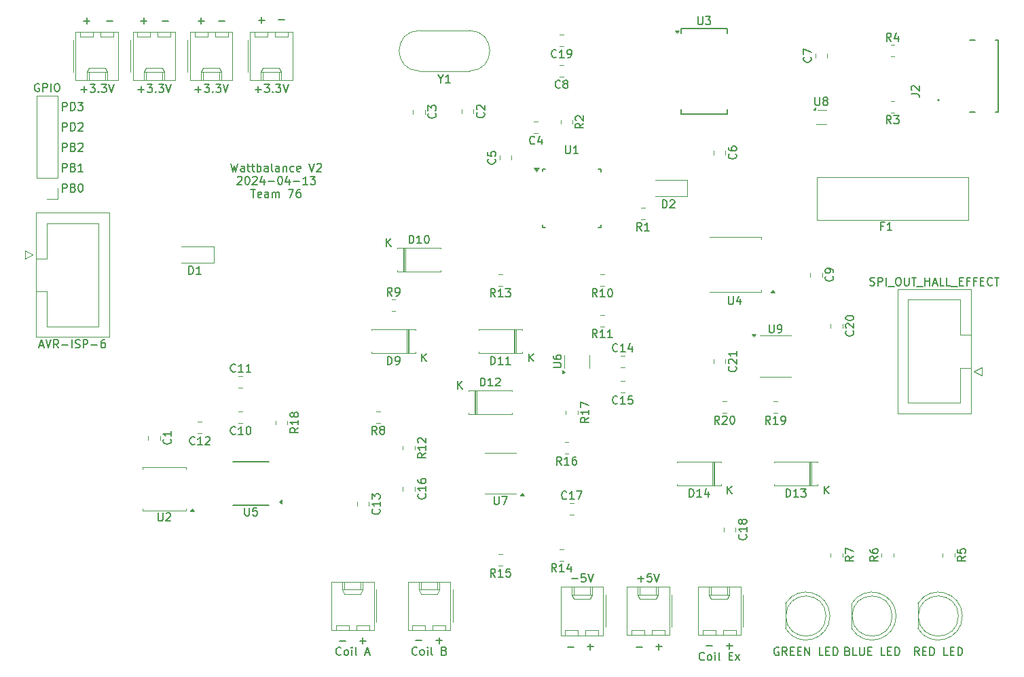
<source format=gbr>
%TF.GenerationSoftware,KiCad,Pcbnew,8.0.1*%
%TF.CreationDate,2024-04-13T21:31:32-05:00*%
%TF.ProjectId,ECE445-Wattbalance-PCB,45434534-3435-42d5-9761-747462616c61,rev?*%
%TF.SameCoordinates,Original*%
%TF.FileFunction,Legend,Top*%
%TF.FilePolarity,Positive*%
%FSLAX46Y46*%
G04 Gerber Fmt 4.6, Leading zero omitted, Abs format (unit mm)*
G04 Created by KiCad (PCBNEW 8.0.1) date 2024-04-13 21:31:32*
%MOMM*%
%LPD*%
G01*
G04 APERTURE LIST*
%ADD10C,0.150000*%
%ADD11C,0.120000*%
%ADD12C,0.200000*%
G04 APERTURE END LIST*
D10*
X116888332Y-75659931D02*
X117126427Y-76659931D01*
X117126427Y-76659931D02*
X117316903Y-75945645D01*
X117316903Y-75945645D02*
X117507379Y-76659931D01*
X117507379Y-76659931D02*
X117745475Y-75659931D01*
X118554998Y-76659931D02*
X118554998Y-76136121D01*
X118554998Y-76136121D02*
X118507379Y-76040883D01*
X118507379Y-76040883D02*
X118412141Y-75993264D01*
X118412141Y-75993264D02*
X118221665Y-75993264D01*
X118221665Y-75993264D02*
X118126427Y-76040883D01*
X118554998Y-76612312D02*
X118459760Y-76659931D01*
X118459760Y-76659931D02*
X118221665Y-76659931D01*
X118221665Y-76659931D02*
X118126427Y-76612312D01*
X118126427Y-76612312D02*
X118078808Y-76517073D01*
X118078808Y-76517073D02*
X118078808Y-76421835D01*
X118078808Y-76421835D02*
X118126427Y-76326597D01*
X118126427Y-76326597D02*
X118221665Y-76278978D01*
X118221665Y-76278978D02*
X118459760Y-76278978D01*
X118459760Y-76278978D02*
X118554998Y-76231359D01*
X118888332Y-75993264D02*
X119269284Y-75993264D01*
X119031189Y-75659931D02*
X119031189Y-76517073D01*
X119031189Y-76517073D02*
X119078808Y-76612312D01*
X119078808Y-76612312D02*
X119174046Y-76659931D01*
X119174046Y-76659931D02*
X119269284Y-76659931D01*
X119459761Y-75993264D02*
X119840713Y-75993264D01*
X119602618Y-75659931D02*
X119602618Y-76517073D01*
X119602618Y-76517073D02*
X119650237Y-76612312D01*
X119650237Y-76612312D02*
X119745475Y-76659931D01*
X119745475Y-76659931D02*
X119840713Y-76659931D01*
X120174047Y-76659931D02*
X120174047Y-75659931D01*
X120174047Y-76040883D02*
X120269285Y-75993264D01*
X120269285Y-75993264D02*
X120459761Y-75993264D01*
X120459761Y-75993264D02*
X120554999Y-76040883D01*
X120554999Y-76040883D02*
X120602618Y-76088502D01*
X120602618Y-76088502D02*
X120650237Y-76183740D01*
X120650237Y-76183740D02*
X120650237Y-76469454D01*
X120650237Y-76469454D02*
X120602618Y-76564692D01*
X120602618Y-76564692D02*
X120554999Y-76612312D01*
X120554999Y-76612312D02*
X120459761Y-76659931D01*
X120459761Y-76659931D02*
X120269285Y-76659931D01*
X120269285Y-76659931D02*
X120174047Y-76612312D01*
X121507380Y-76659931D02*
X121507380Y-76136121D01*
X121507380Y-76136121D02*
X121459761Y-76040883D01*
X121459761Y-76040883D02*
X121364523Y-75993264D01*
X121364523Y-75993264D02*
X121174047Y-75993264D01*
X121174047Y-75993264D02*
X121078809Y-76040883D01*
X121507380Y-76612312D02*
X121412142Y-76659931D01*
X121412142Y-76659931D02*
X121174047Y-76659931D01*
X121174047Y-76659931D02*
X121078809Y-76612312D01*
X121078809Y-76612312D02*
X121031190Y-76517073D01*
X121031190Y-76517073D02*
X121031190Y-76421835D01*
X121031190Y-76421835D02*
X121078809Y-76326597D01*
X121078809Y-76326597D02*
X121174047Y-76278978D01*
X121174047Y-76278978D02*
X121412142Y-76278978D01*
X121412142Y-76278978D02*
X121507380Y-76231359D01*
X122126428Y-76659931D02*
X122031190Y-76612312D01*
X122031190Y-76612312D02*
X121983571Y-76517073D01*
X121983571Y-76517073D02*
X121983571Y-75659931D01*
X122935952Y-76659931D02*
X122935952Y-76136121D01*
X122935952Y-76136121D02*
X122888333Y-76040883D01*
X122888333Y-76040883D02*
X122793095Y-75993264D01*
X122793095Y-75993264D02*
X122602619Y-75993264D01*
X122602619Y-75993264D02*
X122507381Y-76040883D01*
X122935952Y-76612312D02*
X122840714Y-76659931D01*
X122840714Y-76659931D02*
X122602619Y-76659931D01*
X122602619Y-76659931D02*
X122507381Y-76612312D01*
X122507381Y-76612312D02*
X122459762Y-76517073D01*
X122459762Y-76517073D02*
X122459762Y-76421835D01*
X122459762Y-76421835D02*
X122507381Y-76326597D01*
X122507381Y-76326597D02*
X122602619Y-76278978D01*
X122602619Y-76278978D02*
X122840714Y-76278978D01*
X122840714Y-76278978D02*
X122935952Y-76231359D01*
X123412143Y-75993264D02*
X123412143Y-76659931D01*
X123412143Y-76088502D02*
X123459762Y-76040883D01*
X123459762Y-76040883D02*
X123555000Y-75993264D01*
X123555000Y-75993264D02*
X123697857Y-75993264D01*
X123697857Y-75993264D02*
X123793095Y-76040883D01*
X123793095Y-76040883D02*
X123840714Y-76136121D01*
X123840714Y-76136121D02*
X123840714Y-76659931D01*
X124745476Y-76612312D02*
X124650238Y-76659931D01*
X124650238Y-76659931D02*
X124459762Y-76659931D01*
X124459762Y-76659931D02*
X124364524Y-76612312D01*
X124364524Y-76612312D02*
X124316905Y-76564692D01*
X124316905Y-76564692D02*
X124269286Y-76469454D01*
X124269286Y-76469454D02*
X124269286Y-76183740D01*
X124269286Y-76183740D02*
X124316905Y-76088502D01*
X124316905Y-76088502D02*
X124364524Y-76040883D01*
X124364524Y-76040883D02*
X124459762Y-75993264D01*
X124459762Y-75993264D02*
X124650238Y-75993264D01*
X124650238Y-75993264D02*
X124745476Y-76040883D01*
X125555000Y-76612312D02*
X125459762Y-76659931D01*
X125459762Y-76659931D02*
X125269286Y-76659931D01*
X125269286Y-76659931D02*
X125174048Y-76612312D01*
X125174048Y-76612312D02*
X125126429Y-76517073D01*
X125126429Y-76517073D02*
X125126429Y-76136121D01*
X125126429Y-76136121D02*
X125174048Y-76040883D01*
X125174048Y-76040883D02*
X125269286Y-75993264D01*
X125269286Y-75993264D02*
X125459762Y-75993264D01*
X125459762Y-75993264D02*
X125555000Y-76040883D01*
X125555000Y-76040883D02*
X125602619Y-76136121D01*
X125602619Y-76136121D02*
X125602619Y-76231359D01*
X125602619Y-76231359D02*
X125126429Y-76326597D01*
X126650239Y-75659931D02*
X126983572Y-76659931D01*
X126983572Y-76659931D02*
X127316905Y-75659931D01*
X127602620Y-75755169D02*
X127650239Y-75707550D01*
X127650239Y-75707550D02*
X127745477Y-75659931D01*
X127745477Y-75659931D02*
X127983572Y-75659931D01*
X127983572Y-75659931D02*
X128078810Y-75707550D01*
X128078810Y-75707550D02*
X128126429Y-75755169D01*
X128126429Y-75755169D02*
X128174048Y-75850407D01*
X128174048Y-75850407D02*
X128174048Y-75945645D01*
X128174048Y-75945645D02*
X128126429Y-76088502D01*
X128126429Y-76088502D02*
X127555001Y-76659931D01*
X127555001Y-76659931D02*
X128174048Y-76659931D01*
X117697857Y-77365113D02*
X117745476Y-77317494D01*
X117745476Y-77317494D02*
X117840714Y-77269875D01*
X117840714Y-77269875D02*
X118078809Y-77269875D01*
X118078809Y-77269875D02*
X118174047Y-77317494D01*
X118174047Y-77317494D02*
X118221666Y-77365113D01*
X118221666Y-77365113D02*
X118269285Y-77460351D01*
X118269285Y-77460351D02*
X118269285Y-77555589D01*
X118269285Y-77555589D02*
X118221666Y-77698446D01*
X118221666Y-77698446D02*
X117650238Y-78269875D01*
X117650238Y-78269875D02*
X118269285Y-78269875D01*
X118888333Y-77269875D02*
X118983571Y-77269875D01*
X118983571Y-77269875D02*
X119078809Y-77317494D01*
X119078809Y-77317494D02*
X119126428Y-77365113D01*
X119126428Y-77365113D02*
X119174047Y-77460351D01*
X119174047Y-77460351D02*
X119221666Y-77650827D01*
X119221666Y-77650827D02*
X119221666Y-77888922D01*
X119221666Y-77888922D02*
X119174047Y-78079398D01*
X119174047Y-78079398D02*
X119126428Y-78174636D01*
X119126428Y-78174636D02*
X119078809Y-78222256D01*
X119078809Y-78222256D02*
X118983571Y-78269875D01*
X118983571Y-78269875D02*
X118888333Y-78269875D01*
X118888333Y-78269875D02*
X118793095Y-78222256D01*
X118793095Y-78222256D02*
X118745476Y-78174636D01*
X118745476Y-78174636D02*
X118697857Y-78079398D01*
X118697857Y-78079398D02*
X118650238Y-77888922D01*
X118650238Y-77888922D02*
X118650238Y-77650827D01*
X118650238Y-77650827D02*
X118697857Y-77460351D01*
X118697857Y-77460351D02*
X118745476Y-77365113D01*
X118745476Y-77365113D02*
X118793095Y-77317494D01*
X118793095Y-77317494D02*
X118888333Y-77269875D01*
X119602619Y-77365113D02*
X119650238Y-77317494D01*
X119650238Y-77317494D02*
X119745476Y-77269875D01*
X119745476Y-77269875D02*
X119983571Y-77269875D01*
X119983571Y-77269875D02*
X120078809Y-77317494D01*
X120078809Y-77317494D02*
X120126428Y-77365113D01*
X120126428Y-77365113D02*
X120174047Y-77460351D01*
X120174047Y-77460351D02*
X120174047Y-77555589D01*
X120174047Y-77555589D02*
X120126428Y-77698446D01*
X120126428Y-77698446D02*
X119555000Y-78269875D01*
X119555000Y-78269875D02*
X120174047Y-78269875D01*
X121031190Y-77603208D02*
X121031190Y-78269875D01*
X120793095Y-77222256D02*
X120555000Y-77936541D01*
X120555000Y-77936541D02*
X121174047Y-77936541D01*
X121555000Y-77888922D02*
X122316905Y-77888922D01*
X122983571Y-77269875D02*
X123078809Y-77269875D01*
X123078809Y-77269875D02*
X123174047Y-77317494D01*
X123174047Y-77317494D02*
X123221666Y-77365113D01*
X123221666Y-77365113D02*
X123269285Y-77460351D01*
X123269285Y-77460351D02*
X123316904Y-77650827D01*
X123316904Y-77650827D02*
X123316904Y-77888922D01*
X123316904Y-77888922D02*
X123269285Y-78079398D01*
X123269285Y-78079398D02*
X123221666Y-78174636D01*
X123221666Y-78174636D02*
X123174047Y-78222256D01*
X123174047Y-78222256D02*
X123078809Y-78269875D01*
X123078809Y-78269875D02*
X122983571Y-78269875D01*
X122983571Y-78269875D02*
X122888333Y-78222256D01*
X122888333Y-78222256D02*
X122840714Y-78174636D01*
X122840714Y-78174636D02*
X122793095Y-78079398D01*
X122793095Y-78079398D02*
X122745476Y-77888922D01*
X122745476Y-77888922D02*
X122745476Y-77650827D01*
X122745476Y-77650827D02*
X122793095Y-77460351D01*
X122793095Y-77460351D02*
X122840714Y-77365113D01*
X122840714Y-77365113D02*
X122888333Y-77317494D01*
X122888333Y-77317494D02*
X122983571Y-77269875D01*
X124174047Y-77603208D02*
X124174047Y-78269875D01*
X123935952Y-77222256D02*
X123697857Y-77936541D01*
X123697857Y-77936541D02*
X124316904Y-77936541D01*
X124697857Y-77888922D02*
X125459762Y-77888922D01*
X126459761Y-78269875D02*
X125888333Y-78269875D01*
X126174047Y-78269875D02*
X126174047Y-77269875D01*
X126174047Y-77269875D02*
X126078809Y-77412732D01*
X126078809Y-77412732D02*
X125983571Y-77507970D01*
X125983571Y-77507970D02*
X125888333Y-77555589D01*
X126793095Y-77269875D02*
X127412142Y-77269875D01*
X127412142Y-77269875D02*
X127078809Y-77650827D01*
X127078809Y-77650827D02*
X127221666Y-77650827D01*
X127221666Y-77650827D02*
X127316904Y-77698446D01*
X127316904Y-77698446D02*
X127364523Y-77746065D01*
X127364523Y-77746065D02*
X127412142Y-77841303D01*
X127412142Y-77841303D02*
X127412142Y-78079398D01*
X127412142Y-78079398D02*
X127364523Y-78174636D01*
X127364523Y-78174636D02*
X127316904Y-78222256D01*
X127316904Y-78222256D02*
X127221666Y-78269875D01*
X127221666Y-78269875D02*
X126935952Y-78269875D01*
X126935952Y-78269875D02*
X126840714Y-78222256D01*
X126840714Y-78222256D02*
X126793095Y-78174636D01*
X119388333Y-78879819D02*
X119959761Y-78879819D01*
X119674047Y-79879819D02*
X119674047Y-78879819D01*
X120674047Y-79832200D02*
X120578809Y-79879819D01*
X120578809Y-79879819D02*
X120388333Y-79879819D01*
X120388333Y-79879819D02*
X120293095Y-79832200D01*
X120293095Y-79832200D02*
X120245476Y-79736961D01*
X120245476Y-79736961D02*
X120245476Y-79356009D01*
X120245476Y-79356009D02*
X120293095Y-79260771D01*
X120293095Y-79260771D02*
X120388333Y-79213152D01*
X120388333Y-79213152D02*
X120578809Y-79213152D01*
X120578809Y-79213152D02*
X120674047Y-79260771D01*
X120674047Y-79260771D02*
X120721666Y-79356009D01*
X120721666Y-79356009D02*
X120721666Y-79451247D01*
X120721666Y-79451247D02*
X120245476Y-79546485D01*
X121578809Y-79879819D02*
X121578809Y-79356009D01*
X121578809Y-79356009D02*
X121531190Y-79260771D01*
X121531190Y-79260771D02*
X121435952Y-79213152D01*
X121435952Y-79213152D02*
X121245476Y-79213152D01*
X121245476Y-79213152D02*
X121150238Y-79260771D01*
X121578809Y-79832200D02*
X121483571Y-79879819D01*
X121483571Y-79879819D02*
X121245476Y-79879819D01*
X121245476Y-79879819D02*
X121150238Y-79832200D01*
X121150238Y-79832200D02*
X121102619Y-79736961D01*
X121102619Y-79736961D02*
X121102619Y-79641723D01*
X121102619Y-79641723D02*
X121150238Y-79546485D01*
X121150238Y-79546485D02*
X121245476Y-79498866D01*
X121245476Y-79498866D02*
X121483571Y-79498866D01*
X121483571Y-79498866D02*
X121578809Y-79451247D01*
X122055000Y-79879819D02*
X122055000Y-79213152D01*
X122055000Y-79308390D02*
X122102619Y-79260771D01*
X122102619Y-79260771D02*
X122197857Y-79213152D01*
X122197857Y-79213152D02*
X122340714Y-79213152D01*
X122340714Y-79213152D02*
X122435952Y-79260771D01*
X122435952Y-79260771D02*
X122483571Y-79356009D01*
X122483571Y-79356009D02*
X122483571Y-79879819D01*
X122483571Y-79356009D02*
X122531190Y-79260771D01*
X122531190Y-79260771D02*
X122626428Y-79213152D01*
X122626428Y-79213152D02*
X122769285Y-79213152D01*
X122769285Y-79213152D02*
X122864524Y-79260771D01*
X122864524Y-79260771D02*
X122912143Y-79356009D01*
X122912143Y-79356009D02*
X122912143Y-79879819D01*
X124055000Y-78879819D02*
X124721666Y-78879819D01*
X124721666Y-78879819D02*
X124293095Y-79879819D01*
X125531190Y-78879819D02*
X125340714Y-78879819D01*
X125340714Y-78879819D02*
X125245476Y-78927438D01*
X125245476Y-78927438D02*
X125197857Y-78975057D01*
X125197857Y-78975057D02*
X125102619Y-79117914D01*
X125102619Y-79117914D02*
X125055000Y-79308390D01*
X125055000Y-79308390D02*
X125055000Y-79689342D01*
X125055000Y-79689342D02*
X125102619Y-79784580D01*
X125102619Y-79784580D02*
X125150238Y-79832200D01*
X125150238Y-79832200D02*
X125245476Y-79879819D01*
X125245476Y-79879819D02*
X125435952Y-79879819D01*
X125435952Y-79879819D02*
X125531190Y-79832200D01*
X125531190Y-79832200D02*
X125578809Y-79784580D01*
X125578809Y-79784580D02*
X125626428Y-79689342D01*
X125626428Y-79689342D02*
X125626428Y-79451247D01*
X125626428Y-79451247D02*
X125578809Y-79356009D01*
X125578809Y-79356009D02*
X125531190Y-79308390D01*
X125531190Y-79308390D02*
X125435952Y-79260771D01*
X125435952Y-79260771D02*
X125245476Y-79260771D01*
X125245476Y-79260771D02*
X125150238Y-79308390D01*
X125150238Y-79308390D02*
X125102619Y-79356009D01*
X125102619Y-79356009D02*
X125055000Y-79451247D01*
X189738095Y-67404819D02*
X189738095Y-68214342D01*
X189738095Y-68214342D02*
X189785714Y-68309580D01*
X189785714Y-68309580D02*
X189833333Y-68357200D01*
X189833333Y-68357200D02*
X189928571Y-68404819D01*
X189928571Y-68404819D02*
X190119047Y-68404819D01*
X190119047Y-68404819D02*
X190214285Y-68357200D01*
X190214285Y-68357200D02*
X190261904Y-68309580D01*
X190261904Y-68309580D02*
X190309523Y-68214342D01*
X190309523Y-68214342D02*
X190309523Y-67404819D01*
X190928571Y-67833390D02*
X190833333Y-67785771D01*
X190833333Y-67785771D02*
X190785714Y-67738152D01*
X190785714Y-67738152D02*
X190738095Y-67642914D01*
X190738095Y-67642914D02*
X190738095Y-67595295D01*
X190738095Y-67595295D02*
X190785714Y-67500057D01*
X190785714Y-67500057D02*
X190833333Y-67452438D01*
X190833333Y-67452438D02*
X190928571Y-67404819D01*
X190928571Y-67404819D02*
X191119047Y-67404819D01*
X191119047Y-67404819D02*
X191214285Y-67452438D01*
X191214285Y-67452438D02*
X191261904Y-67500057D01*
X191261904Y-67500057D02*
X191309523Y-67595295D01*
X191309523Y-67595295D02*
X191309523Y-67642914D01*
X191309523Y-67642914D02*
X191261904Y-67738152D01*
X191261904Y-67738152D02*
X191214285Y-67785771D01*
X191214285Y-67785771D02*
X191119047Y-67833390D01*
X191119047Y-67833390D02*
X190928571Y-67833390D01*
X190928571Y-67833390D02*
X190833333Y-67881009D01*
X190833333Y-67881009D02*
X190785714Y-67928628D01*
X190785714Y-67928628D02*
X190738095Y-68023866D01*
X190738095Y-68023866D02*
X190738095Y-68214342D01*
X190738095Y-68214342D02*
X190785714Y-68309580D01*
X190785714Y-68309580D02*
X190833333Y-68357200D01*
X190833333Y-68357200D02*
X190928571Y-68404819D01*
X190928571Y-68404819D02*
X191119047Y-68404819D01*
X191119047Y-68404819D02*
X191214285Y-68357200D01*
X191214285Y-68357200D02*
X191261904Y-68309580D01*
X191261904Y-68309580D02*
X191309523Y-68214342D01*
X191309523Y-68214342D02*
X191309523Y-68023866D01*
X191309523Y-68023866D02*
X191261904Y-67928628D01*
X191261904Y-67928628D02*
X191214285Y-67881009D01*
X191214285Y-67881009D02*
X191119047Y-67833390D01*
X112445000Y-66403866D02*
X113206905Y-66403866D01*
X112825952Y-66784819D02*
X112825952Y-66022914D01*
X113587857Y-65784819D02*
X114206904Y-65784819D01*
X114206904Y-65784819D02*
X113873571Y-66165771D01*
X113873571Y-66165771D02*
X114016428Y-66165771D01*
X114016428Y-66165771D02*
X114111666Y-66213390D01*
X114111666Y-66213390D02*
X114159285Y-66261009D01*
X114159285Y-66261009D02*
X114206904Y-66356247D01*
X114206904Y-66356247D02*
X114206904Y-66594342D01*
X114206904Y-66594342D02*
X114159285Y-66689580D01*
X114159285Y-66689580D02*
X114111666Y-66737200D01*
X114111666Y-66737200D02*
X114016428Y-66784819D01*
X114016428Y-66784819D02*
X113730714Y-66784819D01*
X113730714Y-66784819D02*
X113635476Y-66737200D01*
X113635476Y-66737200D02*
X113587857Y-66689580D01*
X114635476Y-66689580D02*
X114683095Y-66737200D01*
X114683095Y-66737200D02*
X114635476Y-66784819D01*
X114635476Y-66784819D02*
X114587857Y-66737200D01*
X114587857Y-66737200D02*
X114635476Y-66689580D01*
X114635476Y-66689580D02*
X114635476Y-66784819D01*
X115016428Y-65784819D02*
X115635475Y-65784819D01*
X115635475Y-65784819D02*
X115302142Y-66165771D01*
X115302142Y-66165771D02*
X115444999Y-66165771D01*
X115444999Y-66165771D02*
X115540237Y-66213390D01*
X115540237Y-66213390D02*
X115587856Y-66261009D01*
X115587856Y-66261009D02*
X115635475Y-66356247D01*
X115635475Y-66356247D02*
X115635475Y-66594342D01*
X115635475Y-66594342D02*
X115587856Y-66689580D01*
X115587856Y-66689580D02*
X115540237Y-66737200D01*
X115540237Y-66737200D02*
X115444999Y-66784819D01*
X115444999Y-66784819D02*
X115159285Y-66784819D01*
X115159285Y-66784819D02*
X115064047Y-66737200D01*
X115064047Y-66737200D02*
X115016428Y-66689580D01*
X115921190Y-65784819D02*
X116254523Y-66784819D01*
X116254523Y-66784819D02*
X116587856Y-65784819D01*
X112794048Y-57858866D02*
X113555953Y-57858866D01*
X113175000Y-58239819D02*
X113175000Y-57477914D01*
X115334048Y-57858866D02*
X116095953Y-57858866D01*
X105315000Y-66403866D02*
X106076905Y-66403866D01*
X105695952Y-66784819D02*
X105695952Y-66022914D01*
X106457857Y-65784819D02*
X107076904Y-65784819D01*
X107076904Y-65784819D02*
X106743571Y-66165771D01*
X106743571Y-66165771D02*
X106886428Y-66165771D01*
X106886428Y-66165771D02*
X106981666Y-66213390D01*
X106981666Y-66213390D02*
X107029285Y-66261009D01*
X107029285Y-66261009D02*
X107076904Y-66356247D01*
X107076904Y-66356247D02*
X107076904Y-66594342D01*
X107076904Y-66594342D02*
X107029285Y-66689580D01*
X107029285Y-66689580D02*
X106981666Y-66737200D01*
X106981666Y-66737200D02*
X106886428Y-66784819D01*
X106886428Y-66784819D02*
X106600714Y-66784819D01*
X106600714Y-66784819D02*
X106505476Y-66737200D01*
X106505476Y-66737200D02*
X106457857Y-66689580D01*
X107505476Y-66689580D02*
X107553095Y-66737200D01*
X107553095Y-66737200D02*
X107505476Y-66784819D01*
X107505476Y-66784819D02*
X107457857Y-66737200D01*
X107457857Y-66737200D02*
X107505476Y-66689580D01*
X107505476Y-66689580D02*
X107505476Y-66784819D01*
X107886428Y-65784819D02*
X108505475Y-65784819D01*
X108505475Y-65784819D02*
X108172142Y-66165771D01*
X108172142Y-66165771D02*
X108314999Y-66165771D01*
X108314999Y-66165771D02*
X108410237Y-66213390D01*
X108410237Y-66213390D02*
X108457856Y-66261009D01*
X108457856Y-66261009D02*
X108505475Y-66356247D01*
X108505475Y-66356247D02*
X108505475Y-66594342D01*
X108505475Y-66594342D02*
X108457856Y-66689580D01*
X108457856Y-66689580D02*
X108410237Y-66737200D01*
X108410237Y-66737200D02*
X108314999Y-66784819D01*
X108314999Y-66784819D02*
X108029285Y-66784819D01*
X108029285Y-66784819D02*
X107934047Y-66737200D01*
X107934047Y-66737200D02*
X107886428Y-66689580D01*
X108791190Y-65784819D02*
X109124523Y-66784819D01*
X109124523Y-66784819D02*
X109457856Y-65784819D01*
X105664048Y-57858866D02*
X106425953Y-57858866D01*
X106045000Y-58239819D02*
X106045000Y-57477914D01*
X108349048Y-57858866D02*
X109110953Y-57858866D01*
X98185000Y-66403866D02*
X98946905Y-66403866D01*
X98565952Y-66784819D02*
X98565952Y-66022914D01*
X99327857Y-65784819D02*
X99946904Y-65784819D01*
X99946904Y-65784819D02*
X99613571Y-66165771D01*
X99613571Y-66165771D02*
X99756428Y-66165771D01*
X99756428Y-66165771D02*
X99851666Y-66213390D01*
X99851666Y-66213390D02*
X99899285Y-66261009D01*
X99899285Y-66261009D02*
X99946904Y-66356247D01*
X99946904Y-66356247D02*
X99946904Y-66594342D01*
X99946904Y-66594342D02*
X99899285Y-66689580D01*
X99899285Y-66689580D02*
X99851666Y-66737200D01*
X99851666Y-66737200D02*
X99756428Y-66784819D01*
X99756428Y-66784819D02*
X99470714Y-66784819D01*
X99470714Y-66784819D02*
X99375476Y-66737200D01*
X99375476Y-66737200D02*
X99327857Y-66689580D01*
X100375476Y-66689580D02*
X100423095Y-66737200D01*
X100423095Y-66737200D02*
X100375476Y-66784819D01*
X100375476Y-66784819D02*
X100327857Y-66737200D01*
X100327857Y-66737200D02*
X100375476Y-66689580D01*
X100375476Y-66689580D02*
X100375476Y-66784819D01*
X100756428Y-65784819D02*
X101375475Y-65784819D01*
X101375475Y-65784819D02*
X101042142Y-66165771D01*
X101042142Y-66165771D02*
X101184999Y-66165771D01*
X101184999Y-66165771D02*
X101280237Y-66213390D01*
X101280237Y-66213390D02*
X101327856Y-66261009D01*
X101327856Y-66261009D02*
X101375475Y-66356247D01*
X101375475Y-66356247D02*
X101375475Y-66594342D01*
X101375475Y-66594342D02*
X101327856Y-66689580D01*
X101327856Y-66689580D02*
X101280237Y-66737200D01*
X101280237Y-66737200D02*
X101184999Y-66784819D01*
X101184999Y-66784819D02*
X100899285Y-66784819D01*
X100899285Y-66784819D02*
X100804047Y-66737200D01*
X100804047Y-66737200D02*
X100756428Y-66689580D01*
X101661190Y-65784819D02*
X101994523Y-66784819D01*
X101994523Y-66784819D02*
X102327856Y-65784819D01*
X98534048Y-57858866D02*
X99295953Y-57858866D01*
X98915000Y-58239819D02*
X98915000Y-57477914D01*
X101364048Y-57858866D02*
X102125953Y-57858866D01*
X140081190Y-136844580D02*
X140033571Y-136892200D01*
X140033571Y-136892200D02*
X139890714Y-136939819D01*
X139890714Y-136939819D02*
X139795476Y-136939819D01*
X139795476Y-136939819D02*
X139652619Y-136892200D01*
X139652619Y-136892200D02*
X139557381Y-136796961D01*
X139557381Y-136796961D02*
X139509762Y-136701723D01*
X139509762Y-136701723D02*
X139462143Y-136511247D01*
X139462143Y-136511247D02*
X139462143Y-136368390D01*
X139462143Y-136368390D02*
X139509762Y-136177914D01*
X139509762Y-136177914D02*
X139557381Y-136082676D01*
X139557381Y-136082676D02*
X139652619Y-135987438D01*
X139652619Y-135987438D02*
X139795476Y-135939819D01*
X139795476Y-135939819D02*
X139890714Y-135939819D01*
X139890714Y-135939819D02*
X140033571Y-135987438D01*
X140033571Y-135987438D02*
X140081190Y-136035057D01*
X140652619Y-136939819D02*
X140557381Y-136892200D01*
X140557381Y-136892200D02*
X140509762Y-136844580D01*
X140509762Y-136844580D02*
X140462143Y-136749342D01*
X140462143Y-136749342D02*
X140462143Y-136463628D01*
X140462143Y-136463628D02*
X140509762Y-136368390D01*
X140509762Y-136368390D02*
X140557381Y-136320771D01*
X140557381Y-136320771D02*
X140652619Y-136273152D01*
X140652619Y-136273152D02*
X140795476Y-136273152D01*
X140795476Y-136273152D02*
X140890714Y-136320771D01*
X140890714Y-136320771D02*
X140938333Y-136368390D01*
X140938333Y-136368390D02*
X140985952Y-136463628D01*
X140985952Y-136463628D02*
X140985952Y-136749342D01*
X140985952Y-136749342D02*
X140938333Y-136844580D01*
X140938333Y-136844580D02*
X140890714Y-136892200D01*
X140890714Y-136892200D02*
X140795476Y-136939819D01*
X140795476Y-136939819D02*
X140652619Y-136939819D01*
X141414524Y-136939819D02*
X141414524Y-136273152D01*
X141414524Y-135939819D02*
X141366905Y-135987438D01*
X141366905Y-135987438D02*
X141414524Y-136035057D01*
X141414524Y-136035057D02*
X141462143Y-135987438D01*
X141462143Y-135987438D02*
X141414524Y-135939819D01*
X141414524Y-135939819D02*
X141414524Y-136035057D01*
X142033571Y-136939819D02*
X141938333Y-136892200D01*
X141938333Y-136892200D02*
X141890714Y-136796961D01*
X141890714Y-136796961D02*
X141890714Y-135939819D01*
X143509762Y-136416009D02*
X143652619Y-136463628D01*
X143652619Y-136463628D02*
X143700238Y-136511247D01*
X143700238Y-136511247D02*
X143747857Y-136606485D01*
X143747857Y-136606485D02*
X143747857Y-136749342D01*
X143747857Y-136749342D02*
X143700238Y-136844580D01*
X143700238Y-136844580D02*
X143652619Y-136892200D01*
X143652619Y-136892200D02*
X143557381Y-136939819D01*
X143557381Y-136939819D02*
X143176429Y-136939819D01*
X143176429Y-136939819D02*
X143176429Y-135939819D01*
X143176429Y-135939819D02*
X143509762Y-135939819D01*
X143509762Y-135939819D02*
X143605000Y-135987438D01*
X143605000Y-135987438D02*
X143652619Y-136035057D01*
X143652619Y-136035057D02*
X143700238Y-136130295D01*
X143700238Y-136130295D02*
X143700238Y-136225533D01*
X143700238Y-136225533D02*
X143652619Y-136320771D01*
X143652619Y-136320771D02*
X143605000Y-136368390D01*
X143605000Y-136368390D02*
X143509762Y-136416009D01*
X143509762Y-136416009D02*
X143176429Y-136416009D01*
X143255951Y-135141133D02*
X142494047Y-135141133D01*
X142874999Y-134760180D02*
X142874999Y-135522085D01*
X140715951Y-135141133D02*
X139954047Y-135141133D01*
X93059762Y-98344104D02*
X93535952Y-98344104D01*
X92964524Y-98629819D02*
X93297857Y-97629819D01*
X93297857Y-97629819D02*
X93631190Y-98629819D01*
X93821667Y-97629819D02*
X94155000Y-98629819D01*
X94155000Y-98629819D02*
X94488333Y-97629819D01*
X95393095Y-98629819D02*
X95059762Y-98153628D01*
X94821667Y-98629819D02*
X94821667Y-97629819D01*
X94821667Y-97629819D02*
X95202619Y-97629819D01*
X95202619Y-97629819D02*
X95297857Y-97677438D01*
X95297857Y-97677438D02*
X95345476Y-97725057D01*
X95345476Y-97725057D02*
X95393095Y-97820295D01*
X95393095Y-97820295D02*
X95393095Y-97963152D01*
X95393095Y-97963152D02*
X95345476Y-98058390D01*
X95345476Y-98058390D02*
X95297857Y-98106009D01*
X95297857Y-98106009D02*
X95202619Y-98153628D01*
X95202619Y-98153628D02*
X94821667Y-98153628D01*
X95821667Y-98248866D02*
X96583572Y-98248866D01*
X97059762Y-98629819D02*
X97059762Y-97629819D01*
X97488333Y-98582200D02*
X97631190Y-98629819D01*
X97631190Y-98629819D02*
X97869285Y-98629819D01*
X97869285Y-98629819D02*
X97964523Y-98582200D01*
X97964523Y-98582200D02*
X98012142Y-98534580D01*
X98012142Y-98534580D02*
X98059761Y-98439342D01*
X98059761Y-98439342D02*
X98059761Y-98344104D01*
X98059761Y-98344104D02*
X98012142Y-98248866D01*
X98012142Y-98248866D02*
X97964523Y-98201247D01*
X97964523Y-98201247D02*
X97869285Y-98153628D01*
X97869285Y-98153628D02*
X97678809Y-98106009D01*
X97678809Y-98106009D02*
X97583571Y-98058390D01*
X97583571Y-98058390D02*
X97535952Y-98010771D01*
X97535952Y-98010771D02*
X97488333Y-97915533D01*
X97488333Y-97915533D02*
X97488333Y-97820295D01*
X97488333Y-97820295D02*
X97535952Y-97725057D01*
X97535952Y-97725057D02*
X97583571Y-97677438D01*
X97583571Y-97677438D02*
X97678809Y-97629819D01*
X97678809Y-97629819D02*
X97916904Y-97629819D01*
X97916904Y-97629819D02*
X98059761Y-97677438D01*
X98488333Y-98629819D02*
X98488333Y-97629819D01*
X98488333Y-97629819D02*
X98869285Y-97629819D01*
X98869285Y-97629819D02*
X98964523Y-97677438D01*
X98964523Y-97677438D02*
X99012142Y-97725057D01*
X99012142Y-97725057D02*
X99059761Y-97820295D01*
X99059761Y-97820295D02*
X99059761Y-97963152D01*
X99059761Y-97963152D02*
X99012142Y-98058390D01*
X99012142Y-98058390D02*
X98964523Y-98106009D01*
X98964523Y-98106009D02*
X98869285Y-98153628D01*
X98869285Y-98153628D02*
X98488333Y-98153628D01*
X99488333Y-98248866D02*
X100250238Y-98248866D01*
X101154999Y-97629819D02*
X100964523Y-97629819D01*
X100964523Y-97629819D02*
X100869285Y-97677438D01*
X100869285Y-97677438D02*
X100821666Y-97725057D01*
X100821666Y-97725057D02*
X100726428Y-97867914D01*
X100726428Y-97867914D02*
X100678809Y-98058390D01*
X100678809Y-98058390D02*
X100678809Y-98439342D01*
X100678809Y-98439342D02*
X100726428Y-98534580D01*
X100726428Y-98534580D02*
X100774047Y-98582200D01*
X100774047Y-98582200D02*
X100869285Y-98629819D01*
X100869285Y-98629819D02*
X101059761Y-98629819D01*
X101059761Y-98629819D02*
X101154999Y-98582200D01*
X101154999Y-98582200D02*
X101202618Y-98534580D01*
X101202618Y-98534580D02*
X101250237Y-98439342D01*
X101250237Y-98439342D02*
X101250237Y-98201247D01*
X101250237Y-98201247D02*
X101202618Y-98106009D01*
X101202618Y-98106009D02*
X101154999Y-98058390D01*
X101154999Y-98058390D02*
X101059761Y-98010771D01*
X101059761Y-98010771D02*
X100869285Y-98010771D01*
X100869285Y-98010771D02*
X100774047Y-98058390D01*
X100774047Y-98058390D02*
X100726428Y-98106009D01*
X100726428Y-98106009D02*
X100678809Y-98201247D01*
X201719819Y-66953333D02*
X202434104Y-66953333D01*
X202434104Y-66953333D02*
X202576961Y-67000952D01*
X202576961Y-67000952D02*
X202672200Y-67096190D01*
X202672200Y-67096190D02*
X202719819Y-67239047D01*
X202719819Y-67239047D02*
X202719819Y-67334285D01*
X201815057Y-66524761D02*
X201767438Y-66477142D01*
X201767438Y-66477142D02*
X201719819Y-66381904D01*
X201719819Y-66381904D02*
X201719819Y-66143809D01*
X201719819Y-66143809D02*
X201767438Y-66048571D01*
X201767438Y-66048571D02*
X201815057Y-66000952D01*
X201815057Y-66000952D02*
X201910295Y-65953333D01*
X201910295Y-65953333D02*
X202005533Y-65953333D01*
X202005533Y-65953333D02*
X202148390Y-66000952D01*
X202148390Y-66000952D02*
X202719819Y-66572380D01*
X202719819Y-66572380D02*
X202719819Y-65953333D01*
X181109580Y-121927857D02*
X181157200Y-121975476D01*
X181157200Y-121975476D02*
X181204819Y-122118333D01*
X181204819Y-122118333D02*
X181204819Y-122213571D01*
X181204819Y-122213571D02*
X181157200Y-122356428D01*
X181157200Y-122356428D02*
X181061961Y-122451666D01*
X181061961Y-122451666D02*
X180966723Y-122499285D01*
X180966723Y-122499285D02*
X180776247Y-122546904D01*
X180776247Y-122546904D02*
X180633390Y-122546904D01*
X180633390Y-122546904D02*
X180442914Y-122499285D01*
X180442914Y-122499285D02*
X180347676Y-122451666D01*
X180347676Y-122451666D02*
X180252438Y-122356428D01*
X180252438Y-122356428D02*
X180204819Y-122213571D01*
X180204819Y-122213571D02*
X180204819Y-122118333D01*
X180204819Y-122118333D02*
X180252438Y-121975476D01*
X180252438Y-121975476D02*
X180300057Y-121927857D01*
X181204819Y-120975476D02*
X181204819Y-121546904D01*
X181204819Y-121261190D02*
X180204819Y-121261190D01*
X180204819Y-121261190D02*
X180347676Y-121356428D01*
X180347676Y-121356428D02*
X180442914Y-121451666D01*
X180442914Y-121451666D02*
X180490533Y-121546904D01*
X180633390Y-120404047D02*
X180585771Y-120499285D01*
X180585771Y-120499285D02*
X180538152Y-120546904D01*
X180538152Y-120546904D02*
X180442914Y-120594523D01*
X180442914Y-120594523D02*
X180395295Y-120594523D01*
X180395295Y-120594523D02*
X180300057Y-120546904D01*
X180300057Y-120546904D02*
X180252438Y-120499285D01*
X180252438Y-120499285D02*
X180204819Y-120404047D01*
X180204819Y-120404047D02*
X180204819Y-120213571D01*
X180204819Y-120213571D02*
X180252438Y-120118333D01*
X180252438Y-120118333D02*
X180300057Y-120070714D01*
X180300057Y-120070714D02*
X180395295Y-120023095D01*
X180395295Y-120023095D02*
X180442914Y-120023095D01*
X180442914Y-120023095D02*
X180538152Y-120070714D01*
X180538152Y-120070714D02*
X180585771Y-120118333D01*
X180585771Y-120118333D02*
X180633390Y-120213571D01*
X180633390Y-120213571D02*
X180633390Y-120404047D01*
X180633390Y-120404047D02*
X180681009Y-120499285D01*
X180681009Y-120499285D02*
X180728628Y-120546904D01*
X180728628Y-120546904D02*
X180823866Y-120594523D01*
X180823866Y-120594523D02*
X181014342Y-120594523D01*
X181014342Y-120594523D02*
X181109580Y-120546904D01*
X181109580Y-120546904D02*
X181157200Y-120499285D01*
X181157200Y-120499285D02*
X181204819Y-120404047D01*
X181204819Y-120404047D02*
X181204819Y-120213571D01*
X181204819Y-120213571D02*
X181157200Y-120118333D01*
X181157200Y-120118333D02*
X181109580Y-120070714D01*
X181109580Y-120070714D02*
X181014342Y-120023095D01*
X181014342Y-120023095D02*
X180823866Y-120023095D01*
X180823866Y-120023095D02*
X180728628Y-120070714D01*
X180728628Y-120070714D02*
X180681009Y-120118333D01*
X180681009Y-120118333D02*
X180633390Y-120213571D01*
X196587499Y-90832200D02*
X196730356Y-90879819D01*
X196730356Y-90879819D02*
X196968451Y-90879819D01*
X196968451Y-90879819D02*
X197063689Y-90832200D01*
X197063689Y-90832200D02*
X197111308Y-90784580D01*
X197111308Y-90784580D02*
X197158927Y-90689342D01*
X197158927Y-90689342D02*
X197158927Y-90594104D01*
X197158927Y-90594104D02*
X197111308Y-90498866D01*
X197111308Y-90498866D02*
X197063689Y-90451247D01*
X197063689Y-90451247D02*
X196968451Y-90403628D01*
X196968451Y-90403628D02*
X196777975Y-90356009D01*
X196777975Y-90356009D02*
X196682737Y-90308390D01*
X196682737Y-90308390D02*
X196635118Y-90260771D01*
X196635118Y-90260771D02*
X196587499Y-90165533D01*
X196587499Y-90165533D02*
X196587499Y-90070295D01*
X196587499Y-90070295D02*
X196635118Y-89975057D01*
X196635118Y-89975057D02*
X196682737Y-89927438D01*
X196682737Y-89927438D02*
X196777975Y-89879819D01*
X196777975Y-89879819D02*
X197016070Y-89879819D01*
X197016070Y-89879819D02*
X197158927Y-89927438D01*
X197587499Y-90879819D02*
X197587499Y-89879819D01*
X197587499Y-89879819D02*
X197968451Y-89879819D01*
X197968451Y-89879819D02*
X198063689Y-89927438D01*
X198063689Y-89927438D02*
X198111308Y-89975057D01*
X198111308Y-89975057D02*
X198158927Y-90070295D01*
X198158927Y-90070295D02*
X198158927Y-90213152D01*
X198158927Y-90213152D02*
X198111308Y-90308390D01*
X198111308Y-90308390D02*
X198063689Y-90356009D01*
X198063689Y-90356009D02*
X197968451Y-90403628D01*
X197968451Y-90403628D02*
X197587499Y-90403628D01*
X198587499Y-90879819D02*
X198587499Y-89879819D01*
X198825594Y-90975057D02*
X199587498Y-90975057D01*
X200016070Y-89879819D02*
X200206546Y-89879819D01*
X200206546Y-89879819D02*
X200301784Y-89927438D01*
X200301784Y-89927438D02*
X200397022Y-90022676D01*
X200397022Y-90022676D02*
X200444641Y-90213152D01*
X200444641Y-90213152D02*
X200444641Y-90546485D01*
X200444641Y-90546485D02*
X200397022Y-90736961D01*
X200397022Y-90736961D02*
X200301784Y-90832200D01*
X200301784Y-90832200D02*
X200206546Y-90879819D01*
X200206546Y-90879819D02*
X200016070Y-90879819D01*
X200016070Y-90879819D02*
X199920832Y-90832200D01*
X199920832Y-90832200D02*
X199825594Y-90736961D01*
X199825594Y-90736961D02*
X199777975Y-90546485D01*
X199777975Y-90546485D02*
X199777975Y-90213152D01*
X199777975Y-90213152D02*
X199825594Y-90022676D01*
X199825594Y-90022676D02*
X199920832Y-89927438D01*
X199920832Y-89927438D02*
X200016070Y-89879819D01*
X200873213Y-89879819D02*
X200873213Y-90689342D01*
X200873213Y-90689342D02*
X200920832Y-90784580D01*
X200920832Y-90784580D02*
X200968451Y-90832200D01*
X200968451Y-90832200D02*
X201063689Y-90879819D01*
X201063689Y-90879819D02*
X201254165Y-90879819D01*
X201254165Y-90879819D02*
X201349403Y-90832200D01*
X201349403Y-90832200D02*
X201397022Y-90784580D01*
X201397022Y-90784580D02*
X201444641Y-90689342D01*
X201444641Y-90689342D02*
X201444641Y-89879819D01*
X201777975Y-89879819D02*
X202349403Y-89879819D01*
X202063689Y-90879819D02*
X202063689Y-89879819D01*
X202444642Y-90975057D02*
X203206546Y-90975057D01*
X203444642Y-90879819D02*
X203444642Y-89879819D01*
X203444642Y-90356009D02*
X204016070Y-90356009D01*
X204016070Y-90879819D02*
X204016070Y-89879819D01*
X204444642Y-90594104D02*
X204920832Y-90594104D01*
X204349404Y-90879819D02*
X204682737Y-89879819D01*
X204682737Y-89879819D02*
X205016070Y-90879819D01*
X205825594Y-90879819D02*
X205349404Y-90879819D01*
X205349404Y-90879819D02*
X205349404Y-89879819D01*
X206635118Y-90879819D02*
X206158928Y-90879819D01*
X206158928Y-90879819D02*
X206158928Y-89879819D01*
X206730357Y-90975057D02*
X207492261Y-90975057D01*
X207730357Y-90356009D02*
X208063690Y-90356009D01*
X208206547Y-90879819D02*
X207730357Y-90879819D01*
X207730357Y-90879819D02*
X207730357Y-89879819D01*
X207730357Y-89879819D02*
X208206547Y-89879819D01*
X208968452Y-90356009D02*
X208635119Y-90356009D01*
X208635119Y-90879819D02*
X208635119Y-89879819D01*
X208635119Y-89879819D02*
X209111309Y-89879819D01*
X209825595Y-90356009D02*
X209492262Y-90356009D01*
X209492262Y-90879819D02*
X209492262Y-89879819D01*
X209492262Y-89879819D02*
X209968452Y-89879819D01*
X210349405Y-90356009D02*
X210682738Y-90356009D01*
X210825595Y-90879819D02*
X210349405Y-90879819D01*
X210349405Y-90879819D02*
X210349405Y-89879819D01*
X210349405Y-89879819D02*
X210825595Y-89879819D01*
X211825595Y-90784580D02*
X211777976Y-90832200D01*
X211777976Y-90832200D02*
X211635119Y-90879819D01*
X211635119Y-90879819D02*
X211539881Y-90879819D01*
X211539881Y-90879819D02*
X211397024Y-90832200D01*
X211397024Y-90832200D02*
X211301786Y-90736961D01*
X211301786Y-90736961D02*
X211254167Y-90641723D01*
X211254167Y-90641723D02*
X211206548Y-90451247D01*
X211206548Y-90451247D02*
X211206548Y-90308390D01*
X211206548Y-90308390D02*
X211254167Y-90117914D01*
X211254167Y-90117914D02*
X211301786Y-90022676D01*
X211301786Y-90022676D02*
X211397024Y-89927438D01*
X211397024Y-89927438D02*
X211539881Y-89879819D01*
X211539881Y-89879819D02*
X211635119Y-89879819D01*
X211635119Y-89879819D02*
X211777976Y-89927438D01*
X211777976Y-89927438D02*
X211825595Y-89975057D01*
X212111310Y-89879819D02*
X212682738Y-89879819D01*
X212397024Y-90879819D02*
X212397024Y-89879819D01*
X175919047Y-137499580D02*
X175871428Y-137547200D01*
X175871428Y-137547200D02*
X175728571Y-137594819D01*
X175728571Y-137594819D02*
X175633333Y-137594819D01*
X175633333Y-137594819D02*
X175490476Y-137547200D01*
X175490476Y-137547200D02*
X175395238Y-137451961D01*
X175395238Y-137451961D02*
X175347619Y-137356723D01*
X175347619Y-137356723D02*
X175300000Y-137166247D01*
X175300000Y-137166247D02*
X175300000Y-137023390D01*
X175300000Y-137023390D02*
X175347619Y-136832914D01*
X175347619Y-136832914D02*
X175395238Y-136737676D01*
X175395238Y-136737676D02*
X175490476Y-136642438D01*
X175490476Y-136642438D02*
X175633333Y-136594819D01*
X175633333Y-136594819D02*
X175728571Y-136594819D01*
X175728571Y-136594819D02*
X175871428Y-136642438D01*
X175871428Y-136642438D02*
X175919047Y-136690057D01*
X176490476Y-137594819D02*
X176395238Y-137547200D01*
X176395238Y-137547200D02*
X176347619Y-137499580D01*
X176347619Y-137499580D02*
X176300000Y-137404342D01*
X176300000Y-137404342D02*
X176300000Y-137118628D01*
X176300000Y-137118628D02*
X176347619Y-137023390D01*
X176347619Y-137023390D02*
X176395238Y-136975771D01*
X176395238Y-136975771D02*
X176490476Y-136928152D01*
X176490476Y-136928152D02*
X176633333Y-136928152D01*
X176633333Y-136928152D02*
X176728571Y-136975771D01*
X176728571Y-136975771D02*
X176776190Y-137023390D01*
X176776190Y-137023390D02*
X176823809Y-137118628D01*
X176823809Y-137118628D02*
X176823809Y-137404342D01*
X176823809Y-137404342D02*
X176776190Y-137499580D01*
X176776190Y-137499580D02*
X176728571Y-137547200D01*
X176728571Y-137547200D02*
X176633333Y-137594819D01*
X176633333Y-137594819D02*
X176490476Y-137594819D01*
X177252381Y-137594819D02*
X177252381Y-136928152D01*
X177252381Y-136594819D02*
X177204762Y-136642438D01*
X177204762Y-136642438D02*
X177252381Y-136690057D01*
X177252381Y-136690057D02*
X177300000Y-136642438D01*
X177300000Y-136642438D02*
X177252381Y-136594819D01*
X177252381Y-136594819D02*
X177252381Y-136690057D01*
X177871428Y-137594819D02*
X177776190Y-137547200D01*
X177776190Y-137547200D02*
X177728571Y-137451961D01*
X177728571Y-137451961D02*
X177728571Y-136594819D01*
X179014286Y-137071009D02*
X179347619Y-137071009D01*
X179490476Y-137594819D02*
X179014286Y-137594819D01*
X179014286Y-137594819D02*
X179014286Y-136594819D01*
X179014286Y-136594819D02*
X179490476Y-136594819D01*
X179823810Y-137594819D02*
X180347619Y-136928152D01*
X179823810Y-136928152D02*
X180347619Y-137594819D01*
X179450951Y-135796133D02*
X178689047Y-135796133D01*
X179069999Y-135415180D02*
X179069999Y-136177085D01*
X176910951Y-135816133D02*
X176149047Y-135816133D01*
X149280714Y-100714819D02*
X149280714Y-99714819D01*
X149280714Y-99714819D02*
X149518809Y-99714819D01*
X149518809Y-99714819D02*
X149661666Y-99762438D01*
X149661666Y-99762438D02*
X149756904Y-99857676D01*
X149756904Y-99857676D02*
X149804523Y-99952914D01*
X149804523Y-99952914D02*
X149852142Y-100143390D01*
X149852142Y-100143390D02*
X149852142Y-100286247D01*
X149852142Y-100286247D02*
X149804523Y-100476723D01*
X149804523Y-100476723D02*
X149756904Y-100571961D01*
X149756904Y-100571961D02*
X149661666Y-100667200D01*
X149661666Y-100667200D02*
X149518809Y-100714819D01*
X149518809Y-100714819D02*
X149280714Y-100714819D01*
X150804523Y-100714819D02*
X150233095Y-100714819D01*
X150518809Y-100714819D02*
X150518809Y-99714819D01*
X150518809Y-99714819D02*
X150423571Y-99857676D01*
X150423571Y-99857676D02*
X150328333Y-99952914D01*
X150328333Y-99952914D02*
X150233095Y-100000533D01*
X151756904Y-100714819D02*
X151185476Y-100714819D01*
X151471190Y-100714819D02*
X151471190Y-99714819D01*
X151471190Y-99714819D02*
X151375952Y-99857676D01*
X151375952Y-99857676D02*
X151280714Y-99952914D01*
X151280714Y-99952914D02*
X151185476Y-100000533D01*
X154043095Y-100344819D02*
X154043095Y-99344819D01*
X154614523Y-100344819D02*
X154185952Y-99773390D01*
X154614523Y-99344819D02*
X154043095Y-99916247D01*
X148010714Y-103394819D02*
X148010714Y-102394819D01*
X148010714Y-102394819D02*
X148248809Y-102394819D01*
X148248809Y-102394819D02*
X148391666Y-102442438D01*
X148391666Y-102442438D02*
X148486904Y-102537676D01*
X148486904Y-102537676D02*
X148534523Y-102632914D01*
X148534523Y-102632914D02*
X148582142Y-102823390D01*
X148582142Y-102823390D02*
X148582142Y-102966247D01*
X148582142Y-102966247D02*
X148534523Y-103156723D01*
X148534523Y-103156723D02*
X148486904Y-103251961D01*
X148486904Y-103251961D02*
X148391666Y-103347200D01*
X148391666Y-103347200D02*
X148248809Y-103394819D01*
X148248809Y-103394819D02*
X148010714Y-103394819D01*
X149534523Y-103394819D02*
X148963095Y-103394819D01*
X149248809Y-103394819D02*
X149248809Y-102394819D01*
X149248809Y-102394819D02*
X149153571Y-102537676D01*
X149153571Y-102537676D02*
X149058333Y-102632914D01*
X149058333Y-102632914D02*
X148963095Y-102680533D01*
X149915476Y-102490057D02*
X149963095Y-102442438D01*
X149963095Y-102442438D02*
X150058333Y-102394819D01*
X150058333Y-102394819D02*
X150296428Y-102394819D01*
X150296428Y-102394819D02*
X150391666Y-102442438D01*
X150391666Y-102442438D02*
X150439285Y-102490057D01*
X150439285Y-102490057D02*
X150486904Y-102585295D01*
X150486904Y-102585295D02*
X150486904Y-102680533D01*
X150486904Y-102680533D02*
X150439285Y-102823390D01*
X150439285Y-102823390D02*
X149867857Y-103394819D01*
X149867857Y-103394819D02*
X150486904Y-103394819D01*
X145153095Y-103764819D02*
X145153095Y-102764819D01*
X145724523Y-103764819D02*
X145295952Y-103193390D01*
X145724523Y-102764819D02*
X145153095Y-103336247D01*
X143043809Y-65098628D02*
X143043809Y-65574819D01*
X142710476Y-64574819D02*
X143043809Y-65098628D01*
X143043809Y-65098628D02*
X143377142Y-64574819D01*
X144234285Y-65574819D02*
X143662857Y-65574819D01*
X143948571Y-65574819D02*
X143948571Y-64574819D01*
X143948571Y-64574819D02*
X143853333Y-64717676D01*
X143853333Y-64717676D02*
X143758095Y-64812914D01*
X143758095Y-64812914D02*
X143662857Y-64860533D01*
X184023095Y-95749819D02*
X184023095Y-96559342D01*
X184023095Y-96559342D02*
X184070714Y-96654580D01*
X184070714Y-96654580D02*
X184118333Y-96702200D01*
X184118333Y-96702200D02*
X184213571Y-96749819D01*
X184213571Y-96749819D02*
X184404047Y-96749819D01*
X184404047Y-96749819D02*
X184499285Y-96702200D01*
X184499285Y-96702200D02*
X184546904Y-96654580D01*
X184546904Y-96654580D02*
X184594523Y-96559342D01*
X184594523Y-96559342D02*
X184594523Y-95749819D01*
X185118333Y-96749819D02*
X185308809Y-96749819D01*
X185308809Y-96749819D02*
X185404047Y-96702200D01*
X185404047Y-96702200D02*
X185451666Y-96654580D01*
X185451666Y-96654580D02*
X185546904Y-96511723D01*
X185546904Y-96511723D02*
X185594523Y-96321247D01*
X185594523Y-96321247D02*
X185594523Y-95940295D01*
X185594523Y-95940295D02*
X185546904Y-95845057D01*
X185546904Y-95845057D02*
X185499285Y-95797438D01*
X185499285Y-95797438D02*
X185404047Y-95749819D01*
X185404047Y-95749819D02*
X185213571Y-95749819D01*
X185213571Y-95749819D02*
X185118333Y-95797438D01*
X185118333Y-95797438D02*
X185070714Y-95845057D01*
X185070714Y-95845057D02*
X185023095Y-95940295D01*
X185023095Y-95940295D02*
X185023095Y-96178390D01*
X185023095Y-96178390D02*
X185070714Y-96273628D01*
X185070714Y-96273628D02*
X185118333Y-96321247D01*
X185118333Y-96321247D02*
X185213571Y-96368866D01*
X185213571Y-96368866D02*
X185404047Y-96368866D01*
X185404047Y-96368866D02*
X185499285Y-96321247D01*
X185499285Y-96321247D02*
X185546904Y-96273628D01*
X185546904Y-96273628D02*
X185594523Y-96178390D01*
X185185237Y-136027438D02*
X185089999Y-135979819D01*
X185089999Y-135979819D02*
X184947142Y-135979819D01*
X184947142Y-135979819D02*
X184804285Y-136027438D01*
X184804285Y-136027438D02*
X184709047Y-136122676D01*
X184709047Y-136122676D02*
X184661428Y-136217914D01*
X184661428Y-136217914D02*
X184613809Y-136408390D01*
X184613809Y-136408390D02*
X184613809Y-136551247D01*
X184613809Y-136551247D02*
X184661428Y-136741723D01*
X184661428Y-136741723D02*
X184709047Y-136836961D01*
X184709047Y-136836961D02*
X184804285Y-136932200D01*
X184804285Y-136932200D02*
X184947142Y-136979819D01*
X184947142Y-136979819D02*
X185042380Y-136979819D01*
X185042380Y-136979819D02*
X185185237Y-136932200D01*
X185185237Y-136932200D02*
X185232856Y-136884580D01*
X185232856Y-136884580D02*
X185232856Y-136551247D01*
X185232856Y-136551247D02*
X185042380Y-136551247D01*
X186232856Y-136979819D02*
X185899523Y-136503628D01*
X185661428Y-136979819D02*
X185661428Y-135979819D01*
X185661428Y-135979819D02*
X186042380Y-135979819D01*
X186042380Y-135979819D02*
X186137618Y-136027438D01*
X186137618Y-136027438D02*
X186185237Y-136075057D01*
X186185237Y-136075057D02*
X186232856Y-136170295D01*
X186232856Y-136170295D02*
X186232856Y-136313152D01*
X186232856Y-136313152D02*
X186185237Y-136408390D01*
X186185237Y-136408390D02*
X186137618Y-136456009D01*
X186137618Y-136456009D02*
X186042380Y-136503628D01*
X186042380Y-136503628D02*
X185661428Y-136503628D01*
X186661428Y-136456009D02*
X186994761Y-136456009D01*
X187137618Y-136979819D02*
X186661428Y-136979819D01*
X186661428Y-136979819D02*
X186661428Y-135979819D01*
X186661428Y-135979819D02*
X187137618Y-135979819D01*
X187566190Y-136456009D02*
X187899523Y-136456009D01*
X188042380Y-136979819D02*
X187566190Y-136979819D01*
X187566190Y-136979819D02*
X187566190Y-135979819D01*
X187566190Y-135979819D02*
X188042380Y-135979819D01*
X188470952Y-136979819D02*
X188470952Y-135979819D01*
X188470952Y-135979819D02*
X189042380Y-136979819D01*
X189042380Y-136979819D02*
X189042380Y-135979819D01*
X190756666Y-136979819D02*
X190280476Y-136979819D01*
X190280476Y-136979819D02*
X190280476Y-135979819D01*
X191090000Y-136456009D02*
X191423333Y-136456009D01*
X191566190Y-136979819D02*
X191090000Y-136979819D01*
X191090000Y-136979819D02*
X191090000Y-135979819D01*
X191090000Y-135979819D02*
X191566190Y-135979819D01*
X191994762Y-136979819D02*
X191994762Y-135979819D01*
X191994762Y-135979819D02*
X192232857Y-135979819D01*
X192232857Y-135979819D02*
X192375714Y-136027438D01*
X192375714Y-136027438D02*
X192470952Y-136122676D01*
X192470952Y-136122676D02*
X192518571Y-136217914D01*
X192518571Y-136217914D02*
X192566190Y-136408390D01*
X192566190Y-136408390D02*
X192566190Y-136551247D01*
X192566190Y-136551247D02*
X192518571Y-136741723D01*
X192518571Y-136741723D02*
X192470952Y-136836961D01*
X192470952Y-136836961D02*
X192375714Y-136932200D01*
X192375714Y-136932200D02*
X192232857Y-136979819D01*
X192232857Y-136979819D02*
X191994762Y-136979819D01*
X118618095Y-118574819D02*
X118618095Y-119384342D01*
X118618095Y-119384342D02*
X118665714Y-119479580D01*
X118665714Y-119479580D02*
X118713333Y-119527200D01*
X118713333Y-119527200D02*
X118808571Y-119574819D01*
X118808571Y-119574819D02*
X118999047Y-119574819D01*
X118999047Y-119574819D02*
X119094285Y-119527200D01*
X119094285Y-119527200D02*
X119141904Y-119479580D01*
X119141904Y-119479580D02*
X119189523Y-119384342D01*
X119189523Y-119384342D02*
X119189523Y-118574819D01*
X120141904Y-118574819D02*
X119665714Y-118574819D01*
X119665714Y-118574819D02*
X119618095Y-119051009D01*
X119618095Y-119051009D02*
X119665714Y-119003390D01*
X119665714Y-119003390D02*
X119760952Y-118955771D01*
X119760952Y-118955771D02*
X119999047Y-118955771D01*
X119999047Y-118955771D02*
X120094285Y-119003390D01*
X120094285Y-119003390D02*
X120141904Y-119051009D01*
X120141904Y-119051009D02*
X120189523Y-119146247D01*
X120189523Y-119146247D02*
X120189523Y-119384342D01*
X120189523Y-119384342D02*
X120141904Y-119479580D01*
X120141904Y-119479580D02*
X120094285Y-119527200D01*
X120094285Y-119527200D02*
X119999047Y-119574819D01*
X119999047Y-119574819D02*
X119760952Y-119574819D01*
X119760952Y-119574819D02*
X119665714Y-119527200D01*
X119665714Y-119527200D02*
X119618095Y-119479580D01*
X117467142Y-109354580D02*
X117419523Y-109402200D01*
X117419523Y-109402200D02*
X117276666Y-109449819D01*
X117276666Y-109449819D02*
X117181428Y-109449819D01*
X117181428Y-109449819D02*
X117038571Y-109402200D01*
X117038571Y-109402200D02*
X116943333Y-109306961D01*
X116943333Y-109306961D02*
X116895714Y-109211723D01*
X116895714Y-109211723D02*
X116848095Y-109021247D01*
X116848095Y-109021247D02*
X116848095Y-108878390D01*
X116848095Y-108878390D02*
X116895714Y-108687914D01*
X116895714Y-108687914D02*
X116943333Y-108592676D01*
X116943333Y-108592676D02*
X117038571Y-108497438D01*
X117038571Y-108497438D02*
X117181428Y-108449819D01*
X117181428Y-108449819D02*
X117276666Y-108449819D01*
X117276666Y-108449819D02*
X117419523Y-108497438D01*
X117419523Y-108497438D02*
X117467142Y-108545057D01*
X118419523Y-109449819D02*
X117848095Y-109449819D01*
X118133809Y-109449819D02*
X118133809Y-108449819D01*
X118133809Y-108449819D02*
X118038571Y-108592676D01*
X118038571Y-108592676D02*
X117943333Y-108687914D01*
X117943333Y-108687914D02*
X117848095Y-108735533D01*
X119038571Y-108449819D02*
X119133809Y-108449819D01*
X119133809Y-108449819D02*
X119229047Y-108497438D01*
X119229047Y-108497438D02*
X119276666Y-108545057D01*
X119276666Y-108545057D02*
X119324285Y-108640295D01*
X119324285Y-108640295D02*
X119371904Y-108830771D01*
X119371904Y-108830771D02*
X119371904Y-109068866D01*
X119371904Y-109068866D02*
X119324285Y-109259342D01*
X119324285Y-109259342D02*
X119276666Y-109354580D01*
X119276666Y-109354580D02*
X119229047Y-109402200D01*
X119229047Y-109402200D02*
X119133809Y-109449819D01*
X119133809Y-109449819D02*
X119038571Y-109449819D01*
X119038571Y-109449819D02*
X118943333Y-109402200D01*
X118943333Y-109402200D02*
X118895714Y-109354580D01*
X118895714Y-109354580D02*
X118848095Y-109259342D01*
X118848095Y-109259342D02*
X118800476Y-109068866D01*
X118800476Y-109068866D02*
X118800476Y-108830771D01*
X118800476Y-108830771D02*
X118848095Y-108640295D01*
X118848095Y-108640295D02*
X118895714Y-108545057D01*
X118895714Y-108545057D02*
X118943333Y-108497438D01*
X118943333Y-108497438D02*
X119038571Y-108449819D01*
X142374580Y-69381666D02*
X142422200Y-69429285D01*
X142422200Y-69429285D02*
X142469819Y-69572142D01*
X142469819Y-69572142D02*
X142469819Y-69667380D01*
X142469819Y-69667380D02*
X142422200Y-69810237D01*
X142422200Y-69810237D02*
X142326961Y-69905475D01*
X142326961Y-69905475D02*
X142231723Y-69953094D01*
X142231723Y-69953094D02*
X142041247Y-70000713D01*
X142041247Y-70000713D02*
X141898390Y-70000713D01*
X141898390Y-70000713D02*
X141707914Y-69953094D01*
X141707914Y-69953094D02*
X141612676Y-69905475D01*
X141612676Y-69905475D02*
X141517438Y-69810237D01*
X141517438Y-69810237D02*
X141469819Y-69667380D01*
X141469819Y-69667380D02*
X141469819Y-69572142D01*
X141469819Y-69572142D02*
X141517438Y-69429285D01*
X141517438Y-69429285D02*
X141565057Y-69381666D01*
X141469819Y-69048332D02*
X141469819Y-68429285D01*
X141469819Y-68429285D02*
X141850771Y-68762618D01*
X141850771Y-68762618D02*
X141850771Y-68619761D01*
X141850771Y-68619761D02*
X141898390Y-68524523D01*
X141898390Y-68524523D02*
X141946009Y-68476904D01*
X141946009Y-68476904D02*
X142041247Y-68429285D01*
X142041247Y-68429285D02*
X142279342Y-68429285D01*
X142279342Y-68429285D02*
X142374580Y-68476904D01*
X142374580Y-68476904D02*
X142422200Y-68524523D01*
X142422200Y-68524523D02*
X142469819Y-68619761D01*
X142469819Y-68619761D02*
X142469819Y-68905475D01*
X142469819Y-68905475D02*
X142422200Y-69000713D01*
X142422200Y-69000713D02*
X142374580Y-69048332D01*
X162552142Y-92274819D02*
X162218809Y-91798628D01*
X161980714Y-92274819D02*
X161980714Y-91274819D01*
X161980714Y-91274819D02*
X162361666Y-91274819D01*
X162361666Y-91274819D02*
X162456904Y-91322438D01*
X162456904Y-91322438D02*
X162504523Y-91370057D01*
X162504523Y-91370057D02*
X162552142Y-91465295D01*
X162552142Y-91465295D02*
X162552142Y-91608152D01*
X162552142Y-91608152D02*
X162504523Y-91703390D01*
X162504523Y-91703390D02*
X162456904Y-91751009D01*
X162456904Y-91751009D02*
X162361666Y-91798628D01*
X162361666Y-91798628D02*
X161980714Y-91798628D01*
X163504523Y-92274819D02*
X162933095Y-92274819D01*
X163218809Y-92274819D02*
X163218809Y-91274819D01*
X163218809Y-91274819D02*
X163123571Y-91417676D01*
X163123571Y-91417676D02*
X163028333Y-91512914D01*
X163028333Y-91512914D02*
X162933095Y-91560533D01*
X164123571Y-91274819D02*
X164218809Y-91274819D01*
X164218809Y-91274819D02*
X164314047Y-91322438D01*
X164314047Y-91322438D02*
X164361666Y-91370057D01*
X164361666Y-91370057D02*
X164409285Y-91465295D01*
X164409285Y-91465295D02*
X164456904Y-91655771D01*
X164456904Y-91655771D02*
X164456904Y-91893866D01*
X164456904Y-91893866D02*
X164409285Y-92084342D01*
X164409285Y-92084342D02*
X164361666Y-92179580D01*
X164361666Y-92179580D02*
X164314047Y-92227200D01*
X164314047Y-92227200D02*
X164218809Y-92274819D01*
X164218809Y-92274819D02*
X164123571Y-92274819D01*
X164123571Y-92274819D02*
X164028333Y-92227200D01*
X164028333Y-92227200D02*
X163980714Y-92179580D01*
X163980714Y-92179580D02*
X163933095Y-92084342D01*
X163933095Y-92084342D02*
X163885476Y-91893866D01*
X163885476Y-91893866D02*
X163885476Y-91655771D01*
X163885476Y-91655771D02*
X163933095Y-91465295D01*
X163933095Y-91465295D02*
X163980714Y-91370057D01*
X163980714Y-91370057D02*
X164028333Y-91322438D01*
X164028333Y-91322438D02*
X164123571Y-91274819D01*
X168108333Y-84019819D02*
X167775000Y-83543628D01*
X167536905Y-84019819D02*
X167536905Y-83019819D01*
X167536905Y-83019819D02*
X167917857Y-83019819D01*
X167917857Y-83019819D02*
X168013095Y-83067438D01*
X168013095Y-83067438D02*
X168060714Y-83115057D01*
X168060714Y-83115057D02*
X168108333Y-83210295D01*
X168108333Y-83210295D02*
X168108333Y-83353152D01*
X168108333Y-83353152D02*
X168060714Y-83448390D01*
X168060714Y-83448390D02*
X168013095Y-83496009D01*
X168013095Y-83496009D02*
X167917857Y-83543628D01*
X167917857Y-83543628D02*
X167536905Y-83543628D01*
X169060714Y-84019819D02*
X168489286Y-84019819D01*
X168775000Y-84019819D02*
X168775000Y-83019819D01*
X168775000Y-83019819D02*
X168679762Y-83162676D01*
X168679762Y-83162676D02*
X168584524Y-83257914D01*
X168584524Y-83257914D02*
X168489286Y-83305533D01*
X136993333Y-92149819D02*
X136660000Y-91673628D01*
X136421905Y-92149819D02*
X136421905Y-91149819D01*
X136421905Y-91149819D02*
X136802857Y-91149819D01*
X136802857Y-91149819D02*
X136898095Y-91197438D01*
X136898095Y-91197438D02*
X136945714Y-91245057D01*
X136945714Y-91245057D02*
X136993333Y-91340295D01*
X136993333Y-91340295D02*
X136993333Y-91483152D01*
X136993333Y-91483152D02*
X136945714Y-91578390D01*
X136945714Y-91578390D02*
X136898095Y-91626009D01*
X136898095Y-91626009D02*
X136802857Y-91673628D01*
X136802857Y-91673628D02*
X136421905Y-91673628D01*
X137469524Y-92149819D02*
X137660000Y-92149819D01*
X137660000Y-92149819D02*
X137755238Y-92102200D01*
X137755238Y-92102200D02*
X137802857Y-92054580D01*
X137802857Y-92054580D02*
X137898095Y-91911723D01*
X137898095Y-91911723D02*
X137945714Y-91721247D01*
X137945714Y-91721247D02*
X137945714Y-91340295D01*
X137945714Y-91340295D02*
X137898095Y-91245057D01*
X137898095Y-91245057D02*
X137850476Y-91197438D01*
X137850476Y-91197438D02*
X137755238Y-91149819D01*
X137755238Y-91149819D02*
X137564762Y-91149819D01*
X137564762Y-91149819D02*
X137469524Y-91197438D01*
X137469524Y-91197438D02*
X137421905Y-91245057D01*
X137421905Y-91245057D02*
X137374286Y-91340295D01*
X137374286Y-91340295D02*
X137374286Y-91578390D01*
X137374286Y-91578390D02*
X137421905Y-91673628D01*
X137421905Y-91673628D02*
X137469524Y-91721247D01*
X137469524Y-91721247D02*
X137564762Y-91768866D01*
X137564762Y-91768866D02*
X137755238Y-91768866D01*
X137755238Y-91768866D02*
X137850476Y-91721247D01*
X137850476Y-91721247D02*
X137898095Y-91673628D01*
X137898095Y-91673628D02*
X137945714Y-91578390D01*
X208479819Y-124626666D02*
X208003628Y-124959999D01*
X208479819Y-125198094D02*
X207479819Y-125198094D01*
X207479819Y-125198094D02*
X207479819Y-124817142D01*
X207479819Y-124817142D02*
X207527438Y-124721904D01*
X207527438Y-124721904D02*
X207575057Y-124674285D01*
X207575057Y-124674285D02*
X207670295Y-124626666D01*
X207670295Y-124626666D02*
X207813152Y-124626666D01*
X207813152Y-124626666D02*
X207908390Y-124674285D01*
X207908390Y-124674285D02*
X207956009Y-124721904D01*
X207956009Y-124721904D02*
X208003628Y-124817142D01*
X208003628Y-124817142D02*
X208003628Y-125198094D01*
X207479819Y-123721904D02*
X207479819Y-124198094D01*
X207479819Y-124198094D02*
X207956009Y-124245713D01*
X207956009Y-124245713D02*
X207908390Y-124198094D01*
X207908390Y-124198094D02*
X207860771Y-124102856D01*
X207860771Y-124102856D02*
X207860771Y-123864761D01*
X207860771Y-123864761D02*
X207908390Y-123769523D01*
X207908390Y-123769523D02*
X207956009Y-123721904D01*
X207956009Y-123721904D02*
X208051247Y-123674285D01*
X208051247Y-123674285D02*
X208289342Y-123674285D01*
X208289342Y-123674285D02*
X208384580Y-123721904D01*
X208384580Y-123721904D02*
X208432200Y-123769523D01*
X208432200Y-123769523D02*
X208479819Y-123864761D01*
X208479819Y-123864761D02*
X208479819Y-124102856D01*
X208479819Y-124102856D02*
X208432200Y-124198094D01*
X208432200Y-124198094D02*
X208384580Y-124245713D01*
X157948333Y-66174580D02*
X157900714Y-66222200D01*
X157900714Y-66222200D02*
X157757857Y-66269819D01*
X157757857Y-66269819D02*
X157662619Y-66269819D01*
X157662619Y-66269819D02*
X157519762Y-66222200D01*
X157519762Y-66222200D02*
X157424524Y-66126961D01*
X157424524Y-66126961D02*
X157376905Y-66031723D01*
X157376905Y-66031723D02*
X157329286Y-65841247D01*
X157329286Y-65841247D02*
X157329286Y-65698390D01*
X157329286Y-65698390D02*
X157376905Y-65507914D01*
X157376905Y-65507914D02*
X157424524Y-65412676D01*
X157424524Y-65412676D02*
X157519762Y-65317438D01*
X157519762Y-65317438D02*
X157662619Y-65269819D01*
X157662619Y-65269819D02*
X157757857Y-65269819D01*
X157757857Y-65269819D02*
X157900714Y-65317438D01*
X157900714Y-65317438D02*
X157948333Y-65365057D01*
X158519762Y-65698390D02*
X158424524Y-65650771D01*
X158424524Y-65650771D02*
X158376905Y-65603152D01*
X158376905Y-65603152D02*
X158329286Y-65507914D01*
X158329286Y-65507914D02*
X158329286Y-65460295D01*
X158329286Y-65460295D02*
X158376905Y-65365057D01*
X158376905Y-65365057D02*
X158424524Y-65317438D01*
X158424524Y-65317438D02*
X158519762Y-65269819D01*
X158519762Y-65269819D02*
X158710238Y-65269819D01*
X158710238Y-65269819D02*
X158805476Y-65317438D01*
X158805476Y-65317438D02*
X158853095Y-65365057D01*
X158853095Y-65365057D02*
X158900714Y-65460295D01*
X158900714Y-65460295D02*
X158900714Y-65507914D01*
X158900714Y-65507914D02*
X158853095Y-65603152D01*
X158853095Y-65603152D02*
X158805476Y-65650771D01*
X158805476Y-65650771D02*
X158710238Y-65698390D01*
X158710238Y-65698390D02*
X158519762Y-65698390D01*
X158519762Y-65698390D02*
X158424524Y-65746009D01*
X158424524Y-65746009D02*
X158376905Y-65793628D01*
X158376905Y-65793628D02*
X158329286Y-65888866D01*
X158329286Y-65888866D02*
X158329286Y-66079342D01*
X158329286Y-66079342D02*
X158376905Y-66174580D01*
X158376905Y-66174580D02*
X158424524Y-66222200D01*
X158424524Y-66222200D02*
X158519762Y-66269819D01*
X158519762Y-66269819D02*
X158710238Y-66269819D01*
X158710238Y-66269819D02*
X158805476Y-66222200D01*
X158805476Y-66222200D02*
X158853095Y-66174580D01*
X158853095Y-66174580D02*
X158900714Y-66079342D01*
X158900714Y-66079342D02*
X158900714Y-65888866D01*
X158900714Y-65888866D02*
X158853095Y-65793628D01*
X158853095Y-65793628D02*
X158805476Y-65746009D01*
X158805476Y-65746009D02*
X158710238Y-65698390D01*
X125294819Y-108592857D02*
X124818628Y-108926190D01*
X125294819Y-109164285D02*
X124294819Y-109164285D01*
X124294819Y-109164285D02*
X124294819Y-108783333D01*
X124294819Y-108783333D02*
X124342438Y-108688095D01*
X124342438Y-108688095D02*
X124390057Y-108640476D01*
X124390057Y-108640476D02*
X124485295Y-108592857D01*
X124485295Y-108592857D02*
X124628152Y-108592857D01*
X124628152Y-108592857D02*
X124723390Y-108640476D01*
X124723390Y-108640476D02*
X124771009Y-108688095D01*
X124771009Y-108688095D02*
X124818628Y-108783333D01*
X124818628Y-108783333D02*
X124818628Y-109164285D01*
X125294819Y-107640476D02*
X125294819Y-108211904D01*
X125294819Y-107926190D02*
X124294819Y-107926190D01*
X124294819Y-107926190D02*
X124437676Y-108021428D01*
X124437676Y-108021428D02*
X124532914Y-108116666D01*
X124532914Y-108116666D02*
X124580533Y-108211904D01*
X124723390Y-107069047D02*
X124675771Y-107164285D01*
X124675771Y-107164285D02*
X124628152Y-107211904D01*
X124628152Y-107211904D02*
X124532914Y-107259523D01*
X124532914Y-107259523D02*
X124485295Y-107259523D01*
X124485295Y-107259523D02*
X124390057Y-107211904D01*
X124390057Y-107211904D02*
X124342438Y-107164285D01*
X124342438Y-107164285D02*
X124294819Y-107069047D01*
X124294819Y-107069047D02*
X124294819Y-106878571D01*
X124294819Y-106878571D02*
X124342438Y-106783333D01*
X124342438Y-106783333D02*
X124390057Y-106735714D01*
X124390057Y-106735714D02*
X124485295Y-106688095D01*
X124485295Y-106688095D02*
X124532914Y-106688095D01*
X124532914Y-106688095D02*
X124628152Y-106735714D01*
X124628152Y-106735714D02*
X124675771Y-106783333D01*
X124675771Y-106783333D02*
X124723390Y-106878571D01*
X124723390Y-106878571D02*
X124723390Y-107069047D01*
X124723390Y-107069047D02*
X124771009Y-107164285D01*
X124771009Y-107164285D02*
X124818628Y-107211904D01*
X124818628Y-107211904D02*
X124913866Y-107259523D01*
X124913866Y-107259523D02*
X125104342Y-107259523D01*
X125104342Y-107259523D02*
X125199580Y-107211904D01*
X125199580Y-107211904D02*
X125247200Y-107164285D01*
X125247200Y-107164285D02*
X125294819Y-107069047D01*
X125294819Y-107069047D02*
X125294819Y-106878571D01*
X125294819Y-106878571D02*
X125247200Y-106783333D01*
X125247200Y-106783333D02*
X125199580Y-106735714D01*
X125199580Y-106735714D02*
X125104342Y-106688095D01*
X125104342Y-106688095D02*
X124913866Y-106688095D01*
X124913866Y-106688095D02*
X124818628Y-106735714D01*
X124818628Y-106735714D02*
X124771009Y-106783333D01*
X124771009Y-106783333D02*
X124723390Y-106878571D01*
X107823095Y-119219819D02*
X107823095Y-120029342D01*
X107823095Y-120029342D02*
X107870714Y-120124580D01*
X107870714Y-120124580D02*
X107918333Y-120172200D01*
X107918333Y-120172200D02*
X108013571Y-120219819D01*
X108013571Y-120219819D02*
X108204047Y-120219819D01*
X108204047Y-120219819D02*
X108299285Y-120172200D01*
X108299285Y-120172200D02*
X108346904Y-120124580D01*
X108346904Y-120124580D02*
X108394523Y-120029342D01*
X108394523Y-120029342D02*
X108394523Y-119219819D01*
X108823095Y-119315057D02*
X108870714Y-119267438D01*
X108870714Y-119267438D02*
X108965952Y-119219819D01*
X108965952Y-119219819D02*
X109204047Y-119219819D01*
X109204047Y-119219819D02*
X109299285Y-119267438D01*
X109299285Y-119267438D02*
X109346904Y-119315057D01*
X109346904Y-119315057D02*
X109394523Y-119410295D01*
X109394523Y-119410295D02*
X109394523Y-119505533D01*
X109394523Y-119505533D02*
X109346904Y-119648390D01*
X109346904Y-119648390D02*
X108775476Y-120219819D01*
X108775476Y-120219819D02*
X109394523Y-120219819D01*
X117467142Y-101549580D02*
X117419523Y-101597200D01*
X117419523Y-101597200D02*
X117276666Y-101644819D01*
X117276666Y-101644819D02*
X117181428Y-101644819D01*
X117181428Y-101644819D02*
X117038571Y-101597200D01*
X117038571Y-101597200D02*
X116943333Y-101501961D01*
X116943333Y-101501961D02*
X116895714Y-101406723D01*
X116895714Y-101406723D02*
X116848095Y-101216247D01*
X116848095Y-101216247D02*
X116848095Y-101073390D01*
X116848095Y-101073390D02*
X116895714Y-100882914D01*
X116895714Y-100882914D02*
X116943333Y-100787676D01*
X116943333Y-100787676D02*
X117038571Y-100692438D01*
X117038571Y-100692438D02*
X117181428Y-100644819D01*
X117181428Y-100644819D02*
X117276666Y-100644819D01*
X117276666Y-100644819D02*
X117419523Y-100692438D01*
X117419523Y-100692438D02*
X117467142Y-100740057D01*
X118419523Y-101644819D02*
X117848095Y-101644819D01*
X118133809Y-101644819D02*
X118133809Y-100644819D01*
X118133809Y-100644819D02*
X118038571Y-100787676D01*
X118038571Y-100787676D02*
X117943333Y-100882914D01*
X117943333Y-100882914D02*
X117848095Y-100930533D01*
X119371904Y-101644819D02*
X118800476Y-101644819D01*
X119086190Y-101644819D02*
X119086190Y-100644819D01*
X119086190Y-100644819D02*
X118990952Y-100787676D01*
X118990952Y-100787676D02*
X118895714Y-100882914D01*
X118895714Y-100882914D02*
X118800476Y-100930533D01*
X189179580Y-62396666D02*
X189227200Y-62444285D01*
X189227200Y-62444285D02*
X189274819Y-62587142D01*
X189274819Y-62587142D02*
X189274819Y-62682380D01*
X189274819Y-62682380D02*
X189227200Y-62825237D01*
X189227200Y-62825237D02*
X189131961Y-62920475D01*
X189131961Y-62920475D02*
X189036723Y-62968094D01*
X189036723Y-62968094D02*
X188846247Y-63015713D01*
X188846247Y-63015713D02*
X188703390Y-63015713D01*
X188703390Y-63015713D02*
X188512914Y-62968094D01*
X188512914Y-62968094D02*
X188417676Y-62920475D01*
X188417676Y-62920475D02*
X188322438Y-62825237D01*
X188322438Y-62825237D02*
X188274819Y-62682380D01*
X188274819Y-62682380D02*
X188274819Y-62587142D01*
X188274819Y-62587142D02*
X188322438Y-62444285D01*
X188322438Y-62444285D02*
X188370057Y-62396666D01*
X188274819Y-62063332D02*
X188274819Y-61396666D01*
X188274819Y-61396666D02*
X189274819Y-61825237D01*
X202719047Y-136979819D02*
X202385714Y-136503628D01*
X202147619Y-136979819D02*
X202147619Y-135979819D01*
X202147619Y-135979819D02*
X202528571Y-135979819D01*
X202528571Y-135979819D02*
X202623809Y-136027438D01*
X202623809Y-136027438D02*
X202671428Y-136075057D01*
X202671428Y-136075057D02*
X202719047Y-136170295D01*
X202719047Y-136170295D02*
X202719047Y-136313152D01*
X202719047Y-136313152D02*
X202671428Y-136408390D01*
X202671428Y-136408390D02*
X202623809Y-136456009D01*
X202623809Y-136456009D02*
X202528571Y-136503628D01*
X202528571Y-136503628D02*
X202147619Y-136503628D01*
X203147619Y-136456009D02*
X203480952Y-136456009D01*
X203623809Y-136979819D02*
X203147619Y-136979819D01*
X203147619Y-136979819D02*
X203147619Y-135979819D01*
X203147619Y-135979819D02*
X203623809Y-135979819D01*
X204052381Y-136979819D02*
X204052381Y-135979819D01*
X204052381Y-135979819D02*
X204290476Y-135979819D01*
X204290476Y-135979819D02*
X204433333Y-136027438D01*
X204433333Y-136027438D02*
X204528571Y-136122676D01*
X204528571Y-136122676D02*
X204576190Y-136217914D01*
X204576190Y-136217914D02*
X204623809Y-136408390D01*
X204623809Y-136408390D02*
X204623809Y-136551247D01*
X204623809Y-136551247D02*
X204576190Y-136741723D01*
X204576190Y-136741723D02*
X204528571Y-136836961D01*
X204528571Y-136836961D02*
X204433333Y-136932200D01*
X204433333Y-136932200D02*
X204290476Y-136979819D01*
X204290476Y-136979819D02*
X204052381Y-136979819D01*
X206290476Y-136979819D02*
X205814286Y-136979819D01*
X205814286Y-136979819D02*
X205814286Y-135979819D01*
X206623810Y-136456009D02*
X206957143Y-136456009D01*
X207100000Y-136979819D02*
X206623810Y-136979819D01*
X206623810Y-136979819D02*
X206623810Y-135979819D01*
X206623810Y-135979819D02*
X207100000Y-135979819D01*
X207528572Y-136979819D02*
X207528572Y-135979819D01*
X207528572Y-135979819D02*
X207766667Y-135979819D01*
X207766667Y-135979819D02*
X207909524Y-136027438D01*
X207909524Y-136027438D02*
X208004762Y-136122676D01*
X208004762Y-136122676D02*
X208052381Y-136217914D01*
X208052381Y-136217914D02*
X208100000Y-136408390D01*
X208100000Y-136408390D02*
X208100000Y-136551247D01*
X208100000Y-136551247D02*
X208052381Y-136741723D01*
X208052381Y-136741723D02*
X208004762Y-136836961D01*
X208004762Y-136836961D02*
X207909524Y-136932200D01*
X207909524Y-136932200D02*
X207766667Y-136979819D01*
X207766667Y-136979819D02*
X207528572Y-136979819D01*
X158742142Y-117424580D02*
X158694523Y-117472200D01*
X158694523Y-117472200D02*
X158551666Y-117519819D01*
X158551666Y-117519819D02*
X158456428Y-117519819D01*
X158456428Y-117519819D02*
X158313571Y-117472200D01*
X158313571Y-117472200D02*
X158218333Y-117376961D01*
X158218333Y-117376961D02*
X158170714Y-117281723D01*
X158170714Y-117281723D02*
X158123095Y-117091247D01*
X158123095Y-117091247D02*
X158123095Y-116948390D01*
X158123095Y-116948390D02*
X158170714Y-116757914D01*
X158170714Y-116757914D02*
X158218333Y-116662676D01*
X158218333Y-116662676D02*
X158313571Y-116567438D01*
X158313571Y-116567438D02*
X158456428Y-116519819D01*
X158456428Y-116519819D02*
X158551666Y-116519819D01*
X158551666Y-116519819D02*
X158694523Y-116567438D01*
X158694523Y-116567438D02*
X158742142Y-116615057D01*
X159694523Y-117519819D02*
X159123095Y-117519819D01*
X159408809Y-117519819D02*
X159408809Y-116519819D01*
X159408809Y-116519819D02*
X159313571Y-116662676D01*
X159313571Y-116662676D02*
X159218333Y-116757914D01*
X159218333Y-116757914D02*
X159123095Y-116805533D01*
X160027857Y-116519819D02*
X160694523Y-116519819D01*
X160694523Y-116519819D02*
X160265952Y-117519819D01*
X186110714Y-117224819D02*
X186110714Y-116224819D01*
X186110714Y-116224819D02*
X186348809Y-116224819D01*
X186348809Y-116224819D02*
X186491666Y-116272438D01*
X186491666Y-116272438D02*
X186586904Y-116367676D01*
X186586904Y-116367676D02*
X186634523Y-116462914D01*
X186634523Y-116462914D02*
X186682142Y-116653390D01*
X186682142Y-116653390D02*
X186682142Y-116796247D01*
X186682142Y-116796247D02*
X186634523Y-116986723D01*
X186634523Y-116986723D02*
X186586904Y-117081961D01*
X186586904Y-117081961D02*
X186491666Y-117177200D01*
X186491666Y-117177200D02*
X186348809Y-117224819D01*
X186348809Y-117224819D02*
X186110714Y-117224819D01*
X187634523Y-117224819D02*
X187063095Y-117224819D01*
X187348809Y-117224819D02*
X187348809Y-116224819D01*
X187348809Y-116224819D02*
X187253571Y-116367676D01*
X187253571Y-116367676D02*
X187158333Y-116462914D01*
X187158333Y-116462914D02*
X187063095Y-116510533D01*
X187967857Y-116224819D02*
X188586904Y-116224819D01*
X188586904Y-116224819D02*
X188253571Y-116605771D01*
X188253571Y-116605771D02*
X188396428Y-116605771D01*
X188396428Y-116605771D02*
X188491666Y-116653390D01*
X188491666Y-116653390D02*
X188539285Y-116701009D01*
X188539285Y-116701009D02*
X188586904Y-116796247D01*
X188586904Y-116796247D02*
X188586904Y-117034342D01*
X188586904Y-117034342D02*
X188539285Y-117129580D01*
X188539285Y-117129580D02*
X188491666Y-117177200D01*
X188491666Y-117177200D02*
X188396428Y-117224819D01*
X188396428Y-117224819D02*
X188110714Y-117224819D01*
X188110714Y-117224819D02*
X188015476Y-117177200D01*
X188015476Y-117177200D02*
X187967857Y-117129580D01*
X190873095Y-116854819D02*
X190873095Y-115854819D01*
X191444523Y-116854819D02*
X191015952Y-116283390D01*
X191444523Y-115854819D02*
X190873095Y-116426247D01*
X165092142Y-99009580D02*
X165044523Y-99057200D01*
X165044523Y-99057200D02*
X164901666Y-99104819D01*
X164901666Y-99104819D02*
X164806428Y-99104819D01*
X164806428Y-99104819D02*
X164663571Y-99057200D01*
X164663571Y-99057200D02*
X164568333Y-98961961D01*
X164568333Y-98961961D02*
X164520714Y-98866723D01*
X164520714Y-98866723D02*
X164473095Y-98676247D01*
X164473095Y-98676247D02*
X164473095Y-98533390D01*
X164473095Y-98533390D02*
X164520714Y-98342914D01*
X164520714Y-98342914D02*
X164568333Y-98247676D01*
X164568333Y-98247676D02*
X164663571Y-98152438D01*
X164663571Y-98152438D02*
X164806428Y-98104819D01*
X164806428Y-98104819D02*
X164901666Y-98104819D01*
X164901666Y-98104819D02*
X165044523Y-98152438D01*
X165044523Y-98152438D02*
X165092142Y-98200057D01*
X166044523Y-99104819D02*
X165473095Y-99104819D01*
X165758809Y-99104819D02*
X165758809Y-98104819D01*
X165758809Y-98104819D02*
X165663571Y-98247676D01*
X165663571Y-98247676D02*
X165568333Y-98342914D01*
X165568333Y-98342914D02*
X165473095Y-98390533D01*
X166901666Y-98438152D02*
X166901666Y-99104819D01*
X166663571Y-98057200D02*
X166425476Y-98771485D01*
X166425476Y-98771485D02*
X167044523Y-98771485D01*
X112387142Y-110624580D02*
X112339523Y-110672200D01*
X112339523Y-110672200D02*
X112196666Y-110719819D01*
X112196666Y-110719819D02*
X112101428Y-110719819D01*
X112101428Y-110719819D02*
X111958571Y-110672200D01*
X111958571Y-110672200D02*
X111863333Y-110576961D01*
X111863333Y-110576961D02*
X111815714Y-110481723D01*
X111815714Y-110481723D02*
X111768095Y-110291247D01*
X111768095Y-110291247D02*
X111768095Y-110148390D01*
X111768095Y-110148390D02*
X111815714Y-109957914D01*
X111815714Y-109957914D02*
X111863333Y-109862676D01*
X111863333Y-109862676D02*
X111958571Y-109767438D01*
X111958571Y-109767438D02*
X112101428Y-109719819D01*
X112101428Y-109719819D02*
X112196666Y-109719819D01*
X112196666Y-109719819D02*
X112339523Y-109767438D01*
X112339523Y-109767438D02*
X112387142Y-109815057D01*
X113339523Y-110719819D02*
X112768095Y-110719819D01*
X113053809Y-110719819D02*
X113053809Y-109719819D01*
X113053809Y-109719819D02*
X112958571Y-109862676D01*
X112958571Y-109862676D02*
X112863333Y-109957914D01*
X112863333Y-109957914D02*
X112768095Y-110005533D01*
X113720476Y-109815057D02*
X113768095Y-109767438D01*
X113768095Y-109767438D02*
X113863333Y-109719819D01*
X113863333Y-109719819D02*
X114101428Y-109719819D01*
X114101428Y-109719819D02*
X114196666Y-109767438D01*
X114196666Y-109767438D02*
X114244285Y-109815057D01*
X114244285Y-109815057D02*
X114291904Y-109910295D01*
X114291904Y-109910295D02*
X114291904Y-110005533D01*
X114291904Y-110005533D02*
X114244285Y-110148390D01*
X114244285Y-110148390D02*
X113672857Y-110719819D01*
X113672857Y-110719819D02*
X114291904Y-110719819D01*
X92980000Y-65747438D02*
X92884762Y-65699819D01*
X92884762Y-65699819D02*
X92741905Y-65699819D01*
X92741905Y-65699819D02*
X92599048Y-65747438D01*
X92599048Y-65747438D02*
X92503810Y-65842676D01*
X92503810Y-65842676D02*
X92456191Y-65937914D01*
X92456191Y-65937914D02*
X92408572Y-66128390D01*
X92408572Y-66128390D02*
X92408572Y-66271247D01*
X92408572Y-66271247D02*
X92456191Y-66461723D01*
X92456191Y-66461723D02*
X92503810Y-66556961D01*
X92503810Y-66556961D02*
X92599048Y-66652200D01*
X92599048Y-66652200D02*
X92741905Y-66699819D01*
X92741905Y-66699819D02*
X92837143Y-66699819D01*
X92837143Y-66699819D02*
X92980000Y-66652200D01*
X92980000Y-66652200D02*
X93027619Y-66604580D01*
X93027619Y-66604580D02*
X93027619Y-66271247D01*
X93027619Y-66271247D02*
X92837143Y-66271247D01*
X93456191Y-66699819D02*
X93456191Y-65699819D01*
X93456191Y-65699819D02*
X93837143Y-65699819D01*
X93837143Y-65699819D02*
X93932381Y-65747438D01*
X93932381Y-65747438D02*
X93980000Y-65795057D01*
X93980000Y-65795057D02*
X94027619Y-65890295D01*
X94027619Y-65890295D02*
X94027619Y-66033152D01*
X94027619Y-66033152D02*
X93980000Y-66128390D01*
X93980000Y-66128390D02*
X93932381Y-66176009D01*
X93932381Y-66176009D02*
X93837143Y-66223628D01*
X93837143Y-66223628D02*
X93456191Y-66223628D01*
X94456191Y-66699819D02*
X94456191Y-65699819D01*
X95122857Y-65699819D02*
X95313333Y-65699819D01*
X95313333Y-65699819D02*
X95408571Y-65747438D01*
X95408571Y-65747438D02*
X95503809Y-65842676D01*
X95503809Y-65842676D02*
X95551428Y-66033152D01*
X95551428Y-66033152D02*
X95551428Y-66366485D01*
X95551428Y-66366485D02*
X95503809Y-66556961D01*
X95503809Y-66556961D02*
X95408571Y-66652200D01*
X95408571Y-66652200D02*
X95313333Y-66699819D01*
X95313333Y-66699819D02*
X95122857Y-66699819D01*
X95122857Y-66699819D02*
X95027619Y-66652200D01*
X95027619Y-66652200D02*
X94932381Y-66556961D01*
X94932381Y-66556961D02*
X94884762Y-66366485D01*
X94884762Y-66366485D02*
X94884762Y-66033152D01*
X94884762Y-66033152D02*
X94932381Y-65842676D01*
X94932381Y-65842676D02*
X95027619Y-65747438D01*
X95027619Y-65747438D02*
X95122857Y-65699819D01*
X95916905Y-79194819D02*
X95916905Y-78194819D01*
X95916905Y-78194819D02*
X96297857Y-78194819D01*
X96297857Y-78194819D02*
X96393095Y-78242438D01*
X96393095Y-78242438D02*
X96440714Y-78290057D01*
X96440714Y-78290057D02*
X96488333Y-78385295D01*
X96488333Y-78385295D02*
X96488333Y-78528152D01*
X96488333Y-78528152D02*
X96440714Y-78623390D01*
X96440714Y-78623390D02*
X96393095Y-78671009D01*
X96393095Y-78671009D02*
X96297857Y-78718628D01*
X96297857Y-78718628D02*
X95916905Y-78718628D01*
X97250238Y-78671009D02*
X97393095Y-78718628D01*
X97393095Y-78718628D02*
X97440714Y-78766247D01*
X97440714Y-78766247D02*
X97488333Y-78861485D01*
X97488333Y-78861485D02*
X97488333Y-79004342D01*
X97488333Y-79004342D02*
X97440714Y-79099580D01*
X97440714Y-79099580D02*
X97393095Y-79147200D01*
X97393095Y-79147200D02*
X97297857Y-79194819D01*
X97297857Y-79194819D02*
X96916905Y-79194819D01*
X96916905Y-79194819D02*
X96916905Y-78194819D01*
X96916905Y-78194819D02*
X97250238Y-78194819D01*
X97250238Y-78194819D02*
X97345476Y-78242438D01*
X97345476Y-78242438D02*
X97393095Y-78290057D01*
X97393095Y-78290057D02*
X97440714Y-78385295D01*
X97440714Y-78385295D02*
X97440714Y-78480533D01*
X97440714Y-78480533D02*
X97393095Y-78575771D01*
X97393095Y-78575771D02*
X97345476Y-78623390D01*
X97345476Y-78623390D02*
X97250238Y-78671009D01*
X97250238Y-78671009D02*
X96916905Y-78671009D01*
X98107381Y-78194819D02*
X98202619Y-78194819D01*
X98202619Y-78194819D02*
X98297857Y-78242438D01*
X98297857Y-78242438D02*
X98345476Y-78290057D01*
X98345476Y-78290057D02*
X98393095Y-78385295D01*
X98393095Y-78385295D02*
X98440714Y-78575771D01*
X98440714Y-78575771D02*
X98440714Y-78813866D01*
X98440714Y-78813866D02*
X98393095Y-79004342D01*
X98393095Y-79004342D02*
X98345476Y-79099580D01*
X98345476Y-79099580D02*
X98297857Y-79147200D01*
X98297857Y-79147200D02*
X98202619Y-79194819D01*
X98202619Y-79194819D02*
X98107381Y-79194819D01*
X98107381Y-79194819D02*
X98012143Y-79147200D01*
X98012143Y-79147200D02*
X97964524Y-79099580D01*
X97964524Y-79099580D02*
X97916905Y-79004342D01*
X97916905Y-79004342D02*
X97869286Y-78813866D01*
X97869286Y-78813866D02*
X97869286Y-78575771D01*
X97869286Y-78575771D02*
X97916905Y-78385295D01*
X97916905Y-78385295D02*
X97964524Y-78290057D01*
X97964524Y-78290057D02*
X98012143Y-78242438D01*
X98012143Y-78242438D02*
X98107381Y-78194819D01*
X95916905Y-76654819D02*
X95916905Y-75654819D01*
X95916905Y-75654819D02*
X96297857Y-75654819D01*
X96297857Y-75654819D02*
X96393095Y-75702438D01*
X96393095Y-75702438D02*
X96440714Y-75750057D01*
X96440714Y-75750057D02*
X96488333Y-75845295D01*
X96488333Y-75845295D02*
X96488333Y-75988152D01*
X96488333Y-75988152D02*
X96440714Y-76083390D01*
X96440714Y-76083390D02*
X96393095Y-76131009D01*
X96393095Y-76131009D02*
X96297857Y-76178628D01*
X96297857Y-76178628D02*
X95916905Y-76178628D01*
X97250238Y-76131009D02*
X97393095Y-76178628D01*
X97393095Y-76178628D02*
X97440714Y-76226247D01*
X97440714Y-76226247D02*
X97488333Y-76321485D01*
X97488333Y-76321485D02*
X97488333Y-76464342D01*
X97488333Y-76464342D02*
X97440714Y-76559580D01*
X97440714Y-76559580D02*
X97393095Y-76607200D01*
X97393095Y-76607200D02*
X97297857Y-76654819D01*
X97297857Y-76654819D02*
X96916905Y-76654819D01*
X96916905Y-76654819D02*
X96916905Y-75654819D01*
X96916905Y-75654819D02*
X97250238Y-75654819D01*
X97250238Y-75654819D02*
X97345476Y-75702438D01*
X97345476Y-75702438D02*
X97393095Y-75750057D01*
X97393095Y-75750057D02*
X97440714Y-75845295D01*
X97440714Y-75845295D02*
X97440714Y-75940533D01*
X97440714Y-75940533D02*
X97393095Y-76035771D01*
X97393095Y-76035771D02*
X97345476Y-76083390D01*
X97345476Y-76083390D02*
X97250238Y-76131009D01*
X97250238Y-76131009D02*
X96916905Y-76131009D01*
X98440714Y-76654819D02*
X97869286Y-76654819D01*
X98155000Y-76654819D02*
X98155000Y-75654819D01*
X98155000Y-75654819D02*
X98059762Y-75797676D01*
X98059762Y-75797676D02*
X97964524Y-75892914D01*
X97964524Y-75892914D02*
X97869286Y-75940533D01*
X95916905Y-74114819D02*
X95916905Y-73114819D01*
X95916905Y-73114819D02*
X96297857Y-73114819D01*
X96297857Y-73114819D02*
X96393095Y-73162438D01*
X96393095Y-73162438D02*
X96440714Y-73210057D01*
X96440714Y-73210057D02*
X96488333Y-73305295D01*
X96488333Y-73305295D02*
X96488333Y-73448152D01*
X96488333Y-73448152D02*
X96440714Y-73543390D01*
X96440714Y-73543390D02*
X96393095Y-73591009D01*
X96393095Y-73591009D02*
X96297857Y-73638628D01*
X96297857Y-73638628D02*
X95916905Y-73638628D01*
X97250238Y-73591009D02*
X97393095Y-73638628D01*
X97393095Y-73638628D02*
X97440714Y-73686247D01*
X97440714Y-73686247D02*
X97488333Y-73781485D01*
X97488333Y-73781485D02*
X97488333Y-73924342D01*
X97488333Y-73924342D02*
X97440714Y-74019580D01*
X97440714Y-74019580D02*
X97393095Y-74067200D01*
X97393095Y-74067200D02*
X97297857Y-74114819D01*
X97297857Y-74114819D02*
X96916905Y-74114819D01*
X96916905Y-74114819D02*
X96916905Y-73114819D01*
X96916905Y-73114819D02*
X97250238Y-73114819D01*
X97250238Y-73114819D02*
X97345476Y-73162438D01*
X97345476Y-73162438D02*
X97393095Y-73210057D01*
X97393095Y-73210057D02*
X97440714Y-73305295D01*
X97440714Y-73305295D02*
X97440714Y-73400533D01*
X97440714Y-73400533D02*
X97393095Y-73495771D01*
X97393095Y-73495771D02*
X97345476Y-73543390D01*
X97345476Y-73543390D02*
X97250238Y-73591009D01*
X97250238Y-73591009D02*
X96916905Y-73591009D01*
X97869286Y-73210057D02*
X97916905Y-73162438D01*
X97916905Y-73162438D02*
X98012143Y-73114819D01*
X98012143Y-73114819D02*
X98250238Y-73114819D01*
X98250238Y-73114819D02*
X98345476Y-73162438D01*
X98345476Y-73162438D02*
X98393095Y-73210057D01*
X98393095Y-73210057D02*
X98440714Y-73305295D01*
X98440714Y-73305295D02*
X98440714Y-73400533D01*
X98440714Y-73400533D02*
X98393095Y-73543390D01*
X98393095Y-73543390D02*
X97821667Y-74114819D01*
X97821667Y-74114819D02*
X98440714Y-74114819D01*
X95916905Y-71574819D02*
X95916905Y-70574819D01*
X95916905Y-70574819D02*
X96297857Y-70574819D01*
X96297857Y-70574819D02*
X96393095Y-70622438D01*
X96393095Y-70622438D02*
X96440714Y-70670057D01*
X96440714Y-70670057D02*
X96488333Y-70765295D01*
X96488333Y-70765295D02*
X96488333Y-70908152D01*
X96488333Y-70908152D02*
X96440714Y-71003390D01*
X96440714Y-71003390D02*
X96393095Y-71051009D01*
X96393095Y-71051009D02*
X96297857Y-71098628D01*
X96297857Y-71098628D02*
X95916905Y-71098628D01*
X96916905Y-71574819D02*
X96916905Y-70574819D01*
X96916905Y-70574819D02*
X97155000Y-70574819D01*
X97155000Y-70574819D02*
X97297857Y-70622438D01*
X97297857Y-70622438D02*
X97393095Y-70717676D01*
X97393095Y-70717676D02*
X97440714Y-70812914D01*
X97440714Y-70812914D02*
X97488333Y-71003390D01*
X97488333Y-71003390D02*
X97488333Y-71146247D01*
X97488333Y-71146247D02*
X97440714Y-71336723D01*
X97440714Y-71336723D02*
X97393095Y-71431961D01*
X97393095Y-71431961D02*
X97297857Y-71527200D01*
X97297857Y-71527200D02*
X97155000Y-71574819D01*
X97155000Y-71574819D02*
X96916905Y-71574819D01*
X97869286Y-70670057D02*
X97916905Y-70622438D01*
X97916905Y-70622438D02*
X98012143Y-70574819D01*
X98012143Y-70574819D02*
X98250238Y-70574819D01*
X98250238Y-70574819D02*
X98345476Y-70622438D01*
X98345476Y-70622438D02*
X98393095Y-70670057D01*
X98393095Y-70670057D02*
X98440714Y-70765295D01*
X98440714Y-70765295D02*
X98440714Y-70860533D01*
X98440714Y-70860533D02*
X98393095Y-71003390D01*
X98393095Y-71003390D02*
X97821667Y-71574819D01*
X97821667Y-71574819D02*
X98440714Y-71574819D01*
X95916905Y-69034819D02*
X95916905Y-68034819D01*
X95916905Y-68034819D02*
X96297857Y-68034819D01*
X96297857Y-68034819D02*
X96393095Y-68082438D01*
X96393095Y-68082438D02*
X96440714Y-68130057D01*
X96440714Y-68130057D02*
X96488333Y-68225295D01*
X96488333Y-68225295D02*
X96488333Y-68368152D01*
X96488333Y-68368152D02*
X96440714Y-68463390D01*
X96440714Y-68463390D02*
X96393095Y-68511009D01*
X96393095Y-68511009D02*
X96297857Y-68558628D01*
X96297857Y-68558628D02*
X95916905Y-68558628D01*
X96916905Y-69034819D02*
X96916905Y-68034819D01*
X96916905Y-68034819D02*
X97155000Y-68034819D01*
X97155000Y-68034819D02*
X97297857Y-68082438D01*
X97297857Y-68082438D02*
X97393095Y-68177676D01*
X97393095Y-68177676D02*
X97440714Y-68272914D01*
X97440714Y-68272914D02*
X97488333Y-68463390D01*
X97488333Y-68463390D02*
X97488333Y-68606247D01*
X97488333Y-68606247D02*
X97440714Y-68796723D01*
X97440714Y-68796723D02*
X97393095Y-68891961D01*
X97393095Y-68891961D02*
X97297857Y-68987200D01*
X97297857Y-68987200D02*
X97155000Y-69034819D01*
X97155000Y-69034819D02*
X96916905Y-69034819D01*
X97821667Y-68034819D02*
X98440714Y-68034819D01*
X98440714Y-68034819D02*
X98107381Y-68415771D01*
X98107381Y-68415771D02*
X98250238Y-68415771D01*
X98250238Y-68415771D02*
X98345476Y-68463390D01*
X98345476Y-68463390D02*
X98393095Y-68511009D01*
X98393095Y-68511009D02*
X98440714Y-68606247D01*
X98440714Y-68606247D02*
X98440714Y-68844342D01*
X98440714Y-68844342D02*
X98393095Y-68939580D01*
X98393095Y-68939580D02*
X98345476Y-68987200D01*
X98345476Y-68987200D02*
X98250238Y-69034819D01*
X98250238Y-69034819D02*
X97964524Y-69034819D01*
X97964524Y-69034819D02*
X97869286Y-68987200D01*
X97869286Y-68987200D02*
X97821667Y-68939580D01*
X149852142Y-92274819D02*
X149518809Y-91798628D01*
X149280714Y-92274819D02*
X149280714Y-91274819D01*
X149280714Y-91274819D02*
X149661666Y-91274819D01*
X149661666Y-91274819D02*
X149756904Y-91322438D01*
X149756904Y-91322438D02*
X149804523Y-91370057D01*
X149804523Y-91370057D02*
X149852142Y-91465295D01*
X149852142Y-91465295D02*
X149852142Y-91608152D01*
X149852142Y-91608152D02*
X149804523Y-91703390D01*
X149804523Y-91703390D02*
X149756904Y-91751009D01*
X149756904Y-91751009D02*
X149661666Y-91798628D01*
X149661666Y-91798628D02*
X149280714Y-91798628D01*
X150804523Y-92274819D02*
X150233095Y-92274819D01*
X150518809Y-92274819D02*
X150518809Y-91274819D01*
X150518809Y-91274819D02*
X150423571Y-91417676D01*
X150423571Y-91417676D02*
X150328333Y-91512914D01*
X150328333Y-91512914D02*
X150233095Y-91560533D01*
X151137857Y-91274819D02*
X151756904Y-91274819D01*
X151756904Y-91274819D02*
X151423571Y-91655771D01*
X151423571Y-91655771D02*
X151566428Y-91655771D01*
X151566428Y-91655771D02*
X151661666Y-91703390D01*
X151661666Y-91703390D02*
X151709285Y-91751009D01*
X151709285Y-91751009D02*
X151756904Y-91846247D01*
X151756904Y-91846247D02*
X151756904Y-92084342D01*
X151756904Y-92084342D02*
X151709285Y-92179580D01*
X151709285Y-92179580D02*
X151661666Y-92227200D01*
X151661666Y-92227200D02*
X151566428Y-92274819D01*
X151566428Y-92274819D02*
X151280714Y-92274819D01*
X151280714Y-92274819D02*
X151185476Y-92227200D01*
X151185476Y-92227200D02*
X151137857Y-92179580D01*
X154773333Y-73159580D02*
X154725714Y-73207200D01*
X154725714Y-73207200D02*
X154582857Y-73254819D01*
X154582857Y-73254819D02*
X154487619Y-73254819D01*
X154487619Y-73254819D02*
X154344762Y-73207200D01*
X154344762Y-73207200D02*
X154249524Y-73111961D01*
X154249524Y-73111961D02*
X154201905Y-73016723D01*
X154201905Y-73016723D02*
X154154286Y-72826247D01*
X154154286Y-72826247D02*
X154154286Y-72683390D01*
X154154286Y-72683390D02*
X154201905Y-72492914D01*
X154201905Y-72492914D02*
X154249524Y-72397676D01*
X154249524Y-72397676D02*
X154344762Y-72302438D01*
X154344762Y-72302438D02*
X154487619Y-72254819D01*
X154487619Y-72254819D02*
X154582857Y-72254819D01*
X154582857Y-72254819D02*
X154725714Y-72302438D01*
X154725714Y-72302438D02*
X154773333Y-72350057D01*
X155630476Y-72588152D02*
X155630476Y-73254819D01*
X155392381Y-72207200D02*
X155154286Y-72921485D01*
X155154286Y-72921485D02*
X155773333Y-72921485D01*
X167624286Y-127418866D02*
X168386191Y-127418866D01*
X168005238Y-127799819D02*
X168005238Y-127037914D01*
X169338571Y-126799819D02*
X168862381Y-126799819D01*
X168862381Y-126799819D02*
X168814762Y-127276009D01*
X168814762Y-127276009D02*
X168862381Y-127228390D01*
X168862381Y-127228390D02*
X168957619Y-127180771D01*
X168957619Y-127180771D02*
X169195714Y-127180771D01*
X169195714Y-127180771D02*
X169290952Y-127228390D01*
X169290952Y-127228390D02*
X169338571Y-127276009D01*
X169338571Y-127276009D02*
X169386190Y-127371247D01*
X169386190Y-127371247D02*
X169386190Y-127609342D01*
X169386190Y-127609342D02*
X169338571Y-127704580D01*
X169338571Y-127704580D02*
X169290952Y-127752200D01*
X169290952Y-127752200D02*
X169195714Y-127799819D01*
X169195714Y-127799819D02*
X168957619Y-127799819D01*
X168957619Y-127799819D02*
X168862381Y-127752200D01*
X168862381Y-127752200D02*
X168814762Y-127704580D01*
X169671905Y-126799819D02*
X170005238Y-127799819D01*
X170005238Y-127799819D02*
X170338571Y-126799819D01*
X170251133Y-135509048D02*
X170251133Y-136270953D01*
X169870180Y-135890000D02*
X170632085Y-135890000D01*
X167404048Y-135963866D02*
X168165953Y-135963866D01*
X191904580Y-89701666D02*
X191952200Y-89749285D01*
X191952200Y-89749285D02*
X191999819Y-89892142D01*
X191999819Y-89892142D02*
X191999819Y-89987380D01*
X191999819Y-89987380D02*
X191952200Y-90130237D01*
X191952200Y-90130237D02*
X191856961Y-90225475D01*
X191856961Y-90225475D02*
X191761723Y-90273094D01*
X191761723Y-90273094D02*
X191571247Y-90320713D01*
X191571247Y-90320713D02*
X191428390Y-90320713D01*
X191428390Y-90320713D02*
X191237914Y-90273094D01*
X191237914Y-90273094D02*
X191142676Y-90225475D01*
X191142676Y-90225475D02*
X191047438Y-90130237D01*
X191047438Y-90130237D02*
X190999819Y-89987380D01*
X190999819Y-89987380D02*
X190999819Y-89892142D01*
X190999819Y-89892142D02*
X191047438Y-89749285D01*
X191047438Y-89749285D02*
X191095057Y-89701666D01*
X191999819Y-89225475D02*
X191999819Y-89034999D01*
X191999819Y-89034999D02*
X191952200Y-88939761D01*
X191952200Y-88939761D02*
X191904580Y-88892142D01*
X191904580Y-88892142D02*
X191761723Y-88796904D01*
X191761723Y-88796904D02*
X191571247Y-88749285D01*
X191571247Y-88749285D02*
X191190295Y-88749285D01*
X191190295Y-88749285D02*
X191095057Y-88796904D01*
X191095057Y-88796904D02*
X191047438Y-88844523D01*
X191047438Y-88844523D02*
X190999819Y-88939761D01*
X190999819Y-88939761D02*
X190999819Y-89130237D01*
X190999819Y-89130237D02*
X191047438Y-89225475D01*
X191047438Y-89225475D02*
X191095057Y-89273094D01*
X191095057Y-89273094D02*
X191190295Y-89320713D01*
X191190295Y-89320713D02*
X191428390Y-89320713D01*
X191428390Y-89320713D02*
X191523628Y-89273094D01*
X191523628Y-89273094D02*
X191571247Y-89225475D01*
X191571247Y-89225475D02*
X191618866Y-89130237D01*
X191618866Y-89130237D02*
X191618866Y-88939761D01*
X191618866Y-88939761D02*
X191571247Y-88844523D01*
X191571247Y-88844523D02*
X191523628Y-88796904D01*
X191523628Y-88796904D02*
X191428390Y-88749285D01*
X157472142Y-126564819D02*
X157138809Y-126088628D01*
X156900714Y-126564819D02*
X156900714Y-125564819D01*
X156900714Y-125564819D02*
X157281666Y-125564819D01*
X157281666Y-125564819D02*
X157376904Y-125612438D01*
X157376904Y-125612438D02*
X157424523Y-125660057D01*
X157424523Y-125660057D02*
X157472142Y-125755295D01*
X157472142Y-125755295D02*
X157472142Y-125898152D01*
X157472142Y-125898152D02*
X157424523Y-125993390D01*
X157424523Y-125993390D02*
X157376904Y-126041009D01*
X157376904Y-126041009D02*
X157281666Y-126088628D01*
X157281666Y-126088628D02*
X156900714Y-126088628D01*
X158424523Y-126564819D02*
X157853095Y-126564819D01*
X158138809Y-126564819D02*
X158138809Y-125564819D01*
X158138809Y-125564819D02*
X158043571Y-125707676D01*
X158043571Y-125707676D02*
X157948333Y-125802914D01*
X157948333Y-125802914D02*
X157853095Y-125850533D01*
X159281666Y-125898152D02*
X159281666Y-126564819D01*
X159043571Y-125517200D02*
X158805476Y-126231485D01*
X158805476Y-126231485D02*
X159424523Y-126231485D01*
X158107142Y-113229819D02*
X157773809Y-112753628D01*
X157535714Y-113229819D02*
X157535714Y-112229819D01*
X157535714Y-112229819D02*
X157916666Y-112229819D01*
X157916666Y-112229819D02*
X158011904Y-112277438D01*
X158011904Y-112277438D02*
X158059523Y-112325057D01*
X158059523Y-112325057D02*
X158107142Y-112420295D01*
X158107142Y-112420295D02*
X158107142Y-112563152D01*
X158107142Y-112563152D02*
X158059523Y-112658390D01*
X158059523Y-112658390D02*
X158011904Y-112706009D01*
X158011904Y-112706009D02*
X157916666Y-112753628D01*
X157916666Y-112753628D02*
X157535714Y-112753628D01*
X159059523Y-113229819D02*
X158488095Y-113229819D01*
X158773809Y-113229819D02*
X158773809Y-112229819D01*
X158773809Y-112229819D02*
X158678571Y-112372676D01*
X158678571Y-112372676D02*
X158583333Y-112467914D01*
X158583333Y-112467914D02*
X158488095Y-112515533D01*
X159916666Y-112229819D02*
X159726190Y-112229819D01*
X159726190Y-112229819D02*
X159630952Y-112277438D01*
X159630952Y-112277438D02*
X159583333Y-112325057D01*
X159583333Y-112325057D02*
X159488095Y-112467914D01*
X159488095Y-112467914D02*
X159440476Y-112658390D01*
X159440476Y-112658390D02*
X159440476Y-113039342D01*
X159440476Y-113039342D02*
X159488095Y-113134580D01*
X159488095Y-113134580D02*
X159535714Y-113182200D01*
X159535714Y-113182200D02*
X159630952Y-113229819D01*
X159630952Y-113229819D02*
X159821428Y-113229819D01*
X159821428Y-113229819D02*
X159916666Y-113182200D01*
X159916666Y-113182200D02*
X159964285Y-113134580D01*
X159964285Y-113134580D02*
X160011904Y-113039342D01*
X160011904Y-113039342D02*
X160011904Y-112801247D01*
X160011904Y-112801247D02*
X159964285Y-112706009D01*
X159964285Y-112706009D02*
X159916666Y-112658390D01*
X159916666Y-112658390D02*
X159821428Y-112610771D01*
X159821428Y-112610771D02*
X159630952Y-112610771D01*
X159630952Y-112610771D02*
X159535714Y-112658390D01*
X159535714Y-112658390D02*
X159488095Y-112706009D01*
X159488095Y-112706009D02*
X159440476Y-112801247D01*
X119920000Y-66403866D02*
X120681905Y-66403866D01*
X120300952Y-66784819D02*
X120300952Y-66022914D01*
X121062857Y-65784819D02*
X121681904Y-65784819D01*
X121681904Y-65784819D02*
X121348571Y-66165771D01*
X121348571Y-66165771D02*
X121491428Y-66165771D01*
X121491428Y-66165771D02*
X121586666Y-66213390D01*
X121586666Y-66213390D02*
X121634285Y-66261009D01*
X121634285Y-66261009D02*
X121681904Y-66356247D01*
X121681904Y-66356247D02*
X121681904Y-66594342D01*
X121681904Y-66594342D02*
X121634285Y-66689580D01*
X121634285Y-66689580D02*
X121586666Y-66737200D01*
X121586666Y-66737200D02*
X121491428Y-66784819D01*
X121491428Y-66784819D02*
X121205714Y-66784819D01*
X121205714Y-66784819D02*
X121110476Y-66737200D01*
X121110476Y-66737200D02*
X121062857Y-66689580D01*
X122110476Y-66689580D02*
X122158095Y-66737200D01*
X122158095Y-66737200D02*
X122110476Y-66784819D01*
X122110476Y-66784819D02*
X122062857Y-66737200D01*
X122062857Y-66737200D02*
X122110476Y-66689580D01*
X122110476Y-66689580D02*
X122110476Y-66784819D01*
X122491428Y-65784819D02*
X123110475Y-65784819D01*
X123110475Y-65784819D02*
X122777142Y-66165771D01*
X122777142Y-66165771D02*
X122919999Y-66165771D01*
X122919999Y-66165771D02*
X123015237Y-66213390D01*
X123015237Y-66213390D02*
X123062856Y-66261009D01*
X123062856Y-66261009D02*
X123110475Y-66356247D01*
X123110475Y-66356247D02*
X123110475Y-66594342D01*
X123110475Y-66594342D02*
X123062856Y-66689580D01*
X123062856Y-66689580D02*
X123015237Y-66737200D01*
X123015237Y-66737200D02*
X122919999Y-66784819D01*
X122919999Y-66784819D02*
X122634285Y-66784819D01*
X122634285Y-66784819D02*
X122539047Y-66737200D01*
X122539047Y-66737200D02*
X122491428Y-66689580D01*
X123396190Y-65784819D02*
X123729523Y-66784819D01*
X123729523Y-66784819D02*
X124062856Y-65784819D01*
X120723866Y-58165951D02*
X120723866Y-57404047D01*
X121104819Y-57784999D02*
X120342914Y-57784999D01*
X123570951Y-57711133D02*
X122809047Y-57711133D01*
X175133095Y-57339819D02*
X175133095Y-58149342D01*
X175133095Y-58149342D02*
X175180714Y-58244580D01*
X175180714Y-58244580D02*
X175228333Y-58292200D01*
X175228333Y-58292200D02*
X175323571Y-58339819D01*
X175323571Y-58339819D02*
X175514047Y-58339819D01*
X175514047Y-58339819D02*
X175609285Y-58292200D01*
X175609285Y-58292200D02*
X175656904Y-58244580D01*
X175656904Y-58244580D02*
X175704523Y-58149342D01*
X175704523Y-58149342D02*
X175704523Y-57339819D01*
X176085476Y-57339819D02*
X176704523Y-57339819D01*
X176704523Y-57339819D02*
X176371190Y-57720771D01*
X176371190Y-57720771D02*
X176514047Y-57720771D01*
X176514047Y-57720771D02*
X176609285Y-57768390D01*
X176609285Y-57768390D02*
X176656904Y-57816009D01*
X176656904Y-57816009D02*
X176704523Y-57911247D01*
X176704523Y-57911247D02*
X176704523Y-58149342D01*
X176704523Y-58149342D02*
X176656904Y-58244580D01*
X176656904Y-58244580D02*
X176609285Y-58292200D01*
X176609285Y-58292200D02*
X176514047Y-58339819D01*
X176514047Y-58339819D02*
X176228333Y-58339819D01*
X176228333Y-58339819D02*
X176133095Y-58292200D01*
X176133095Y-58292200D02*
X176085476Y-58244580D01*
X194509819Y-124626666D02*
X194033628Y-124959999D01*
X194509819Y-125198094D02*
X193509819Y-125198094D01*
X193509819Y-125198094D02*
X193509819Y-124817142D01*
X193509819Y-124817142D02*
X193557438Y-124721904D01*
X193557438Y-124721904D02*
X193605057Y-124674285D01*
X193605057Y-124674285D02*
X193700295Y-124626666D01*
X193700295Y-124626666D02*
X193843152Y-124626666D01*
X193843152Y-124626666D02*
X193938390Y-124674285D01*
X193938390Y-124674285D02*
X193986009Y-124721904D01*
X193986009Y-124721904D02*
X194033628Y-124817142D01*
X194033628Y-124817142D02*
X194033628Y-125198094D01*
X193509819Y-124293332D02*
X193509819Y-123626666D01*
X193509819Y-123626666D02*
X194509819Y-124055237D01*
X161489819Y-107322857D02*
X161013628Y-107656190D01*
X161489819Y-107894285D02*
X160489819Y-107894285D01*
X160489819Y-107894285D02*
X160489819Y-107513333D01*
X160489819Y-107513333D02*
X160537438Y-107418095D01*
X160537438Y-107418095D02*
X160585057Y-107370476D01*
X160585057Y-107370476D02*
X160680295Y-107322857D01*
X160680295Y-107322857D02*
X160823152Y-107322857D01*
X160823152Y-107322857D02*
X160918390Y-107370476D01*
X160918390Y-107370476D02*
X160966009Y-107418095D01*
X160966009Y-107418095D02*
X161013628Y-107513333D01*
X161013628Y-107513333D02*
X161013628Y-107894285D01*
X161489819Y-106370476D02*
X161489819Y-106941904D01*
X161489819Y-106656190D02*
X160489819Y-106656190D01*
X160489819Y-106656190D02*
X160632676Y-106751428D01*
X160632676Y-106751428D02*
X160727914Y-106846666D01*
X160727914Y-106846666D02*
X160775533Y-106941904D01*
X160489819Y-106037142D02*
X160489819Y-105370476D01*
X160489819Y-105370476D02*
X161489819Y-105799047D01*
X148419580Y-69306666D02*
X148467200Y-69354285D01*
X148467200Y-69354285D02*
X148514819Y-69497142D01*
X148514819Y-69497142D02*
X148514819Y-69592380D01*
X148514819Y-69592380D02*
X148467200Y-69735237D01*
X148467200Y-69735237D02*
X148371961Y-69830475D01*
X148371961Y-69830475D02*
X148276723Y-69878094D01*
X148276723Y-69878094D02*
X148086247Y-69925713D01*
X148086247Y-69925713D02*
X147943390Y-69925713D01*
X147943390Y-69925713D02*
X147752914Y-69878094D01*
X147752914Y-69878094D02*
X147657676Y-69830475D01*
X147657676Y-69830475D02*
X147562438Y-69735237D01*
X147562438Y-69735237D02*
X147514819Y-69592380D01*
X147514819Y-69592380D02*
X147514819Y-69497142D01*
X147514819Y-69497142D02*
X147562438Y-69354285D01*
X147562438Y-69354285D02*
X147610057Y-69306666D01*
X147610057Y-68925713D02*
X147562438Y-68878094D01*
X147562438Y-68878094D02*
X147514819Y-68782856D01*
X147514819Y-68782856D02*
X147514819Y-68544761D01*
X147514819Y-68544761D02*
X147562438Y-68449523D01*
X147562438Y-68449523D02*
X147610057Y-68401904D01*
X147610057Y-68401904D02*
X147705295Y-68354285D01*
X147705295Y-68354285D02*
X147800533Y-68354285D01*
X147800533Y-68354285D02*
X147943390Y-68401904D01*
X147943390Y-68401904D02*
X148514819Y-68973332D01*
X148514819Y-68973332D02*
X148514819Y-68354285D01*
X197559819Y-124626666D02*
X197083628Y-124959999D01*
X197559819Y-125198094D02*
X196559819Y-125198094D01*
X196559819Y-125198094D02*
X196559819Y-124817142D01*
X196559819Y-124817142D02*
X196607438Y-124721904D01*
X196607438Y-124721904D02*
X196655057Y-124674285D01*
X196655057Y-124674285D02*
X196750295Y-124626666D01*
X196750295Y-124626666D02*
X196893152Y-124626666D01*
X196893152Y-124626666D02*
X196988390Y-124674285D01*
X196988390Y-124674285D02*
X197036009Y-124721904D01*
X197036009Y-124721904D02*
X197083628Y-124817142D01*
X197083628Y-124817142D02*
X197083628Y-125198094D01*
X196559819Y-123769523D02*
X196559819Y-123959999D01*
X196559819Y-123959999D02*
X196607438Y-124055237D01*
X196607438Y-124055237D02*
X196655057Y-124102856D01*
X196655057Y-124102856D02*
X196797914Y-124198094D01*
X196797914Y-124198094D02*
X196988390Y-124245713D01*
X196988390Y-124245713D02*
X197369342Y-124245713D01*
X197369342Y-124245713D02*
X197464580Y-124198094D01*
X197464580Y-124198094D02*
X197512200Y-124150475D01*
X197512200Y-124150475D02*
X197559819Y-124055237D01*
X197559819Y-124055237D02*
X197559819Y-123864761D01*
X197559819Y-123864761D02*
X197512200Y-123769523D01*
X197512200Y-123769523D02*
X197464580Y-123721904D01*
X197464580Y-123721904D02*
X197369342Y-123674285D01*
X197369342Y-123674285D02*
X197131247Y-123674285D01*
X197131247Y-123674285D02*
X197036009Y-123721904D01*
X197036009Y-123721904D02*
X196988390Y-123769523D01*
X196988390Y-123769523D02*
X196940771Y-123864761D01*
X196940771Y-123864761D02*
X196940771Y-124055237D01*
X196940771Y-124055237D02*
X196988390Y-124150475D01*
X196988390Y-124150475D02*
X197036009Y-124198094D01*
X197036009Y-124198094D02*
X197131247Y-124245713D01*
X159369286Y-127438866D02*
X160131191Y-127438866D01*
X161083571Y-126819819D02*
X160607381Y-126819819D01*
X160607381Y-126819819D02*
X160559762Y-127296009D01*
X160559762Y-127296009D02*
X160607381Y-127248390D01*
X160607381Y-127248390D02*
X160702619Y-127200771D01*
X160702619Y-127200771D02*
X160940714Y-127200771D01*
X160940714Y-127200771D02*
X161035952Y-127248390D01*
X161035952Y-127248390D02*
X161083571Y-127296009D01*
X161083571Y-127296009D02*
X161131190Y-127391247D01*
X161131190Y-127391247D02*
X161131190Y-127629342D01*
X161131190Y-127629342D02*
X161083571Y-127724580D01*
X161083571Y-127724580D02*
X161035952Y-127772200D01*
X161035952Y-127772200D02*
X160940714Y-127819819D01*
X160940714Y-127819819D02*
X160702619Y-127819819D01*
X160702619Y-127819819D02*
X160607381Y-127772200D01*
X160607381Y-127772200D02*
X160559762Y-127724580D01*
X161416905Y-126819819D02*
X161750238Y-127819819D01*
X161750238Y-127819819D02*
X162083571Y-126819819D01*
X161706133Y-135529048D02*
X161706133Y-136290953D01*
X161325180Y-135910000D02*
X162087085Y-135910000D01*
X158859048Y-135983866D02*
X159620953Y-135983866D01*
X162552142Y-97354819D02*
X162218809Y-96878628D01*
X161980714Y-97354819D02*
X161980714Y-96354819D01*
X161980714Y-96354819D02*
X162361666Y-96354819D01*
X162361666Y-96354819D02*
X162456904Y-96402438D01*
X162456904Y-96402438D02*
X162504523Y-96450057D01*
X162504523Y-96450057D02*
X162552142Y-96545295D01*
X162552142Y-96545295D02*
X162552142Y-96688152D01*
X162552142Y-96688152D02*
X162504523Y-96783390D01*
X162504523Y-96783390D02*
X162456904Y-96831009D01*
X162456904Y-96831009D02*
X162361666Y-96878628D01*
X162361666Y-96878628D02*
X161980714Y-96878628D01*
X163504523Y-97354819D02*
X162933095Y-97354819D01*
X163218809Y-97354819D02*
X163218809Y-96354819D01*
X163218809Y-96354819D02*
X163123571Y-96497676D01*
X163123571Y-96497676D02*
X163028333Y-96592914D01*
X163028333Y-96592914D02*
X162933095Y-96640533D01*
X164456904Y-97354819D02*
X163885476Y-97354819D01*
X164171190Y-97354819D02*
X164171190Y-96354819D01*
X164171190Y-96354819D02*
X164075952Y-96497676D01*
X164075952Y-96497676D02*
X163980714Y-96592914D01*
X163980714Y-96592914D02*
X163885476Y-96640533D01*
X109354580Y-110021666D02*
X109402200Y-110069285D01*
X109402200Y-110069285D02*
X109449819Y-110212142D01*
X109449819Y-110212142D02*
X109449819Y-110307380D01*
X109449819Y-110307380D02*
X109402200Y-110450237D01*
X109402200Y-110450237D02*
X109306961Y-110545475D01*
X109306961Y-110545475D02*
X109211723Y-110593094D01*
X109211723Y-110593094D02*
X109021247Y-110640713D01*
X109021247Y-110640713D02*
X108878390Y-110640713D01*
X108878390Y-110640713D02*
X108687914Y-110593094D01*
X108687914Y-110593094D02*
X108592676Y-110545475D01*
X108592676Y-110545475D02*
X108497438Y-110450237D01*
X108497438Y-110450237D02*
X108449819Y-110307380D01*
X108449819Y-110307380D02*
X108449819Y-110212142D01*
X108449819Y-110212142D02*
X108497438Y-110069285D01*
X108497438Y-110069285D02*
X108545057Y-110021666D01*
X109449819Y-109069285D02*
X109449819Y-109640713D01*
X109449819Y-109354999D02*
X108449819Y-109354999D01*
X108449819Y-109354999D02*
X108592676Y-109450237D01*
X108592676Y-109450237D02*
X108687914Y-109545475D01*
X108687914Y-109545475D02*
X108735533Y-109640713D01*
X179839580Y-74461666D02*
X179887200Y-74509285D01*
X179887200Y-74509285D02*
X179934819Y-74652142D01*
X179934819Y-74652142D02*
X179934819Y-74747380D01*
X179934819Y-74747380D02*
X179887200Y-74890237D01*
X179887200Y-74890237D02*
X179791961Y-74985475D01*
X179791961Y-74985475D02*
X179696723Y-75033094D01*
X179696723Y-75033094D02*
X179506247Y-75080713D01*
X179506247Y-75080713D02*
X179363390Y-75080713D01*
X179363390Y-75080713D02*
X179172914Y-75033094D01*
X179172914Y-75033094D02*
X179077676Y-74985475D01*
X179077676Y-74985475D02*
X178982438Y-74890237D01*
X178982438Y-74890237D02*
X178934819Y-74747380D01*
X178934819Y-74747380D02*
X178934819Y-74652142D01*
X178934819Y-74652142D02*
X178982438Y-74509285D01*
X178982438Y-74509285D02*
X179030057Y-74461666D01*
X178934819Y-73604523D02*
X178934819Y-73794999D01*
X178934819Y-73794999D02*
X178982438Y-73890237D01*
X178982438Y-73890237D02*
X179030057Y-73937856D01*
X179030057Y-73937856D02*
X179172914Y-74033094D01*
X179172914Y-74033094D02*
X179363390Y-74080713D01*
X179363390Y-74080713D02*
X179744342Y-74080713D01*
X179744342Y-74080713D02*
X179839580Y-74033094D01*
X179839580Y-74033094D02*
X179887200Y-73985475D01*
X179887200Y-73985475D02*
X179934819Y-73890237D01*
X179934819Y-73890237D02*
X179934819Y-73699761D01*
X179934819Y-73699761D02*
X179887200Y-73604523D01*
X179887200Y-73604523D02*
X179839580Y-73556904D01*
X179839580Y-73556904D02*
X179744342Y-73509285D01*
X179744342Y-73509285D02*
X179506247Y-73509285D01*
X179506247Y-73509285D02*
X179411009Y-73556904D01*
X179411009Y-73556904D02*
X179363390Y-73604523D01*
X179363390Y-73604523D02*
X179315771Y-73699761D01*
X179315771Y-73699761D02*
X179315771Y-73890237D01*
X179315771Y-73890237D02*
X179363390Y-73985475D01*
X179363390Y-73985475D02*
X179411009Y-74033094D01*
X179411009Y-74033094D02*
X179506247Y-74080713D01*
X199223333Y-60399819D02*
X198890000Y-59923628D01*
X198651905Y-60399819D02*
X198651905Y-59399819D01*
X198651905Y-59399819D02*
X199032857Y-59399819D01*
X199032857Y-59399819D02*
X199128095Y-59447438D01*
X199128095Y-59447438D02*
X199175714Y-59495057D01*
X199175714Y-59495057D02*
X199223333Y-59590295D01*
X199223333Y-59590295D02*
X199223333Y-59733152D01*
X199223333Y-59733152D02*
X199175714Y-59828390D01*
X199175714Y-59828390D02*
X199128095Y-59876009D01*
X199128095Y-59876009D02*
X199032857Y-59923628D01*
X199032857Y-59923628D02*
X198651905Y-59923628D01*
X200080476Y-59733152D02*
X200080476Y-60399819D01*
X199842381Y-59352200D02*
X199604286Y-60066485D01*
X199604286Y-60066485D02*
X200223333Y-60066485D01*
X149733095Y-117154819D02*
X149733095Y-117964342D01*
X149733095Y-117964342D02*
X149780714Y-118059580D01*
X149780714Y-118059580D02*
X149828333Y-118107200D01*
X149828333Y-118107200D02*
X149923571Y-118154819D01*
X149923571Y-118154819D02*
X150114047Y-118154819D01*
X150114047Y-118154819D02*
X150209285Y-118107200D01*
X150209285Y-118107200D02*
X150256904Y-118059580D01*
X150256904Y-118059580D02*
X150304523Y-117964342D01*
X150304523Y-117964342D02*
X150304523Y-117154819D01*
X150685476Y-117154819D02*
X151352142Y-117154819D01*
X151352142Y-117154819D02*
X150923571Y-118154819D01*
X199223333Y-70684819D02*
X198890000Y-70208628D01*
X198651905Y-70684819D02*
X198651905Y-69684819D01*
X198651905Y-69684819D02*
X199032857Y-69684819D01*
X199032857Y-69684819D02*
X199128095Y-69732438D01*
X199128095Y-69732438D02*
X199175714Y-69780057D01*
X199175714Y-69780057D02*
X199223333Y-69875295D01*
X199223333Y-69875295D02*
X199223333Y-70018152D01*
X199223333Y-70018152D02*
X199175714Y-70113390D01*
X199175714Y-70113390D02*
X199128095Y-70161009D01*
X199128095Y-70161009D02*
X199032857Y-70208628D01*
X199032857Y-70208628D02*
X198651905Y-70208628D01*
X199556667Y-69684819D02*
X200175714Y-69684819D01*
X200175714Y-69684819D02*
X199842381Y-70065771D01*
X199842381Y-70065771D02*
X199985238Y-70065771D01*
X199985238Y-70065771D02*
X200080476Y-70113390D01*
X200080476Y-70113390D02*
X200128095Y-70161009D01*
X200128095Y-70161009D02*
X200175714Y-70256247D01*
X200175714Y-70256247D02*
X200175714Y-70494342D01*
X200175714Y-70494342D02*
X200128095Y-70589580D01*
X200128095Y-70589580D02*
X200080476Y-70637200D01*
X200080476Y-70637200D02*
X199985238Y-70684819D01*
X199985238Y-70684819D02*
X199699524Y-70684819D01*
X199699524Y-70684819D02*
X199604286Y-70637200D01*
X199604286Y-70637200D02*
X199556667Y-70589580D01*
X141169819Y-111767857D02*
X140693628Y-112101190D01*
X141169819Y-112339285D02*
X140169819Y-112339285D01*
X140169819Y-112339285D02*
X140169819Y-111958333D01*
X140169819Y-111958333D02*
X140217438Y-111863095D01*
X140217438Y-111863095D02*
X140265057Y-111815476D01*
X140265057Y-111815476D02*
X140360295Y-111767857D01*
X140360295Y-111767857D02*
X140503152Y-111767857D01*
X140503152Y-111767857D02*
X140598390Y-111815476D01*
X140598390Y-111815476D02*
X140646009Y-111863095D01*
X140646009Y-111863095D02*
X140693628Y-111958333D01*
X140693628Y-111958333D02*
X140693628Y-112339285D01*
X141169819Y-110815476D02*
X141169819Y-111386904D01*
X141169819Y-111101190D02*
X140169819Y-111101190D01*
X140169819Y-111101190D02*
X140312676Y-111196428D01*
X140312676Y-111196428D02*
X140407914Y-111291666D01*
X140407914Y-111291666D02*
X140455533Y-111386904D01*
X140265057Y-110434523D02*
X140217438Y-110386904D01*
X140217438Y-110386904D02*
X140169819Y-110291666D01*
X140169819Y-110291666D02*
X140169819Y-110053571D01*
X140169819Y-110053571D02*
X140217438Y-109958333D01*
X140217438Y-109958333D02*
X140265057Y-109910714D01*
X140265057Y-109910714D02*
X140360295Y-109863095D01*
X140360295Y-109863095D02*
X140455533Y-109863095D01*
X140455533Y-109863095D02*
X140598390Y-109910714D01*
X140598390Y-109910714D02*
X141169819Y-110482142D01*
X141169819Y-110482142D02*
X141169819Y-109863095D01*
X139120714Y-85614819D02*
X139120714Y-84614819D01*
X139120714Y-84614819D02*
X139358809Y-84614819D01*
X139358809Y-84614819D02*
X139501666Y-84662438D01*
X139501666Y-84662438D02*
X139596904Y-84757676D01*
X139596904Y-84757676D02*
X139644523Y-84852914D01*
X139644523Y-84852914D02*
X139692142Y-85043390D01*
X139692142Y-85043390D02*
X139692142Y-85186247D01*
X139692142Y-85186247D02*
X139644523Y-85376723D01*
X139644523Y-85376723D02*
X139596904Y-85471961D01*
X139596904Y-85471961D02*
X139501666Y-85567200D01*
X139501666Y-85567200D02*
X139358809Y-85614819D01*
X139358809Y-85614819D02*
X139120714Y-85614819D01*
X140644523Y-85614819D02*
X140073095Y-85614819D01*
X140358809Y-85614819D02*
X140358809Y-84614819D01*
X140358809Y-84614819D02*
X140263571Y-84757676D01*
X140263571Y-84757676D02*
X140168333Y-84852914D01*
X140168333Y-84852914D02*
X140073095Y-84900533D01*
X141263571Y-84614819D02*
X141358809Y-84614819D01*
X141358809Y-84614819D02*
X141454047Y-84662438D01*
X141454047Y-84662438D02*
X141501666Y-84710057D01*
X141501666Y-84710057D02*
X141549285Y-84805295D01*
X141549285Y-84805295D02*
X141596904Y-84995771D01*
X141596904Y-84995771D02*
X141596904Y-85233866D01*
X141596904Y-85233866D02*
X141549285Y-85424342D01*
X141549285Y-85424342D02*
X141501666Y-85519580D01*
X141501666Y-85519580D02*
X141454047Y-85567200D01*
X141454047Y-85567200D02*
X141358809Y-85614819D01*
X141358809Y-85614819D02*
X141263571Y-85614819D01*
X141263571Y-85614819D02*
X141168333Y-85567200D01*
X141168333Y-85567200D02*
X141120714Y-85519580D01*
X141120714Y-85519580D02*
X141073095Y-85424342D01*
X141073095Y-85424342D02*
X141025476Y-85233866D01*
X141025476Y-85233866D02*
X141025476Y-84995771D01*
X141025476Y-84995771D02*
X141073095Y-84805295D01*
X141073095Y-84805295D02*
X141120714Y-84710057D01*
X141120714Y-84710057D02*
X141168333Y-84662438D01*
X141168333Y-84662438D02*
X141263571Y-84614819D01*
X136263095Y-85984819D02*
X136263095Y-84984819D01*
X136834523Y-85984819D02*
X136405952Y-85413390D01*
X136834523Y-84984819D02*
X136263095Y-85556247D01*
X177792142Y-108149819D02*
X177458809Y-107673628D01*
X177220714Y-108149819D02*
X177220714Y-107149819D01*
X177220714Y-107149819D02*
X177601666Y-107149819D01*
X177601666Y-107149819D02*
X177696904Y-107197438D01*
X177696904Y-107197438D02*
X177744523Y-107245057D01*
X177744523Y-107245057D02*
X177792142Y-107340295D01*
X177792142Y-107340295D02*
X177792142Y-107483152D01*
X177792142Y-107483152D02*
X177744523Y-107578390D01*
X177744523Y-107578390D02*
X177696904Y-107626009D01*
X177696904Y-107626009D02*
X177601666Y-107673628D01*
X177601666Y-107673628D02*
X177220714Y-107673628D01*
X178173095Y-107245057D02*
X178220714Y-107197438D01*
X178220714Y-107197438D02*
X178315952Y-107149819D01*
X178315952Y-107149819D02*
X178554047Y-107149819D01*
X178554047Y-107149819D02*
X178649285Y-107197438D01*
X178649285Y-107197438D02*
X178696904Y-107245057D01*
X178696904Y-107245057D02*
X178744523Y-107340295D01*
X178744523Y-107340295D02*
X178744523Y-107435533D01*
X178744523Y-107435533D02*
X178696904Y-107578390D01*
X178696904Y-107578390D02*
X178125476Y-108149819D01*
X178125476Y-108149819D02*
X178744523Y-108149819D01*
X179363571Y-107149819D02*
X179458809Y-107149819D01*
X179458809Y-107149819D02*
X179554047Y-107197438D01*
X179554047Y-107197438D02*
X179601666Y-107245057D01*
X179601666Y-107245057D02*
X179649285Y-107340295D01*
X179649285Y-107340295D02*
X179696904Y-107530771D01*
X179696904Y-107530771D02*
X179696904Y-107768866D01*
X179696904Y-107768866D02*
X179649285Y-107959342D01*
X179649285Y-107959342D02*
X179601666Y-108054580D01*
X179601666Y-108054580D02*
X179554047Y-108102200D01*
X179554047Y-108102200D02*
X179458809Y-108149819D01*
X179458809Y-108149819D02*
X179363571Y-108149819D01*
X179363571Y-108149819D02*
X179268333Y-108102200D01*
X179268333Y-108102200D02*
X179220714Y-108054580D01*
X179220714Y-108054580D02*
X179173095Y-107959342D01*
X179173095Y-107959342D02*
X179125476Y-107768866D01*
X179125476Y-107768866D02*
X179125476Y-107530771D01*
X179125476Y-107530771D02*
X179173095Y-107340295D01*
X179173095Y-107340295D02*
X179220714Y-107245057D01*
X179220714Y-107245057D02*
X179268333Y-107197438D01*
X179268333Y-107197438D02*
X179363571Y-107149819D01*
X194444580Y-96527857D02*
X194492200Y-96575476D01*
X194492200Y-96575476D02*
X194539819Y-96718333D01*
X194539819Y-96718333D02*
X194539819Y-96813571D01*
X194539819Y-96813571D02*
X194492200Y-96956428D01*
X194492200Y-96956428D02*
X194396961Y-97051666D01*
X194396961Y-97051666D02*
X194301723Y-97099285D01*
X194301723Y-97099285D02*
X194111247Y-97146904D01*
X194111247Y-97146904D02*
X193968390Y-97146904D01*
X193968390Y-97146904D02*
X193777914Y-97099285D01*
X193777914Y-97099285D02*
X193682676Y-97051666D01*
X193682676Y-97051666D02*
X193587438Y-96956428D01*
X193587438Y-96956428D02*
X193539819Y-96813571D01*
X193539819Y-96813571D02*
X193539819Y-96718333D01*
X193539819Y-96718333D02*
X193587438Y-96575476D01*
X193587438Y-96575476D02*
X193635057Y-96527857D01*
X193635057Y-96146904D02*
X193587438Y-96099285D01*
X193587438Y-96099285D02*
X193539819Y-96004047D01*
X193539819Y-96004047D02*
X193539819Y-95765952D01*
X193539819Y-95765952D02*
X193587438Y-95670714D01*
X193587438Y-95670714D02*
X193635057Y-95623095D01*
X193635057Y-95623095D02*
X193730295Y-95575476D01*
X193730295Y-95575476D02*
X193825533Y-95575476D01*
X193825533Y-95575476D02*
X193968390Y-95623095D01*
X193968390Y-95623095D02*
X194539819Y-96194523D01*
X194539819Y-96194523D02*
X194539819Y-95575476D01*
X193539819Y-94956428D02*
X193539819Y-94861190D01*
X193539819Y-94861190D02*
X193587438Y-94765952D01*
X193587438Y-94765952D02*
X193635057Y-94718333D01*
X193635057Y-94718333D02*
X193730295Y-94670714D01*
X193730295Y-94670714D02*
X193920771Y-94623095D01*
X193920771Y-94623095D02*
X194158866Y-94623095D01*
X194158866Y-94623095D02*
X194349342Y-94670714D01*
X194349342Y-94670714D02*
X194444580Y-94718333D01*
X194444580Y-94718333D02*
X194492200Y-94765952D01*
X194492200Y-94765952D02*
X194539819Y-94861190D01*
X194539819Y-94861190D02*
X194539819Y-94956428D01*
X194539819Y-94956428D02*
X194492200Y-95051666D01*
X194492200Y-95051666D02*
X194444580Y-95099285D01*
X194444580Y-95099285D02*
X194349342Y-95146904D01*
X194349342Y-95146904D02*
X194158866Y-95194523D01*
X194158866Y-95194523D02*
X193920771Y-95194523D01*
X193920771Y-95194523D02*
X193730295Y-95146904D01*
X193730295Y-95146904D02*
X193635057Y-95099285D01*
X193635057Y-95099285D02*
X193587438Y-95051666D01*
X193587438Y-95051666D02*
X193539819Y-94956428D01*
X193797380Y-136456009D02*
X193940237Y-136503628D01*
X193940237Y-136503628D02*
X193987856Y-136551247D01*
X193987856Y-136551247D02*
X194035475Y-136646485D01*
X194035475Y-136646485D02*
X194035475Y-136789342D01*
X194035475Y-136789342D02*
X193987856Y-136884580D01*
X193987856Y-136884580D02*
X193940237Y-136932200D01*
X193940237Y-136932200D02*
X193844999Y-136979819D01*
X193844999Y-136979819D02*
X193464047Y-136979819D01*
X193464047Y-136979819D02*
X193464047Y-135979819D01*
X193464047Y-135979819D02*
X193797380Y-135979819D01*
X193797380Y-135979819D02*
X193892618Y-136027438D01*
X193892618Y-136027438D02*
X193940237Y-136075057D01*
X193940237Y-136075057D02*
X193987856Y-136170295D01*
X193987856Y-136170295D02*
X193987856Y-136265533D01*
X193987856Y-136265533D02*
X193940237Y-136360771D01*
X193940237Y-136360771D02*
X193892618Y-136408390D01*
X193892618Y-136408390D02*
X193797380Y-136456009D01*
X193797380Y-136456009D02*
X193464047Y-136456009D01*
X194940237Y-136979819D02*
X194464047Y-136979819D01*
X194464047Y-136979819D02*
X194464047Y-135979819D01*
X195273571Y-135979819D02*
X195273571Y-136789342D01*
X195273571Y-136789342D02*
X195321190Y-136884580D01*
X195321190Y-136884580D02*
X195368809Y-136932200D01*
X195368809Y-136932200D02*
X195464047Y-136979819D01*
X195464047Y-136979819D02*
X195654523Y-136979819D01*
X195654523Y-136979819D02*
X195749761Y-136932200D01*
X195749761Y-136932200D02*
X195797380Y-136884580D01*
X195797380Y-136884580D02*
X195844999Y-136789342D01*
X195844999Y-136789342D02*
X195844999Y-135979819D01*
X196321190Y-136456009D02*
X196654523Y-136456009D01*
X196797380Y-136979819D02*
X196321190Y-136979819D01*
X196321190Y-136979819D02*
X196321190Y-135979819D01*
X196321190Y-135979819D02*
X196797380Y-135979819D01*
X198464047Y-136979819D02*
X197987857Y-136979819D01*
X197987857Y-136979819D02*
X197987857Y-135979819D01*
X198797381Y-136456009D02*
X199130714Y-136456009D01*
X199273571Y-136979819D02*
X198797381Y-136979819D01*
X198797381Y-136979819D02*
X198797381Y-135979819D01*
X198797381Y-135979819D02*
X199273571Y-135979819D01*
X199702143Y-136979819D02*
X199702143Y-135979819D01*
X199702143Y-135979819D02*
X199940238Y-135979819D01*
X199940238Y-135979819D02*
X200083095Y-136027438D01*
X200083095Y-136027438D02*
X200178333Y-136122676D01*
X200178333Y-136122676D02*
X200225952Y-136217914D01*
X200225952Y-136217914D02*
X200273571Y-136408390D01*
X200273571Y-136408390D02*
X200273571Y-136551247D01*
X200273571Y-136551247D02*
X200225952Y-136741723D01*
X200225952Y-136741723D02*
X200178333Y-136836961D01*
X200178333Y-136836961D02*
X200083095Y-136932200D01*
X200083095Y-136932200D02*
X199940238Y-136979819D01*
X199940238Y-136979819D02*
X199702143Y-136979819D01*
X179839580Y-100972857D02*
X179887200Y-101020476D01*
X179887200Y-101020476D02*
X179934819Y-101163333D01*
X179934819Y-101163333D02*
X179934819Y-101258571D01*
X179934819Y-101258571D02*
X179887200Y-101401428D01*
X179887200Y-101401428D02*
X179791961Y-101496666D01*
X179791961Y-101496666D02*
X179696723Y-101544285D01*
X179696723Y-101544285D02*
X179506247Y-101591904D01*
X179506247Y-101591904D02*
X179363390Y-101591904D01*
X179363390Y-101591904D02*
X179172914Y-101544285D01*
X179172914Y-101544285D02*
X179077676Y-101496666D01*
X179077676Y-101496666D02*
X178982438Y-101401428D01*
X178982438Y-101401428D02*
X178934819Y-101258571D01*
X178934819Y-101258571D02*
X178934819Y-101163333D01*
X178934819Y-101163333D02*
X178982438Y-101020476D01*
X178982438Y-101020476D02*
X179030057Y-100972857D01*
X179030057Y-100591904D02*
X178982438Y-100544285D01*
X178982438Y-100544285D02*
X178934819Y-100449047D01*
X178934819Y-100449047D02*
X178934819Y-100210952D01*
X178934819Y-100210952D02*
X178982438Y-100115714D01*
X178982438Y-100115714D02*
X179030057Y-100068095D01*
X179030057Y-100068095D02*
X179125295Y-100020476D01*
X179125295Y-100020476D02*
X179220533Y-100020476D01*
X179220533Y-100020476D02*
X179363390Y-100068095D01*
X179363390Y-100068095D02*
X179934819Y-100639523D01*
X179934819Y-100639523D02*
X179934819Y-100020476D01*
X179934819Y-99068095D02*
X179934819Y-99639523D01*
X179934819Y-99353809D02*
X178934819Y-99353809D01*
X178934819Y-99353809D02*
X179077676Y-99449047D01*
X179077676Y-99449047D02*
X179172914Y-99544285D01*
X179172914Y-99544285D02*
X179220533Y-99639523D01*
X149852142Y-127199819D02*
X149518809Y-126723628D01*
X149280714Y-127199819D02*
X149280714Y-126199819D01*
X149280714Y-126199819D02*
X149661666Y-126199819D01*
X149661666Y-126199819D02*
X149756904Y-126247438D01*
X149756904Y-126247438D02*
X149804523Y-126295057D01*
X149804523Y-126295057D02*
X149852142Y-126390295D01*
X149852142Y-126390295D02*
X149852142Y-126533152D01*
X149852142Y-126533152D02*
X149804523Y-126628390D01*
X149804523Y-126628390D02*
X149756904Y-126676009D01*
X149756904Y-126676009D02*
X149661666Y-126723628D01*
X149661666Y-126723628D02*
X149280714Y-126723628D01*
X150804523Y-127199819D02*
X150233095Y-127199819D01*
X150518809Y-127199819D02*
X150518809Y-126199819D01*
X150518809Y-126199819D02*
X150423571Y-126342676D01*
X150423571Y-126342676D02*
X150328333Y-126437914D01*
X150328333Y-126437914D02*
X150233095Y-126485533D01*
X151709285Y-126199819D02*
X151233095Y-126199819D01*
X151233095Y-126199819D02*
X151185476Y-126676009D01*
X151185476Y-126676009D02*
X151233095Y-126628390D01*
X151233095Y-126628390D02*
X151328333Y-126580771D01*
X151328333Y-126580771D02*
X151566428Y-126580771D01*
X151566428Y-126580771D02*
X151661666Y-126628390D01*
X151661666Y-126628390D02*
X151709285Y-126676009D01*
X151709285Y-126676009D02*
X151756904Y-126771247D01*
X151756904Y-126771247D02*
X151756904Y-127009342D01*
X151756904Y-127009342D02*
X151709285Y-127104580D01*
X151709285Y-127104580D02*
X151661666Y-127152200D01*
X151661666Y-127152200D02*
X151566428Y-127199819D01*
X151566428Y-127199819D02*
X151328333Y-127199819D01*
X151328333Y-127199819D02*
X151233095Y-127152200D01*
X151233095Y-127152200D02*
X151185476Y-127104580D01*
X135088333Y-109419819D02*
X134755000Y-108943628D01*
X134516905Y-109419819D02*
X134516905Y-108419819D01*
X134516905Y-108419819D02*
X134897857Y-108419819D01*
X134897857Y-108419819D02*
X134993095Y-108467438D01*
X134993095Y-108467438D02*
X135040714Y-108515057D01*
X135040714Y-108515057D02*
X135088333Y-108610295D01*
X135088333Y-108610295D02*
X135088333Y-108753152D01*
X135088333Y-108753152D02*
X135040714Y-108848390D01*
X135040714Y-108848390D02*
X134993095Y-108896009D01*
X134993095Y-108896009D02*
X134897857Y-108943628D01*
X134897857Y-108943628D02*
X134516905Y-108943628D01*
X135659762Y-108848390D02*
X135564524Y-108800771D01*
X135564524Y-108800771D02*
X135516905Y-108753152D01*
X135516905Y-108753152D02*
X135469286Y-108657914D01*
X135469286Y-108657914D02*
X135469286Y-108610295D01*
X135469286Y-108610295D02*
X135516905Y-108515057D01*
X135516905Y-108515057D02*
X135564524Y-108467438D01*
X135564524Y-108467438D02*
X135659762Y-108419819D01*
X135659762Y-108419819D02*
X135850238Y-108419819D01*
X135850238Y-108419819D02*
X135945476Y-108467438D01*
X135945476Y-108467438D02*
X135993095Y-108515057D01*
X135993095Y-108515057D02*
X136040714Y-108610295D01*
X136040714Y-108610295D02*
X136040714Y-108657914D01*
X136040714Y-108657914D02*
X135993095Y-108753152D01*
X135993095Y-108753152D02*
X135945476Y-108800771D01*
X135945476Y-108800771D02*
X135850238Y-108848390D01*
X135850238Y-108848390D02*
X135659762Y-108848390D01*
X135659762Y-108848390D02*
X135564524Y-108896009D01*
X135564524Y-108896009D02*
X135516905Y-108943628D01*
X135516905Y-108943628D02*
X135469286Y-109038866D01*
X135469286Y-109038866D02*
X135469286Y-109229342D01*
X135469286Y-109229342D02*
X135516905Y-109324580D01*
X135516905Y-109324580D02*
X135564524Y-109372200D01*
X135564524Y-109372200D02*
X135659762Y-109419819D01*
X135659762Y-109419819D02*
X135850238Y-109419819D01*
X135850238Y-109419819D02*
X135945476Y-109372200D01*
X135945476Y-109372200D02*
X135993095Y-109324580D01*
X135993095Y-109324580D02*
X136040714Y-109229342D01*
X136040714Y-109229342D02*
X136040714Y-109038866D01*
X136040714Y-109038866D02*
X135993095Y-108943628D01*
X135993095Y-108943628D02*
X135945476Y-108896009D01*
X135945476Y-108896009D02*
X135850238Y-108848390D01*
X157472142Y-62364580D02*
X157424523Y-62412200D01*
X157424523Y-62412200D02*
X157281666Y-62459819D01*
X157281666Y-62459819D02*
X157186428Y-62459819D01*
X157186428Y-62459819D02*
X157043571Y-62412200D01*
X157043571Y-62412200D02*
X156948333Y-62316961D01*
X156948333Y-62316961D02*
X156900714Y-62221723D01*
X156900714Y-62221723D02*
X156853095Y-62031247D01*
X156853095Y-62031247D02*
X156853095Y-61888390D01*
X156853095Y-61888390D02*
X156900714Y-61697914D01*
X156900714Y-61697914D02*
X156948333Y-61602676D01*
X156948333Y-61602676D02*
X157043571Y-61507438D01*
X157043571Y-61507438D02*
X157186428Y-61459819D01*
X157186428Y-61459819D02*
X157281666Y-61459819D01*
X157281666Y-61459819D02*
X157424523Y-61507438D01*
X157424523Y-61507438D02*
X157472142Y-61555057D01*
X158424523Y-62459819D02*
X157853095Y-62459819D01*
X158138809Y-62459819D02*
X158138809Y-61459819D01*
X158138809Y-61459819D02*
X158043571Y-61602676D01*
X158043571Y-61602676D02*
X157948333Y-61697914D01*
X157948333Y-61697914D02*
X157853095Y-61745533D01*
X158900714Y-62459819D02*
X159091190Y-62459819D01*
X159091190Y-62459819D02*
X159186428Y-62412200D01*
X159186428Y-62412200D02*
X159234047Y-62364580D01*
X159234047Y-62364580D02*
X159329285Y-62221723D01*
X159329285Y-62221723D02*
X159376904Y-62031247D01*
X159376904Y-62031247D02*
X159376904Y-61650295D01*
X159376904Y-61650295D02*
X159329285Y-61555057D01*
X159329285Y-61555057D02*
X159281666Y-61507438D01*
X159281666Y-61507438D02*
X159186428Y-61459819D01*
X159186428Y-61459819D02*
X158995952Y-61459819D01*
X158995952Y-61459819D02*
X158900714Y-61507438D01*
X158900714Y-61507438D02*
X158853095Y-61555057D01*
X158853095Y-61555057D02*
X158805476Y-61650295D01*
X158805476Y-61650295D02*
X158805476Y-61888390D01*
X158805476Y-61888390D02*
X158853095Y-61983628D01*
X158853095Y-61983628D02*
X158900714Y-62031247D01*
X158900714Y-62031247D02*
X158995952Y-62078866D01*
X158995952Y-62078866D02*
X159186428Y-62078866D01*
X159186428Y-62078866D02*
X159281666Y-62031247D01*
X159281666Y-62031247D02*
X159329285Y-61983628D01*
X159329285Y-61983628D02*
X159376904Y-61888390D01*
X157074819Y-101091904D02*
X157884342Y-101091904D01*
X157884342Y-101091904D02*
X157979580Y-101044285D01*
X157979580Y-101044285D02*
X158027200Y-100996666D01*
X158027200Y-100996666D02*
X158074819Y-100901428D01*
X158074819Y-100901428D02*
X158074819Y-100710952D01*
X158074819Y-100710952D02*
X158027200Y-100615714D01*
X158027200Y-100615714D02*
X157979580Y-100568095D01*
X157979580Y-100568095D02*
X157884342Y-100520476D01*
X157884342Y-100520476D02*
X157074819Y-100520476D01*
X157074819Y-99615714D02*
X157074819Y-99806190D01*
X157074819Y-99806190D02*
X157122438Y-99901428D01*
X157122438Y-99901428D02*
X157170057Y-99949047D01*
X157170057Y-99949047D02*
X157312914Y-100044285D01*
X157312914Y-100044285D02*
X157503390Y-100091904D01*
X157503390Y-100091904D02*
X157884342Y-100091904D01*
X157884342Y-100091904D02*
X157979580Y-100044285D01*
X157979580Y-100044285D02*
X158027200Y-99996666D01*
X158027200Y-99996666D02*
X158074819Y-99901428D01*
X158074819Y-99901428D02*
X158074819Y-99710952D01*
X158074819Y-99710952D02*
X158027200Y-99615714D01*
X158027200Y-99615714D02*
X157979580Y-99568095D01*
X157979580Y-99568095D02*
X157884342Y-99520476D01*
X157884342Y-99520476D02*
X157646247Y-99520476D01*
X157646247Y-99520476D02*
X157551009Y-99568095D01*
X157551009Y-99568095D02*
X157503390Y-99615714D01*
X157503390Y-99615714D02*
X157455771Y-99710952D01*
X157455771Y-99710952D02*
X157455771Y-99901428D01*
X157455771Y-99901428D02*
X157503390Y-99996666D01*
X157503390Y-99996666D02*
X157551009Y-100044285D01*
X157551009Y-100044285D02*
X157646247Y-100091904D01*
X160854819Y-70651666D02*
X160378628Y-70984999D01*
X160854819Y-71223094D02*
X159854819Y-71223094D01*
X159854819Y-71223094D02*
X159854819Y-70842142D01*
X159854819Y-70842142D02*
X159902438Y-70746904D01*
X159902438Y-70746904D02*
X159950057Y-70699285D01*
X159950057Y-70699285D02*
X160045295Y-70651666D01*
X160045295Y-70651666D02*
X160188152Y-70651666D01*
X160188152Y-70651666D02*
X160283390Y-70699285D01*
X160283390Y-70699285D02*
X160331009Y-70746904D01*
X160331009Y-70746904D02*
X160378628Y-70842142D01*
X160378628Y-70842142D02*
X160378628Y-71223094D01*
X159950057Y-70270713D02*
X159902438Y-70223094D01*
X159902438Y-70223094D02*
X159854819Y-70127856D01*
X159854819Y-70127856D02*
X159854819Y-69889761D01*
X159854819Y-69889761D02*
X159902438Y-69794523D01*
X159902438Y-69794523D02*
X159950057Y-69746904D01*
X159950057Y-69746904D02*
X160045295Y-69699285D01*
X160045295Y-69699285D02*
X160140533Y-69699285D01*
X160140533Y-69699285D02*
X160283390Y-69746904D01*
X160283390Y-69746904D02*
X160854819Y-70318332D01*
X160854819Y-70318332D02*
X160854819Y-69699285D01*
X165092142Y-105544580D02*
X165044523Y-105592200D01*
X165044523Y-105592200D02*
X164901666Y-105639819D01*
X164901666Y-105639819D02*
X164806428Y-105639819D01*
X164806428Y-105639819D02*
X164663571Y-105592200D01*
X164663571Y-105592200D02*
X164568333Y-105496961D01*
X164568333Y-105496961D02*
X164520714Y-105401723D01*
X164520714Y-105401723D02*
X164473095Y-105211247D01*
X164473095Y-105211247D02*
X164473095Y-105068390D01*
X164473095Y-105068390D02*
X164520714Y-104877914D01*
X164520714Y-104877914D02*
X164568333Y-104782676D01*
X164568333Y-104782676D02*
X164663571Y-104687438D01*
X164663571Y-104687438D02*
X164806428Y-104639819D01*
X164806428Y-104639819D02*
X164901666Y-104639819D01*
X164901666Y-104639819D02*
X165044523Y-104687438D01*
X165044523Y-104687438D02*
X165092142Y-104735057D01*
X166044523Y-105639819D02*
X165473095Y-105639819D01*
X165758809Y-105639819D02*
X165758809Y-104639819D01*
X165758809Y-104639819D02*
X165663571Y-104782676D01*
X165663571Y-104782676D02*
X165568333Y-104877914D01*
X165568333Y-104877914D02*
X165473095Y-104925533D01*
X166949285Y-104639819D02*
X166473095Y-104639819D01*
X166473095Y-104639819D02*
X166425476Y-105116009D01*
X166425476Y-105116009D02*
X166473095Y-105068390D01*
X166473095Y-105068390D02*
X166568333Y-105020771D01*
X166568333Y-105020771D02*
X166806428Y-105020771D01*
X166806428Y-105020771D02*
X166901666Y-105068390D01*
X166901666Y-105068390D02*
X166949285Y-105116009D01*
X166949285Y-105116009D02*
X166996904Y-105211247D01*
X166996904Y-105211247D02*
X166996904Y-105449342D01*
X166996904Y-105449342D02*
X166949285Y-105544580D01*
X166949285Y-105544580D02*
X166901666Y-105592200D01*
X166901666Y-105592200D02*
X166806428Y-105639819D01*
X166806428Y-105639819D02*
X166568333Y-105639819D01*
X166568333Y-105639819D02*
X166473095Y-105592200D01*
X166473095Y-105592200D02*
X166425476Y-105544580D01*
X136421905Y-100714819D02*
X136421905Y-99714819D01*
X136421905Y-99714819D02*
X136660000Y-99714819D01*
X136660000Y-99714819D02*
X136802857Y-99762438D01*
X136802857Y-99762438D02*
X136898095Y-99857676D01*
X136898095Y-99857676D02*
X136945714Y-99952914D01*
X136945714Y-99952914D02*
X136993333Y-100143390D01*
X136993333Y-100143390D02*
X136993333Y-100286247D01*
X136993333Y-100286247D02*
X136945714Y-100476723D01*
X136945714Y-100476723D02*
X136898095Y-100571961D01*
X136898095Y-100571961D02*
X136802857Y-100667200D01*
X136802857Y-100667200D02*
X136660000Y-100714819D01*
X136660000Y-100714819D02*
X136421905Y-100714819D01*
X137469524Y-100714819D02*
X137660000Y-100714819D01*
X137660000Y-100714819D02*
X137755238Y-100667200D01*
X137755238Y-100667200D02*
X137802857Y-100619580D01*
X137802857Y-100619580D02*
X137898095Y-100476723D01*
X137898095Y-100476723D02*
X137945714Y-100286247D01*
X137945714Y-100286247D02*
X137945714Y-99905295D01*
X137945714Y-99905295D02*
X137898095Y-99810057D01*
X137898095Y-99810057D02*
X137850476Y-99762438D01*
X137850476Y-99762438D02*
X137755238Y-99714819D01*
X137755238Y-99714819D02*
X137564762Y-99714819D01*
X137564762Y-99714819D02*
X137469524Y-99762438D01*
X137469524Y-99762438D02*
X137421905Y-99810057D01*
X137421905Y-99810057D02*
X137374286Y-99905295D01*
X137374286Y-99905295D02*
X137374286Y-100143390D01*
X137374286Y-100143390D02*
X137421905Y-100238628D01*
X137421905Y-100238628D02*
X137469524Y-100286247D01*
X137469524Y-100286247D02*
X137564762Y-100333866D01*
X137564762Y-100333866D02*
X137755238Y-100333866D01*
X137755238Y-100333866D02*
X137850476Y-100286247D01*
X137850476Y-100286247D02*
X137898095Y-100238628D01*
X137898095Y-100238628D02*
X137945714Y-100143390D01*
X140708095Y-100344819D02*
X140708095Y-99344819D01*
X141279523Y-100344819D02*
X140850952Y-99773390D01*
X141279523Y-99344819D02*
X140708095Y-99916247D01*
X184142142Y-108149819D02*
X183808809Y-107673628D01*
X183570714Y-108149819D02*
X183570714Y-107149819D01*
X183570714Y-107149819D02*
X183951666Y-107149819D01*
X183951666Y-107149819D02*
X184046904Y-107197438D01*
X184046904Y-107197438D02*
X184094523Y-107245057D01*
X184094523Y-107245057D02*
X184142142Y-107340295D01*
X184142142Y-107340295D02*
X184142142Y-107483152D01*
X184142142Y-107483152D02*
X184094523Y-107578390D01*
X184094523Y-107578390D02*
X184046904Y-107626009D01*
X184046904Y-107626009D02*
X183951666Y-107673628D01*
X183951666Y-107673628D02*
X183570714Y-107673628D01*
X185094523Y-108149819D02*
X184523095Y-108149819D01*
X184808809Y-108149819D02*
X184808809Y-107149819D01*
X184808809Y-107149819D02*
X184713571Y-107292676D01*
X184713571Y-107292676D02*
X184618333Y-107387914D01*
X184618333Y-107387914D02*
X184523095Y-107435533D01*
X185570714Y-108149819D02*
X185761190Y-108149819D01*
X185761190Y-108149819D02*
X185856428Y-108102200D01*
X185856428Y-108102200D02*
X185904047Y-108054580D01*
X185904047Y-108054580D02*
X185999285Y-107911723D01*
X185999285Y-107911723D02*
X186046904Y-107721247D01*
X186046904Y-107721247D02*
X186046904Y-107340295D01*
X186046904Y-107340295D02*
X185999285Y-107245057D01*
X185999285Y-107245057D02*
X185951666Y-107197438D01*
X185951666Y-107197438D02*
X185856428Y-107149819D01*
X185856428Y-107149819D02*
X185665952Y-107149819D01*
X185665952Y-107149819D02*
X185570714Y-107197438D01*
X185570714Y-107197438D02*
X185523095Y-107245057D01*
X185523095Y-107245057D02*
X185475476Y-107340295D01*
X185475476Y-107340295D02*
X185475476Y-107578390D01*
X185475476Y-107578390D02*
X185523095Y-107673628D01*
X185523095Y-107673628D02*
X185570714Y-107721247D01*
X185570714Y-107721247D02*
X185665952Y-107768866D01*
X185665952Y-107768866D02*
X185856428Y-107768866D01*
X185856428Y-107768866D02*
X185951666Y-107721247D01*
X185951666Y-107721247D02*
X185999285Y-107673628D01*
X185999285Y-107673628D02*
X186046904Y-107578390D01*
X111656905Y-89449819D02*
X111656905Y-88449819D01*
X111656905Y-88449819D02*
X111895000Y-88449819D01*
X111895000Y-88449819D02*
X112037857Y-88497438D01*
X112037857Y-88497438D02*
X112133095Y-88592676D01*
X112133095Y-88592676D02*
X112180714Y-88687914D01*
X112180714Y-88687914D02*
X112228333Y-88878390D01*
X112228333Y-88878390D02*
X112228333Y-89021247D01*
X112228333Y-89021247D02*
X112180714Y-89211723D01*
X112180714Y-89211723D02*
X112133095Y-89306961D01*
X112133095Y-89306961D02*
X112037857Y-89402200D01*
X112037857Y-89402200D02*
X111895000Y-89449819D01*
X111895000Y-89449819D02*
X111656905Y-89449819D01*
X113180714Y-89449819D02*
X112609286Y-89449819D01*
X112895000Y-89449819D02*
X112895000Y-88449819D01*
X112895000Y-88449819D02*
X112799762Y-88592676D01*
X112799762Y-88592676D02*
X112704524Y-88687914D01*
X112704524Y-88687914D02*
X112609286Y-88735533D01*
X130627618Y-136864580D02*
X130579999Y-136912200D01*
X130579999Y-136912200D02*
X130437142Y-136959819D01*
X130437142Y-136959819D02*
X130341904Y-136959819D01*
X130341904Y-136959819D02*
X130199047Y-136912200D01*
X130199047Y-136912200D02*
X130103809Y-136816961D01*
X130103809Y-136816961D02*
X130056190Y-136721723D01*
X130056190Y-136721723D02*
X130008571Y-136531247D01*
X130008571Y-136531247D02*
X130008571Y-136388390D01*
X130008571Y-136388390D02*
X130056190Y-136197914D01*
X130056190Y-136197914D02*
X130103809Y-136102676D01*
X130103809Y-136102676D02*
X130199047Y-136007438D01*
X130199047Y-136007438D02*
X130341904Y-135959819D01*
X130341904Y-135959819D02*
X130437142Y-135959819D01*
X130437142Y-135959819D02*
X130579999Y-136007438D01*
X130579999Y-136007438D02*
X130627618Y-136055057D01*
X131199047Y-136959819D02*
X131103809Y-136912200D01*
X131103809Y-136912200D02*
X131056190Y-136864580D01*
X131056190Y-136864580D02*
X131008571Y-136769342D01*
X131008571Y-136769342D02*
X131008571Y-136483628D01*
X131008571Y-136483628D02*
X131056190Y-136388390D01*
X131056190Y-136388390D02*
X131103809Y-136340771D01*
X131103809Y-136340771D02*
X131199047Y-136293152D01*
X131199047Y-136293152D02*
X131341904Y-136293152D01*
X131341904Y-136293152D02*
X131437142Y-136340771D01*
X131437142Y-136340771D02*
X131484761Y-136388390D01*
X131484761Y-136388390D02*
X131532380Y-136483628D01*
X131532380Y-136483628D02*
X131532380Y-136769342D01*
X131532380Y-136769342D02*
X131484761Y-136864580D01*
X131484761Y-136864580D02*
X131437142Y-136912200D01*
X131437142Y-136912200D02*
X131341904Y-136959819D01*
X131341904Y-136959819D02*
X131199047Y-136959819D01*
X131960952Y-136959819D02*
X131960952Y-136293152D01*
X131960952Y-135959819D02*
X131913333Y-136007438D01*
X131913333Y-136007438D02*
X131960952Y-136055057D01*
X131960952Y-136055057D02*
X132008571Y-136007438D01*
X132008571Y-136007438D02*
X131960952Y-135959819D01*
X131960952Y-135959819D02*
X131960952Y-136055057D01*
X132579999Y-136959819D02*
X132484761Y-136912200D01*
X132484761Y-136912200D02*
X132437142Y-136816961D01*
X132437142Y-136816961D02*
X132437142Y-135959819D01*
X133675238Y-136674104D02*
X134151428Y-136674104D01*
X133580000Y-136959819D02*
X133913333Y-135959819D01*
X133913333Y-135959819D02*
X134246666Y-136959819D01*
X133730951Y-135161133D02*
X132969047Y-135161133D01*
X133349999Y-134780180D02*
X133349999Y-135542085D01*
X131190951Y-135161133D02*
X130429047Y-135161133D01*
X174045714Y-117224819D02*
X174045714Y-116224819D01*
X174045714Y-116224819D02*
X174283809Y-116224819D01*
X174283809Y-116224819D02*
X174426666Y-116272438D01*
X174426666Y-116272438D02*
X174521904Y-116367676D01*
X174521904Y-116367676D02*
X174569523Y-116462914D01*
X174569523Y-116462914D02*
X174617142Y-116653390D01*
X174617142Y-116653390D02*
X174617142Y-116796247D01*
X174617142Y-116796247D02*
X174569523Y-116986723D01*
X174569523Y-116986723D02*
X174521904Y-117081961D01*
X174521904Y-117081961D02*
X174426666Y-117177200D01*
X174426666Y-117177200D02*
X174283809Y-117224819D01*
X174283809Y-117224819D02*
X174045714Y-117224819D01*
X175569523Y-117224819D02*
X174998095Y-117224819D01*
X175283809Y-117224819D02*
X175283809Y-116224819D01*
X175283809Y-116224819D02*
X175188571Y-116367676D01*
X175188571Y-116367676D02*
X175093333Y-116462914D01*
X175093333Y-116462914D02*
X174998095Y-116510533D01*
X176426666Y-116558152D02*
X176426666Y-117224819D01*
X176188571Y-116177200D02*
X175950476Y-116891485D01*
X175950476Y-116891485D02*
X176569523Y-116891485D01*
X178808095Y-116854819D02*
X178808095Y-115854819D01*
X179379523Y-116854819D02*
X178950952Y-116283390D01*
X179379523Y-115854819D02*
X178808095Y-116426247D01*
X178943095Y-92219819D02*
X178943095Y-93029342D01*
X178943095Y-93029342D02*
X178990714Y-93124580D01*
X178990714Y-93124580D02*
X179038333Y-93172200D01*
X179038333Y-93172200D02*
X179133571Y-93219819D01*
X179133571Y-93219819D02*
X179324047Y-93219819D01*
X179324047Y-93219819D02*
X179419285Y-93172200D01*
X179419285Y-93172200D02*
X179466904Y-93124580D01*
X179466904Y-93124580D02*
X179514523Y-93029342D01*
X179514523Y-93029342D02*
X179514523Y-92219819D01*
X180419285Y-92553152D02*
X180419285Y-93219819D01*
X180181190Y-92172200D02*
X179943095Y-92886485D01*
X179943095Y-92886485D02*
X180562142Y-92886485D01*
X158623095Y-73414819D02*
X158623095Y-74224342D01*
X158623095Y-74224342D02*
X158670714Y-74319580D01*
X158670714Y-74319580D02*
X158718333Y-74367200D01*
X158718333Y-74367200D02*
X158813571Y-74414819D01*
X158813571Y-74414819D02*
X159004047Y-74414819D01*
X159004047Y-74414819D02*
X159099285Y-74367200D01*
X159099285Y-74367200D02*
X159146904Y-74319580D01*
X159146904Y-74319580D02*
X159194523Y-74224342D01*
X159194523Y-74224342D02*
X159194523Y-73414819D01*
X160194523Y-74414819D02*
X159623095Y-74414819D01*
X159908809Y-74414819D02*
X159908809Y-73414819D01*
X159908809Y-73414819D02*
X159813571Y-73557676D01*
X159813571Y-73557676D02*
X159718333Y-73652914D01*
X159718333Y-73652914D02*
X159623095Y-73700533D01*
X170711905Y-81194819D02*
X170711905Y-80194819D01*
X170711905Y-80194819D02*
X170950000Y-80194819D01*
X170950000Y-80194819D02*
X171092857Y-80242438D01*
X171092857Y-80242438D02*
X171188095Y-80337676D01*
X171188095Y-80337676D02*
X171235714Y-80432914D01*
X171235714Y-80432914D02*
X171283333Y-80623390D01*
X171283333Y-80623390D02*
X171283333Y-80766247D01*
X171283333Y-80766247D02*
X171235714Y-80956723D01*
X171235714Y-80956723D02*
X171188095Y-81051961D01*
X171188095Y-81051961D02*
X171092857Y-81147200D01*
X171092857Y-81147200D02*
X170950000Y-81194819D01*
X170950000Y-81194819D02*
X170711905Y-81194819D01*
X171664286Y-80290057D02*
X171711905Y-80242438D01*
X171711905Y-80242438D02*
X171807143Y-80194819D01*
X171807143Y-80194819D02*
X172045238Y-80194819D01*
X172045238Y-80194819D02*
X172140476Y-80242438D01*
X172140476Y-80242438D02*
X172188095Y-80290057D01*
X172188095Y-80290057D02*
X172235714Y-80385295D01*
X172235714Y-80385295D02*
X172235714Y-80480533D01*
X172235714Y-80480533D02*
X172188095Y-80623390D01*
X172188095Y-80623390D02*
X171616667Y-81194819D01*
X171616667Y-81194819D02*
X172235714Y-81194819D01*
X149809580Y-75096666D02*
X149857200Y-75144285D01*
X149857200Y-75144285D02*
X149904819Y-75287142D01*
X149904819Y-75287142D02*
X149904819Y-75382380D01*
X149904819Y-75382380D02*
X149857200Y-75525237D01*
X149857200Y-75525237D02*
X149761961Y-75620475D01*
X149761961Y-75620475D02*
X149666723Y-75668094D01*
X149666723Y-75668094D02*
X149476247Y-75715713D01*
X149476247Y-75715713D02*
X149333390Y-75715713D01*
X149333390Y-75715713D02*
X149142914Y-75668094D01*
X149142914Y-75668094D02*
X149047676Y-75620475D01*
X149047676Y-75620475D02*
X148952438Y-75525237D01*
X148952438Y-75525237D02*
X148904819Y-75382380D01*
X148904819Y-75382380D02*
X148904819Y-75287142D01*
X148904819Y-75287142D02*
X148952438Y-75144285D01*
X148952438Y-75144285D02*
X149000057Y-75096666D01*
X148904819Y-74191904D02*
X148904819Y-74668094D01*
X148904819Y-74668094D02*
X149381009Y-74715713D01*
X149381009Y-74715713D02*
X149333390Y-74668094D01*
X149333390Y-74668094D02*
X149285771Y-74572856D01*
X149285771Y-74572856D02*
X149285771Y-74334761D01*
X149285771Y-74334761D02*
X149333390Y-74239523D01*
X149333390Y-74239523D02*
X149381009Y-74191904D01*
X149381009Y-74191904D02*
X149476247Y-74144285D01*
X149476247Y-74144285D02*
X149714342Y-74144285D01*
X149714342Y-74144285D02*
X149809580Y-74191904D01*
X149809580Y-74191904D02*
X149857200Y-74239523D01*
X149857200Y-74239523D02*
X149904819Y-74334761D01*
X149904819Y-74334761D02*
X149904819Y-74572856D01*
X149904819Y-74572856D02*
X149857200Y-74668094D01*
X149857200Y-74668094D02*
X149809580Y-74715713D01*
X135389580Y-118752857D02*
X135437200Y-118800476D01*
X135437200Y-118800476D02*
X135484819Y-118943333D01*
X135484819Y-118943333D02*
X135484819Y-119038571D01*
X135484819Y-119038571D02*
X135437200Y-119181428D01*
X135437200Y-119181428D02*
X135341961Y-119276666D01*
X135341961Y-119276666D02*
X135246723Y-119324285D01*
X135246723Y-119324285D02*
X135056247Y-119371904D01*
X135056247Y-119371904D02*
X134913390Y-119371904D01*
X134913390Y-119371904D02*
X134722914Y-119324285D01*
X134722914Y-119324285D02*
X134627676Y-119276666D01*
X134627676Y-119276666D02*
X134532438Y-119181428D01*
X134532438Y-119181428D02*
X134484819Y-119038571D01*
X134484819Y-119038571D02*
X134484819Y-118943333D01*
X134484819Y-118943333D02*
X134532438Y-118800476D01*
X134532438Y-118800476D02*
X134580057Y-118752857D01*
X135484819Y-117800476D02*
X135484819Y-118371904D01*
X135484819Y-118086190D02*
X134484819Y-118086190D01*
X134484819Y-118086190D02*
X134627676Y-118181428D01*
X134627676Y-118181428D02*
X134722914Y-118276666D01*
X134722914Y-118276666D02*
X134770533Y-118371904D01*
X134484819Y-117467142D02*
X134484819Y-116848095D01*
X134484819Y-116848095D02*
X134865771Y-117181428D01*
X134865771Y-117181428D02*
X134865771Y-117038571D01*
X134865771Y-117038571D02*
X134913390Y-116943333D01*
X134913390Y-116943333D02*
X134961009Y-116895714D01*
X134961009Y-116895714D02*
X135056247Y-116848095D01*
X135056247Y-116848095D02*
X135294342Y-116848095D01*
X135294342Y-116848095D02*
X135389580Y-116895714D01*
X135389580Y-116895714D02*
X135437200Y-116943333D01*
X135437200Y-116943333D02*
X135484819Y-117038571D01*
X135484819Y-117038571D02*
X135484819Y-117324285D01*
X135484819Y-117324285D02*
X135437200Y-117419523D01*
X135437200Y-117419523D02*
X135389580Y-117467142D01*
X141104580Y-116847857D02*
X141152200Y-116895476D01*
X141152200Y-116895476D02*
X141199819Y-117038333D01*
X141199819Y-117038333D02*
X141199819Y-117133571D01*
X141199819Y-117133571D02*
X141152200Y-117276428D01*
X141152200Y-117276428D02*
X141056961Y-117371666D01*
X141056961Y-117371666D02*
X140961723Y-117419285D01*
X140961723Y-117419285D02*
X140771247Y-117466904D01*
X140771247Y-117466904D02*
X140628390Y-117466904D01*
X140628390Y-117466904D02*
X140437914Y-117419285D01*
X140437914Y-117419285D02*
X140342676Y-117371666D01*
X140342676Y-117371666D02*
X140247438Y-117276428D01*
X140247438Y-117276428D02*
X140199819Y-117133571D01*
X140199819Y-117133571D02*
X140199819Y-117038333D01*
X140199819Y-117038333D02*
X140247438Y-116895476D01*
X140247438Y-116895476D02*
X140295057Y-116847857D01*
X141199819Y-115895476D02*
X141199819Y-116466904D01*
X141199819Y-116181190D02*
X140199819Y-116181190D01*
X140199819Y-116181190D02*
X140342676Y-116276428D01*
X140342676Y-116276428D02*
X140437914Y-116371666D01*
X140437914Y-116371666D02*
X140485533Y-116466904D01*
X140199819Y-115038333D02*
X140199819Y-115228809D01*
X140199819Y-115228809D02*
X140247438Y-115324047D01*
X140247438Y-115324047D02*
X140295057Y-115371666D01*
X140295057Y-115371666D02*
X140437914Y-115466904D01*
X140437914Y-115466904D02*
X140628390Y-115514523D01*
X140628390Y-115514523D02*
X141009342Y-115514523D01*
X141009342Y-115514523D02*
X141104580Y-115466904D01*
X141104580Y-115466904D02*
X141152200Y-115419285D01*
X141152200Y-115419285D02*
X141199819Y-115324047D01*
X141199819Y-115324047D02*
X141199819Y-115133571D01*
X141199819Y-115133571D02*
X141152200Y-115038333D01*
X141152200Y-115038333D02*
X141104580Y-114990714D01*
X141104580Y-114990714D02*
X141009342Y-114943095D01*
X141009342Y-114943095D02*
X140771247Y-114943095D01*
X140771247Y-114943095D02*
X140676009Y-114990714D01*
X140676009Y-114990714D02*
X140628390Y-115038333D01*
X140628390Y-115038333D02*
X140580771Y-115133571D01*
X140580771Y-115133571D02*
X140580771Y-115324047D01*
X140580771Y-115324047D02*
X140628390Y-115419285D01*
X140628390Y-115419285D02*
X140676009Y-115466904D01*
X140676009Y-115466904D02*
X140771247Y-115514523D01*
X198256666Y-83441009D02*
X197923333Y-83441009D01*
X197923333Y-83964819D02*
X197923333Y-82964819D01*
X197923333Y-82964819D02*
X198399523Y-82964819D01*
X199304285Y-83964819D02*
X198732857Y-83964819D01*
X199018571Y-83964819D02*
X199018571Y-82964819D01*
X199018571Y-82964819D02*
X198923333Y-83107676D01*
X198923333Y-83107676D02*
X198828095Y-83202914D01*
X198828095Y-83202914D02*
X198732857Y-83250533D01*
D11*
%TO.C,U8*%
X191150000Y-68950000D02*
X190050000Y-68950000D01*
X191150000Y-70750000D02*
X189850000Y-70750000D01*
X189800000Y-68950000D02*
X189520000Y-68950000D01*
X189800000Y-68670000D01*
X189800000Y-68950000D01*
G36*
X189800000Y-68950000D02*
G01*
X189520000Y-68950000D01*
X189800000Y-68670000D01*
X189800000Y-68950000D01*
G37*
%TO.C,J13*%
X111505000Y-60250000D02*
X111505000Y-64250000D01*
X111795000Y-59220000D02*
X111795000Y-65240000D01*
X111795000Y-65240000D02*
X117095000Y-65240000D01*
X112375000Y-59220000D02*
X112375000Y-59820000D01*
X112375000Y-59820000D02*
X113975000Y-59820000D01*
X113175000Y-64240000D02*
X113425000Y-63710000D01*
X113175000Y-64240000D02*
X115715000Y-64240000D01*
X113175000Y-65240000D02*
X113175000Y-64240000D01*
X113425000Y-63710000D02*
X115465000Y-63710000D01*
X113425000Y-65240000D02*
X113425000Y-64240000D01*
X113975000Y-59820000D02*
X113975000Y-59220000D01*
X114915000Y-59220000D02*
X114915000Y-59820000D01*
X114915000Y-59820000D02*
X116515000Y-59820000D01*
X115465000Y-63710000D02*
X115715000Y-64240000D01*
X115465000Y-65240000D02*
X115465000Y-64240000D01*
X115715000Y-64240000D02*
X115715000Y-65240000D01*
X116515000Y-59820000D02*
X116515000Y-59220000D01*
X117095000Y-59220000D02*
X111795000Y-59220000D01*
X117095000Y-65240000D02*
X117095000Y-59220000D01*
%TO.C,J12*%
X104375000Y-60250000D02*
X104375000Y-64250000D01*
X104665000Y-59220000D02*
X104665000Y-65240000D01*
X104665000Y-65240000D02*
X109965000Y-65240000D01*
X105245000Y-59220000D02*
X105245000Y-59820000D01*
X105245000Y-59820000D02*
X106845000Y-59820000D01*
X106045000Y-64240000D02*
X106295000Y-63710000D01*
X106045000Y-64240000D02*
X108585000Y-64240000D01*
X106045000Y-65240000D02*
X106045000Y-64240000D01*
X106295000Y-63710000D02*
X108335000Y-63710000D01*
X106295000Y-65240000D02*
X106295000Y-64240000D01*
X106845000Y-59820000D02*
X106845000Y-59220000D01*
X107785000Y-59220000D02*
X107785000Y-59820000D01*
X107785000Y-59820000D02*
X109385000Y-59820000D01*
X108335000Y-63710000D02*
X108585000Y-64240000D01*
X108335000Y-65240000D02*
X108335000Y-64240000D01*
X108585000Y-64240000D02*
X108585000Y-65240000D01*
X109385000Y-59820000D02*
X109385000Y-59220000D01*
X109965000Y-59220000D02*
X104665000Y-59220000D01*
X109965000Y-65240000D02*
X109965000Y-59220000D01*
%TO.C,J11*%
X97245000Y-60250000D02*
X97245000Y-64250000D01*
X97535000Y-59220000D02*
X97535000Y-65240000D01*
X97535000Y-65240000D02*
X102835000Y-65240000D01*
X98115000Y-59220000D02*
X98115000Y-59820000D01*
X98115000Y-59820000D02*
X99715000Y-59820000D01*
X98915000Y-64240000D02*
X99165000Y-63710000D01*
X98915000Y-64240000D02*
X101455000Y-64240000D01*
X98915000Y-65240000D02*
X98915000Y-64240000D01*
X99165000Y-63710000D02*
X101205000Y-63710000D01*
X99165000Y-65240000D02*
X99165000Y-64240000D01*
X99715000Y-59820000D02*
X99715000Y-59220000D01*
X100655000Y-59220000D02*
X100655000Y-59820000D01*
X100655000Y-59820000D02*
X102255000Y-59820000D01*
X101205000Y-63710000D02*
X101455000Y-64240000D01*
X101205000Y-65240000D02*
X101205000Y-64240000D01*
X101455000Y-64240000D02*
X101455000Y-65240000D01*
X102255000Y-59820000D02*
X102255000Y-59220000D01*
X102835000Y-59220000D02*
X97535000Y-59220000D01*
X102835000Y-65240000D02*
X102835000Y-59220000D01*
%TO.C,J6*%
X144545000Y-132790000D02*
X144545000Y-128790000D01*
X144255000Y-133820000D02*
X144255000Y-127800000D01*
X144255000Y-127800000D02*
X138955000Y-127800000D01*
X143675000Y-133820000D02*
X143675000Y-133220000D01*
X143675000Y-133220000D02*
X142075000Y-133220000D01*
X142875000Y-128800000D02*
X142625000Y-129330000D01*
X142875000Y-128800000D02*
X140335000Y-128800000D01*
X142875000Y-127800000D02*
X142875000Y-128800000D01*
X142625000Y-129330000D02*
X140585000Y-129330000D01*
X142625000Y-127800000D02*
X142625000Y-128800000D01*
X142075000Y-133220000D02*
X142075000Y-133820000D01*
X141135000Y-133820000D02*
X141135000Y-133220000D01*
X141135000Y-133220000D02*
X139535000Y-133220000D01*
X140585000Y-129330000D02*
X140335000Y-128800000D01*
X140585000Y-127800000D02*
X140585000Y-128800000D01*
X140335000Y-128800000D02*
X140335000Y-127800000D01*
X139535000Y-133220000D02*
X139535000Y-133820000D01*
X138955000Y-133820000D02*
X144255000Y-133820000D01*
X138955000Y-127800000D02*
X138955000Y-133820000D01*
%TO.C,J1*%
X101715000Y-81785000D02*
X101715000Y-97285000D01*
X92595000Y-81785000D02*
X101715000Y-81785000D01*
X100405000Y-83085000D02*
X100405000Y-95985000D01*
X93905000Y-83085000D02*
X100405000Y-83085000D01*
X91205000Y-86495000D02*
X91205000Y-87495000D01*
X92205000Y-86995000D02*
X91205000Y-86495000D01*
X93905000Y-87485000D02*
X93905000Y-83085000D01*
X92595000Y-87485000D02*
X93905000Y-87485000D01*
X91205000Y-87495000D02*
X92205000Y-86995000D01*
X93905000Y-91585000D02*
X93905000Y-91585000D01*
X93905000Y-91585000D02*
X92595000Y-91585000D01*
X100405000Y-95985000D02*
X93905000Y-95985000D01*
X93905000Y-95985000D02*
X93905000Y-91585000D01*
X101715000Y-97285000D02*
X92595000Y-97285000D01*
X92595000Y-97285000D02*
X92595000Y-81785000D01*
D12*
%TO.C,J2*%
X208970000Y-60300000D02*
X209650000Y-60300000D01*
X208970000Y-69240000D02*
X209650000Y-69240000D01*
X212210000Y-69240000D02*
X212560000Y-69240000D01*
X212560000Y-60300000D02*
X212210000Y-60300000D01*
X212560000Y-69240000D02*
X212560000Y-60300000D01*
X205220000Y-67745000D02*
G75*
G02*
X205020000Y-67745000I-100000J0D01*
G01*
X205020000Y-67745000D02*
G75*
G02*
X205220000Y-67745000I100000J0D01*
G01*
D11*
%TO.C,C18*%
X178335000Y-121023748D02*
X178335000Y-121546252D01*
X179805000Y-121023748D02*
X179805000Y-121546252D01*
%TO.C,J3*%
X209147500Y-91315000D02*
X209147500Y-106815000D01*
X200027500Y-91315000D02*
X209147500Y-91315000D01*
X207837500Y-92615000D02*
X207837500Y-97015000D01*
X201337500Y-92615000D02*
X207837500Y-92615000D01*
X207837500Y-97015000D02*
X209147500Y-97015000D01*
X207837500Y-97015000D02*
X207837500Y-97015000D01*
X210537500Y-101105000D02*
X209537500Y-101605000D01*
X209147500Y-101115000D02*
X207837500Y-101115000D01*
X207837500Y-101115000D02*
X207837500Y-105515000D01*
X209537500Y-101605000D02*
X210537500Y-102105000D01*
X210537500Y-102105000D02*
X210537500Y-101105000D01*
X207837500Y-105515000D02*
X201337500Y-105515000D01*
X201337500Y-105515000D02*
X201337500Y-92615000D01*
X209147500Y-106815000D02*
X200027500Y-106815000D01*
X200027500Y-106815000D02*
X200027500Y-91315000D01*
%TO.C,J7*%
X175150000Y-128435000D02*
X175150000Y-134455000D01*
X175150000Y-134455000D02*
X180450000Y-134455000D01*
X175730000Y-133855000D02*
X175730000Y-134455000D01*
X176530000Y-129435000D02*
X176530000Y-128435000D01*
X176780000Y-128435000D02*
X176780000Y-129435000D01*
X176780000Y-129965000D02*
X176530000Y-129435000D01*
X177330000Y-133855000D02*
X175730000Y-133855000D01*
X177330000Y-134455000D02*
X177330000Y-133855000D01*
X178270000Y-133855000D02*
X178270000Y-134455000D01*
X178820000Y-128435000D02*
X178820000Y-129435000D01*
X178820000Y-129965000D02*
X176780000Y-129965000D01*
X179070000Y-128435000D02*
X179070000Y-129435000D01*
X179070000Y-129435000D02*
X176530000Y-129435000D01*
X179070000Y-129435000D02*
X178820000Y-129965000D01*
X179870000Y-133855000D02*
X178270000Y-133855000D01*
X179870000Y-134455000D02*
X179870000Y-133855000D01*
X180450000Y-128435000D02*
X175150000Y-128435000D01*
X180450000Y-134455000D02*
X180450000Y-128435000D01*
X180740000Y-133425000D02*
X180740000Y-129425000D01*
%TO.C,D11*%
X147775000Y-96320000D02*
X147775000Y-96450000D01*
X147775000Y-99260000D02*
X147775000Y-99130000D01*
X152195000Y-99260000D02*
X152195000Y-96320000D01*
X152315000Y-99260000D02*
X152315000Y-96320000D01*
X152435000Y-99260000D02*
X152435000Y-96320000D01*
X153215000Y-96320000D02*
X147775000Y-96320000D01*
X153215000Y-96450000D02*
X153215000Y-96320000D01*
X153215000Y-99130000D02*
X153215000Y-99260000D01*
X153215000Y-99260000D02*
X147775000Y-99260000D01*
%TO.C,D12*%
X146505000Y-103940000D02*
X151945000Y-103940000D01*
X146505000Y-104070000D02*
X146505000Y-103940000D01*
X146505000Y-106750000D02*
X146505000Y-106880000D01*
X146505000Y-106880000D02*
X151945000Y-106880000D01*
X147285000Y-103940000D02*
X147285000Y-106880000D01*
X147405000Y-103940000D02*
X147405000Y-106880000D01*
X147525000Y-103940000D02*
X147525000Y-106880000D01*
X151945000Y-103940000D02*
X151945000Y-104070000D01*
X151945000Y-106880000D02*
X151945000Y-106750000D01*
%TO.C,Y1*%
X146645000Y-59070000D02*
X140395000Y-59070000D01*
X146645000Y-64120000D02*
X140395000Y-64120000D01*
X140395000Y-64120000D02*
G75*
G02*
X140395000Y-59070000I0J2525000D01*
G01*
X146645000Y-59070000D02*
G75*
G02*
X146645000Y-64120000I0J-2525000D01*
G01*
%TO.C,U9*%
X184785000Y-97135000D02*
X182835000Y-97135000D01*
X184785000Y-97135000D02*
X186735000Y-97135000D01*
X184785000Y-102255000D02*
X182835000Y-102255000D01*
X184785000Y-102255000D02*
X186735000Y-102255000D01*
X182085000Y-97230000D02*
X181845000Y-96900000D01*
X182325000Y-96900000D01*
X182085000Y-97230000D01*
G36*
X182085000Y-97230000D02*
G01*
X181845000Y-96900000D01*
X182325000Y-96900000D01*
X182085000Y-97230000D01*
G37*
%TO.C,D3*%
X186030000Y-130535000D02*
X186030000Y-133625000D01*
X186030001Y-130535170D02*
G75*
G02*
X191579999Y-132080462I2559999J-1544830D01*
G01*
X191580000Y-132079538D02*
G75*
G02*
X186030000Y-133624830I-2990000J-462D01*
G01*
X191090000Y-132080000D02*
G75*
G02*
X186090000Y-132080000I-2500000J0D01*
G01*
X186090000Y-132080000D02*
G75*
G02*
X191090000Y-132080000I2500000J0D01*
G01*
%TO.C,U5*%
X123260000Y-118085000D02*
X122930000Y-117845000D01*
X123260000Y-117605000D01*
X123260000Y-118085000D01*
G36*
X123260000Y-118085000D02*
G01*
X122930000Y-117845000D01*
X123260000Y-117605000D01*
X123260000Y-118085000D01*
G37*
D10*
X121630000Y-118295000D02*
X117130000Y-118295000D01*
X121630000Y-112845000D02*
X117130000Y-112845000D01*
D11*
%TO.C,C10*%
X118371252Y-106580000D02*
X117848748Y-106580000D01*
X118371252Y-108050000D02*
X117848748Y-108050000D01*
%TO.C,C3*%
X139600000Y-68953748D02*
X139600000Y-69476252D01*
X141070000Y-68953748D02*
X141070000Y-69476252D01*
%TO.C,R10*%
X163422064Y-89435000D02*
X162967936Y-89435000D01*
X163422064Y-90905000D02*
X162967936Y-90905000D01*
%TO.C,R1*%
X168502064Y-81180000D02*
X168047936Y-81180000D01*
X168502064Y-82650000D02*
X168047936Y-82650000D01*
%TO.C,R9*%
X136932936Y-92610000D02*
X137387064Y-92610000D01*
X136932936Y-94080000D02*
X137387064Y-94080000D01*
%TO.C,R5*%
X205640000Y-124232936D02*
X205640000Y-124687064D01*
X207110000Y-124232936D02*
X207110000Y-124687064D01*
%TO.C,C8*%
X158376252Y-64870000D02*
X157853748Y-64870000D01*
X158376252Y-63400000D02*
X157853748Y-63400000D01*
%TO.C,R18*%
X122455000Y-107722936D02*
X122455000Y-108177064D01*
X123925000Y-107722936D02*
X123925000Y-108177064D01*
%TO.C,U2*%
X112332500Y-119000000D02*
X111852500Y-119000000D01*
X112092500Y-118670000D01*
X112332500Y-119000000D01*
G36*
X112332500Y-119000000D02*
G01*
X111852500Y-119000000D01*
X112092500Y-118670000D01*
X112332500Y-119000000D01*
G37*
X111310000Y-118930000D02*
X111310000Y-118670000D01*
X111310000Y-113480000D02*
X111310000Y-113740000D01*
X108585000Y-118930000D02*
X111310000Y-118930000D01*
X108585000Y-118930000D02*
X105860000Y-118930000D01*
X108585000Y-113480000D02*
X111310000Y-113480000D01*
X108585000Y-113480000D02*
X105860000Y-113480000D01*
X105860000Y-118930000D02*
X105860000Y-118670000D01*
X105860000Y-113480000D02*
X105860000Y-113740000D01*
%TO.C,C11*%
X117848748Y-102135000D02*
X118371252Y-102135000D01*
X117848748Y-103605000D02*
X118371252Y-103605000D01*
%TO.C,C7*%
X189765000Y-62491252D02*
X189765000Y-61968748D01*
X191235000Y-62491252D02*
X191235000Y-61968748D01*
%TO.C,D5*%
X202540000Y-130535000D02*
X202540000Y-133625000D01*
X202540001Y-130535170D02*
G75*
G02*
X208089999Y-132080462I2559999J-1544830D01*
G01*
X208090000Y-132079538D02*
G75*
G02*
X202540000Y-133624830I-2990000J-462D01*
G01*
X207600000Y-132080000D02*
G75*
G02*
X202600000Y-132080000I-2500000J0D01*
G01*
X202600000Y-132080000D02*
G75*
G02*
X207600000Y-132080000I2500000J0D01*
G01*
%TO.C,C17*%
X159123748Y-119480000D02*
X159646252Y-119480000D01*
X159123748Y-118010000D02*
X159646252Y-118010000D01*
%TO.C,D13*%
X190045000Y-115770000D02*
X184605000Y-115770000D01*
X190045000Y-115640000D02*
X190045000Y-115770000D01*
X190045000Y-112960000D02*
X190045000Y-112830000D01*
X190045000Y-112830000D02*
X184605000Y-112830000D01*
X189265000Y-115770000D02*
X189265000Y-112830000D01*
X189145000Y-115770000D02*
X189145000Y-112830000D01*
X189025000Y-115770000D02*
X189025000Y-112830000D01*
X184605000Y-115770000D02*
X184605000Y-115640000D01*
X184605000Y-112830000D02*
X184605000Y-112960000D01*
%TO.C,C14*%
X165473748Y-99595000D02*
X165996252Y-99595000D01*
X165473748Y-101065000D02*
X165996252Y-101065000D01*
%TO.C,C12*%
X113291252Y-107850000D02*
X112768748Y-107850000D01*
X113291252Y-109320000D02*
X112768748Y-109320000D01*
%TO.C,J4*%
X95310000Y-80065000D02*
X93980000Y-80065000D01*
X95310000Y-78735000D02*
X95310000Y-80065000D01*
X92650000Y-77465000D02*
X92650000Y-67245000D01*
X95310000Y-77465000D02*
X92650000Y-77465000D01*
X95310000Y-77465000D02*
X95310000Y-67245000D01*
X95310000Y-67245000D02*
X92650000Y-67245000D01*
%TO.C,R13*%
X150722064Y-89435000D02*
X150267936Y-89435000D01*
X150722064Y-90905000D02*
X150267936Y-90905000D01*
%TO.C,C4*%
X155201252Y-71855000D02*
X154678748Y-71855000D01*
X155201252Y-70385000D02*
X154678748Y-70385000D01*
%TO.C,J10*%
X166260000Y-128435000D02*
X166260000Y-134455000D01*
X166260000Y-134455000D02*
X171560000Y-134455000D01*
X166840000Y-133855000D02*
X166840000Y-134455000D01*
X167640000Y-129435000D02*
X167640000Y-128435000D01*
X167890000Y-128435000D02*
X167890000Y-129435000D01*
X167890000Y-129965000D02*
X167640000Y-129435000D01*
X168440000Y-133855000D02*
X166840000Y-133855000D01*
X168440000Y-134455000D02*
X168440000Y-133855000D01*
X169380000Y-133855000D02*
X169380000Y-134455000D01*
X169930000Y-128435000D02*
X169930000Y-129435000D01*
X169930000Y-129965000D02*
X167890000Y-129965000D01*
X170180000Y-128435000D02*
X170180000Y-129435000D01*
X170180000Y-129435000D02*
X167640000Y-129435000D01*
X170180000Y-129435000D02*
X169930000Y-129965000D01*
X170980000Y-133855000D02*
X169380000Y-133855000D01*
X170980000Y-134455000D02*
X170980000Y-133855000D01*
X171560000Y-128435000D02*
X166260000Y-128435000D01*
X171560000Y-134455000D02*
X171560000Y-128435000D01*
X171850000Y-133425000D02*
X171850000Y-129425000D01*
%TO.C,C9*%
X190600000Y-89273748D02*
X190600000Y-89796252D01*
X189130000Y-89273748D02*
X189130000Y-89796252D01*
%TO.C,R14*%
X158342064Y-123725000D02*
X157887936Y-123725000D01*
X158342064Y-125195000D02*
X157887936Y-125195000D01*
%TO.C,R16*%
X158977064Y-111860000D02*
X158522936Y-111860000D01*
X158977064Y-110390000D02*
X158522936Y-110390000D01*
%TO.C,J9*%
X118980000Y-60250000D02*
X118980000Y-64250000D01*
X119270000Y-59220000D02*
X119270000Y-65240000D01*
X119270000Y-65240000D02*
X124570000Y-65240000D01*
X119850000Y-59220000D02*
X119850000Y-59820000D01*
X119850000Y-59820000D02*
X121450000Y-59820000D01*
X120650000Y-64240000D02*
X120900000Y-63710000D01*
X120650000Y-64240000D02*
X123190000Y-64240000D01*
X120650000Y-65240000D02*
X120650000Y-64240000D01*
X120900000Y-63710000D02*
X122940000Y-63710000D01*
X120900000Y-65240000D02*
X120900000Y-64240000D01*
X121450000Y-59820000D02*
X121450000Y-59220000D01*
X122390000Y-59220000D02*
X122390000Y-59820000D01*
X122390000Y-59820000D02*
X123990000Y-59820000D01*
X122940000Y-63710000D02*
X123190000Y-64240000D01*
X122940000Y-65240000D02*
X122940000Y-64240000D01*
X123190000Y-64240000D02*
X123190000Y-65240000D01*
X123990000Y-59820000D02*
X123990000Y-59220000D01*
X124570000Y-59220000D02*
X119270000Y-59220000D01*
X124570000Y-65240000D02*
X124570000Y-59220000D01*
%TO.C,U3*%
X172520000Y-59385000D02*
X172280000Y-59055000D01*
X172760000Y-59055000D01*
X172520000Y-59385000D01*
G36*
X172520000Y-59385000D02*
G01*
X172280000Y-59055000D01*
X172760000Y-59055000D01*
X172520000Y-59385000D01*
G37*
D10*
X178770000Y-68885000D02*
X178770000Y-69460000D01*
X178770000Y-58810000D02*
X178770000Y-59385000D01*
X173020000Y-69460000D02*
X178770000Y-69460000D01*
X173020000Y-68885000D02*
X173020000Y-69460000D01*
X173020000Y-58810000D02*
X178770000Y-58810000D01*
X173020000Y-58810000D02*
X173020000Y-59385000D01*
D11*
%TO.C,R7*%
X191670000Y-124232936D02*
X191670000Y-124687064D01*
X193140000Y-124232936D02*
X193140000Y-124687064D01*
%TO.C,R17*%
X160120000Y-106452936D02*
X160120000Y-106907064D01*
X158650000Y-106452936D02*
X158650000Y-106907064D01*
%TO.C,C2*%
X145645000Y-68878748D02*
X145645000Y-69401252D01*
X147115000Y-68878748D02*
X147115000Y-69401252D01*
%TO.C,R6*%
X198020000Y-124687064D02*
X198020000Y-124232936D01*
X199490000Y-124687064D02*
X199490000Y-124232936D01*
%TO.C,J8*%
X163595000Y-133445000D02*
X163595000Y-129445000D01*
X163305000Y-134475000D02*
X163305000Y-128455000D01*
X163305000Y-128455000D02*
X158005000Y-128455000D01*
X162725000Y-134475000D02*
X162725000Y-133875000D01*
X162725000Y-133875000D02*
X161125000Y-133875000D01*
X161925000Y-129455000D02*
X161675000Y-129985000D01*
X161925000Y-129455000D02*
X159385000Y-129455000D01*
X161925000Y-128455000D02*
X161925000Y-129455000D01*
X161675000Y-129985000D02*
X159635000Y-129985000D01*
X161675000Y-128455000D02*
X161675000Y-129455000D01*
X161125000Y-133875000D02*
X161125000Y-134475000D01*
X160185000Y-134475000D02*
X160185000Y-133875000D01*
X160185000Y-133875000D02*
X158585000Y-133875000D01*
X159635000Y-129985000D02*
X159385000Y-129455000D01*
X159635000Y-128455000D02*
X159635000Y-129455000D01*
X159385000Y-129455000D02*
X159385000Y-128455000D01*
X158585000Y-133875000D02*
X158585000Y-134475000D01*
X158005000Y-134475000D02*
X163305000Y-134475000D01*
X158005000Y-128455000D02*
X158005000Y-134475000D01*
%TO.C,R11*%
X163422064Y-94515000D02*
X162967936Y-94515000D01*
X163422064Y-95985000D02*
X162967936Y-95985000D01*
%TO.C,C1*%
X106580000Y-109593748D02*
X106580000Y-110116252D01*
X108050000Y-109593748D02*
X108050000Y-110116252D01*
%TO.C,C6*%
X178535000Y-74033748D02*
X178535000Y-74556252D01*
X177065000Y-74033748D02*
X177065000Y-74556252D01*
%TO.C,R4*%
X199162936Y-62330000D02*
X199617064Y-62330000D01*
X199162936Y-60860000D02*
X199617064Y-60860000D01*
%TO.C,U7*%
X150495000Y-116860000D02*
X152445000Y-116860000D01*
X150495000Y-116860000D02*
X148545000Y-116860000D01*
X150495000Y-111740000D02*
X152445000Y-111740000D01*
X150495000Y-111740000D02*
X148545000Y-111740000D01*
X153435000Y-117095000D02*
X152955000Y-117095000D01*
X153195000Y-116765000D01*
X153435000Y-117095000D01*
G36*
X153435000Y-117095000D02*
G01*
X152955000Y-117095000D01*
X153195000Y-116765000D01*
X153435000Y-117095000D01*
G37*
%TO.C,R3*%
X199617064Y-67845000D02*
X199162936Y-67845000D01*
X199617064Y-69315000D02*
X199162936Y-69315000D01*
%TO.C,R12*%
X139800000Y-110897936D02*
X139800000Y-111352064D01*
X138330000Y-110897936D02*
X138330000Y-111352064D01*
%TO.C,D10*%
X137615000Y-86160000D02*
X143055000Y-86160000D01*
X137615000Y-86290000D02*
X137615000Y-86160000D01*
X137615000Y-88970000D02*
X137615000Y-89100000D01*
X137615000Y-89100000D02*
X143055000Y-89100000D01*
X138395000Y-86160000D02*
X138395000Y-89100000D01*
X138515000Y-86160000D02*
X138515000Y-89100000D01*
X138635000Y-86160000D02*
X138635000Y-89100000D01*
X143055000Y-86160000D02*
X143055000Y-86290000D01*
X143055000Y-89100000D02*
X143055000Y-88970000D01*
%TO.C,R20*%
X178662064Y-106780000D02*
X178207936Y-106780000D01*
X178662064Y-105310000D02*
X178207936Y-105310000D01*
%TO.C,C20*%
X193140000Y-95623748D02*
X193140000Y-96146252D01*
X191670000Y-95623748D02*
X191670000Y-96146252D01*
%TO.C,D4*%
X194285000Y-130535000D02*
X194285000Y-133625000D01*
X194285001Y-130535170D02*
G75*
G02*
X199834999Y-132080462I2559999J-1544830D01*
G01*
X199835000Y-132079538D02*
G75*
G02*
X194285000Y-133624830I-2990000J-462D01*
G01*
X199345000Y-132080000D02*
G75*
G02*
X194345000Y-132080000I-2500000J0D01*
G01*
X194345000Y-132080000D02*
G75*
G02*
X199345000Y-132080000I2500000J0D01*
G01*
%TO.C,C21*%
X178535000Y-100068748D02*
X178535000Y-100591252D01*
X177065000Y-100068748D02*
X177065000Y-100591252D01*
%TO.C,R15*%
X150722064Y-125830000D02*
X150267936Y-125830000D01*
X150722064Y-124360000D02*
X150267936Y-124360000D01*
%TO.C,R8*%
X135482064Y-106580000D02*
X135027936Y-106580000D01*
X135482064Y-108050000D02*
X135027936Y-108050000D01*
%TO.C,C19*%
X158376252Y-61060000D02*
X157853748Y-61060000D01*
X158376252Y-59590000D02*
X157853748Y-59590000D01*
%TO.C,U6*%
X161580000Y-100330000D02*
X161580000Y-99530000D01*
X161580000Y-100330000D02*
X161580000Y-101130000D01*
X158460000Y-100330000D02*
X158460000Y-99530000D01*
X158460000Y-100330000D02*
X158460000Y-101130000D01*
X158510000Y-101630000D02*
X158180000Y-101870000D01*
X158180000Y-101390000D01*
X158510000Y-101630000D01*
G36*
X158510000Y-101630000D02*
G01*
X158180000Y-101870000D01*
X158180000Y-101390000D01*
X158510000Y-101630000D01*
G37*
%TO.C,R2*%
X159485000Y-70257936D02*
X159485000Y-70712064D01*
X158015000Y-70257936D02*
X158015000Y-70712064D01*
%TO.C,C15*%
X165996252Y-102770000D02*
X165473748Y-102770000D01*
X165996252Y-104240000D02*
X165473748Y-104240000D01*
%TO.C,D9*%
X134440000Y-96320000D02*
X134440000Y-96450000D01*
X134440000Y-99260000D02*
X134440000Y-99130000D01*
X138860000Y-99260000D02*
X138860000Y-96320000D01*
X138980000Y-99260000D02*
X138980000Y-96320000D01*
X139100000Y-99260000D02*
X139100000Y-96320000D01*
X139880000Y-96320000D02*
X134440000Y-96320000D01*
X139880000Y-96450000D02*
X139880000Y-96320000D01*
X139880000Y-99130000D02*
X139880000Y-99260000D01*
X139880000Y-99260000D02*
X134440000Y-99260000D01*
%TO.C,R19*%
X185012064Y-106780000D02*
X184557936Y-106780000D01*
X185012064Y-105310000D02*
X184557936Y-105310000D01*
%TO.C,D1*%
X114755000Y-85995000D02*
X110745000Y-85995000D01*
X114755000Y-87995000D02*
X114755000Y-85995000D01*
X114755000Y-87995000D02*
X110745000Y-87995000D01*
%TO.C,J5*%
X129430000Y-127800000D02*
X129430000Y-133820000D01*
X129430000Y-133820000D02*
X134730000Y-133820000D01*
X130010000Y-133220000D02*
X130010000Y-133820000D01*
X130810000Y-128800000D02*
X130810000Y-127800000D01*
X131060000Y-127800000D02*
X131060000Y-128800000D01*
X131060000Y-129330000D02*
X130810000Y-128800000D01*
X131610000Y-133220000D02*
X130010000Y-133220000D01*
X131610000Y-133820000D02*
X131610000Y-133220000D01*
X132550000Y-133220000D02*
X132550000Y-133820000D01*
X133100000Y-127800000D02*
X133100000Y-128800000D01*
X133100000Y-129330000D02*
X131060000Y-129330000D01*
X133350000Y-127800000D02*
X133350000Y-128800000D01*
X133350000Y-128800000D02*
X130810000Y-128800000D01*
X133350000Y-128800000D02*
X133100000Y-129330000D01*
X134150000Y-133220000D02*
X132550000Y-133220000D01*
X134150000Y-133820000D02*
X134150000Y-133220000D01*
X134730000Y-127800000D02*
X129430000Y-127800000D01*
X134730000Y-133820000D02*
X134730000Y-127800000D01*
X135020000Y-132790000D02*
X135020000Y-128790000D01*
%TO.C,D14*%
X177980000Y-115770000D02*
X172540000Y-115770000D01*
X177980000Y-115640000D02*
X177980000Y-115770000D01*
X177980000Y-112960000D02*
X177980000Y-112830000D01*
X177980000Y-112830000D02*
X172540000Y-112830000D01*
X177200000Y-115770000D02*
X177200000Y-112830000D01*
X177080000Y-115770000D02*
X177080000Y-112830000D01*
X176960000Y-115770000D02*
X176960000Y-112830000D01*
X172540000Y-115770000D02*
X172540000Y-115640000D01*
X172540000Y-112830000D02*
X172540000Y-112960000D01*
%TO.C,U4*%
X176595000Y-91715000D02*
X183015000Y-91715000D01*
X183015000Y-91715000D02*
X183015000Y-91445000D01*
X176595000Y-84815000D02*
X183015000Y-84815000D01*
X183015000Y-84815000D02*
X183015000Y-85085000D01*
X184670000Y-91755000D02*
X184190000Y-91755000D01*
X184430000Y-91425000D01*
X184670000Y-91755000D01*
G36*
X184670000Y-91755000D02*
G01*
X184190000Y-91755000D01*
X184430000Y-91425000D01*
X184670000Y-91755000D01*
G37*
%TO.C,U1*%
X154995000Y-76670000D02*
X154655000Y-76200000D01*
X155335000Y-76200000D01*
X154995000Y-76670000D01*
G36*
X154995000Y-76670000D02*
G01*
X154655000Y-76200000D01*
X155335000Y-76200000D01*
X154995000Y-76670000D01*
G37*
D10*
X163010000Y-83635000D02*
X163010000Y-83310000D01*
X163010000Y-83635000D02*
X162685000Y-83635000D01*
X163010000Y-76385000D02*
X163010000Y-76710000D01*
X163010000Y-76385000D02*
X162685000Y-76385000D01*
X155760000Y-83635000D02*
X156085000Y-83635000D01*
X155760000Y-83635000D02*
X155760000Y-83310000D01*
X155760000Y-76385000D02*
X156085000Y-76385000D01*
X155760000Y-76385000D02*
X155760000Y-76610000D01*
D11*
%TO.C,D2*%
X173810000Y-77740000D02*
X169800000Y-77740000D01*
X173810000Y-79740000D02*
X169800000Y-79740000D01*
X173810000Y-79740000D02*
X173810000Y-77740000D01*
%TO.C,C5*%
X151865000Y-75191252D02*
X151865000Y-74668748D01*
X150395000Y-75191252D02*
X150395000Y-74668748D01*
%TO.C,C13*%
X132615000Y-117848748D02*
X132615000Y-118371252D01*
X134085000Y-117848748D02*
X134085000Y-118371252D01*
%TO.C,C16*%
X138330000Y-115943748D02*
X138330000Y-116466252D01*
X139800000Y-115943748D02*
X139800000Y-116466252D01*
%TO.C,F1*%
X208840000Y-82660000D02*
X208840000Y-77360000D01*
X208840000Y-82660000D02*
X189940000Y-82660000D01*
X189940000Y-77360000D02*
X208840000Y-77360000D01*
X189940000Y-77360000D02*
X189940000Y-82660000D01*
%TD*%
M02*

</source>
